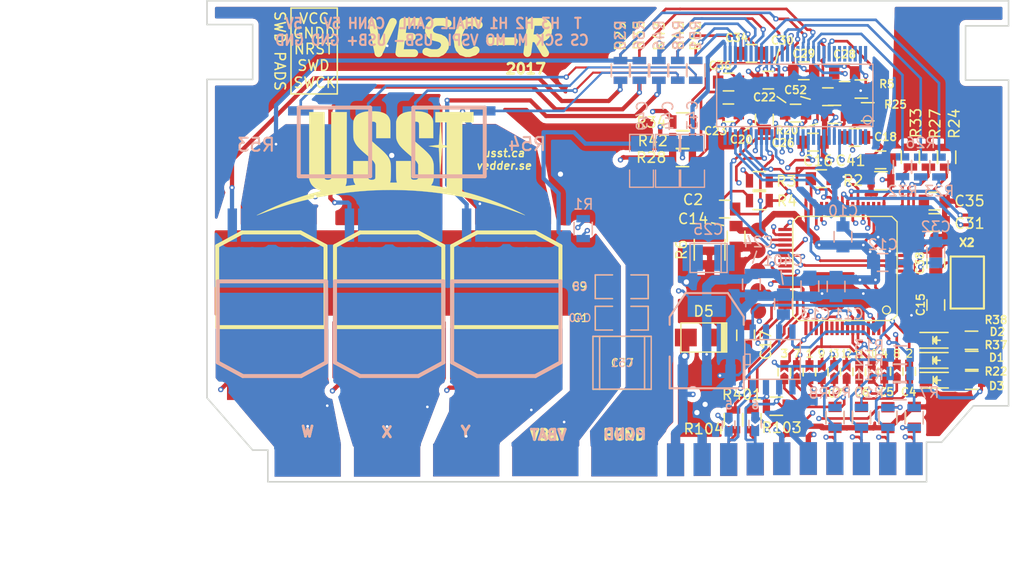
<source format=kicad_pcb>
(kicad_pcb (version 4) (host pcbnew 4.0.4-stable)
  (title_block (title "BLDC Driver 4.6") (date "30 Aug 2014") (rev A) (company "Benjamin Vedder"))
  (layers (0 F.Cu signal) (1 GND signal) (2 GND2 signal) (31 B.Cu signal) (34 B.Paste user) (35 F.Paste user) (36 B.SilkS user) (37 F.SilkS user) (38 B.Mask user) (39 F.Mask user) (44 Edge.Cuts user))
  (net 0 "")
  (net 1 +5V)
  (net 2 GND)
  (net 3 NRST)
  (net 4 "Net-(C15-Pad1)")
  (net 5 "Net-(C16-Pad1)")
  (net 6 "Net-(C17-Pad1)")
  (net 7 "Net-(C18-Pad1)")
  (net 8 "Net-(C20-Pad2)")
  (net 9 "Net-(C22-Pad1)")
  (net 10 "Net-(C22-Pad2)")
  (net 11 "Net-(C23-Pad2)")
  (net 12 "Net-(C28-Pad2)")
  (net 13 "Net-(C29-Pad2)")
  (net 14 "Net-(C30-Pad2)")
  (net 15 "Net-(C34-Pad1)")
  (net 16 "Net-(C34-Pad2)")
  (net 17 "Net-(C36-Pad1)")
  (net 18 "Net-(C36-Pad2)")
  (net 19 "Net-(C38-Pad1)")
  (net 20 "Net-(Q1-PadG)")
  (net 21 "Net-(Q2-PadG)")
  (net 22 "Net-(Q3-PadG)")
  (net 23 "Net-(Q4-PadG)")
  (net 24 "Net-(Q5-PadG)")
  (net 25 "Net-(Q6-PadG)")
  (net 26 "Net-(R20-Pad1)")
  (net 27 "Net-(R25-Pad2)")
  (net 28 SWCLK)
  (net 29 SWDIO)
  (net 30 VCC)
  (net 31 V_SUPPLY)
  (net 32 /MCU/AN_IN)
  (net 33 "/Mosfet driver/H1_LOW")
  (net 34 "/Mosfet driver/H3_LOW")
  (net 35 /MCU/SENS1)
  (net 36 /MCU/SENS2)
  (net 37 "/Mosfet driver/M_H1")
  (net 38 "/Mosfet driver/M_L1")
  (net 39 /MCU/SENS3)
  (net 40 "/Mosfet driver/M_H2")
  (net 41 "/Mosfet driver/M_L2")
  (net 42 "/Mosfet driver/M_H3")
  (net 43 "/Mosfet driver/M_L3")
  (net 44 "/Mosfet driver/SH1_A")
  (net 45 "/Mosfet driver/SH1_B")
  (net 46 "/Mosfet driver/SH2_A")
  (net 47 "/Mosfet driver/SH2_B")
  (net 48 /MCU/BR_SO2)
  (net 49 /MCU/BR_SO1)
  (net 50 /MCU/DC_CAL)
  (net 51 /MCU/L3)
  (net 52 /MCU/L2)
  (net 53 /MCU/L1)
  (net 54 /MCU/EN_GATE)
  (net 55 /MCU/FAULT)
  (net 56 /MCU/H3)
  (net 57 /MCU/H2)
  (net 58 /MCU/H1)
  (net 59 /Filters/HALL3_OUT)
  (net 60 /Filters/HALL2_OUT)
  (net 61 /Filters/HALL1_OUT)
  (net 62 /MCU/LED_GREEN)
  (net 63 /MCU/LED_RED)
  (net 64 "/CAN bus transceiver/CAN_RX")
  (net 65 "/CAN bus transceiver/CAN_TX")
  (net 66 /MCU/ADC_TEMP)
  (net 67 "Net-(D1-Pad2)")
  (net 68 "Net-(D2-Pad2)")
  (net 69 "Net-(D3-Pad2)")
  (net 70 /Temp)
  (net 71 /W)
  (net 72 /X)
  (net 73 /Y)
  (net 74 /SCK)
  (net 75 /MISO)
  (net 76 /CS)
  (net 77 /TX_SDA)
  (net 78 /CAN_H)
  (net 79 /RX_SCL_MOSI)
  (net 80 /CAN_L)
  (net 81 /MISO_2)
  (net 82 /SCK_2)
  (net 83 /H2)
  (net 84 /H3)
  (net 85 /H1)
  (net 86 "Net-(R5-Pad2)")
  (net 87 GNDD)
  (net 88 /CardEdge/CS)
  (net 89 /CardEdge/MISO)
  (net 90 /CardEdge/MOSI)
  (net 91 /USB_P)
  (net 92 /USBD_P)
  (net 93 /USB_N)
  (net 94 /USBD_N)
  (net 95 /CardEdge/SCK)
  (module Resistors_SMD:R_0805 (layer B.Cu) (at 109.4613 107.5182 90)
    (fp_text reference R48 (at 3.3782 0.0762 90) (layer B.SilkS) (effects (justify mirror)))
    (fp_text value 100R)
    (pad 1 smd rect (at -0.95 0 90) (size 0.7 1.3) (layers B.Cu B.Paste B.Mask) (net 44 "/Mosfet driver/SH1_A"))
    (pad 2 smd rect (at 0.95 0 90) (size 0.7 1.3) (layers B.Cu B.Paste B.Mask) (net 15 "Net-(C34-Pad1)"))
  )
  (module Resistors_SMD:R_0805 (layer B.Cu) (at 111.1885 107.5182 90)
    (fp_text reference R51 (at 3.3782 0 90) (layer B.SilkS) (effects (justify mirror)))
    (fp_text value 100R)
    (pad 1 smd rect (at -0.95 0 90) (size 0.7 1.3) (layers B.Cu B.Paste B.Mask) (net 47 "/Mosfet driver/SH2_B"))
    (pad 2 smd rect (at 0.95 0 90) (size 0.7 1.3) (layers B.Cu B.Paste B.Mask) (net 18 "Net-(C36-Pad2)"))
  )
  (module CRF1:TSSOP-56-PP (layer B.Cu) (at 120.8024 109.9312 180)
    (fp_text reference U3 hide)
    (fp_text value DRV8302 hide)
    (pad 38 smd rect (at 2.30378 4.0005 180) (size 0.29972 1.50114) (layers B.Cu B.Paste B.Mask) (net 14 "Net-(C30-Pad2)"))
    (pad 39 smd rect (at 1.8034 4.0005 180) (size 0.29972 1.50114) (layers B.Cu B.Paste B.Mask) (net 2 GND))
    (pad 40 smd rect (at 1.30302 4.0005 180) (size 0.29972 1.50114) (layers B.Cu B.Paste B.Mask) (net 41 "/Mosfet driver/M_L2"))
    (pad 41 smd rect (at 0.80264 4.0005 180) (size 0.29972 1.50114) (layers B.Cu B.Paste B.Mask) (net 72 /X))
    (pad 42 smd rect (at 0.30226 4.0005 180) (size 0.29972 1.50114) (layers B.Cu B.Paste B.Mask) (net 40 "/Mosfet driver/M_H2"))
    (pad 43 smd rect (at -0.19558 4.0005 180) (size 0.29972 1.50114) (layers B.Cu B.Paste B.Mask) (net 13 "Net-(C29-Pad2)"))
    (pad 44 smd rect (at -0.69596 4.0005 180) (size 0.29972 1.50114) (layers B.Cu B.Paste B.Mask) (net 33 "/Mosfet driver/H1_LOW"))
    (pad 45 smd rect (at -1.19634 4.0005 180) (size 0.29972 1.50114) (layers B.Cu B.Paste B.Mask) (net 38 "/Mosfet driver/M_L1"))
    (pad 46 smd rect (at -1.69672 4.0005 180) (size 0.29972 1.50114) (layers B.Cu B.Paste B.Mask) (net 71 /W))
    (pad 47 smd rect (at -2.1971 4.0005 180) (size 0.29972 1.50114) (layers B.Cu B.Paste B.Mask) (net 37 "/Mosfet driver/M_H1"))
    (pad 48 smd rect (at -2.69748 4.0005 180) (size 0.29972 1.50114) (layers B.Cu B.Paste B.Mask) (net 12 "Net-(C28-Pad2)"))
    (pad 29 smd rect (at 6.80212 4.0005 180) (size 0.29972 1.50114) (layers B.Cu B.Paste B.Mask) (net 31 V_SUPPLY))
    (pad 30 smd rect (at 6.30428 4.0005 180) (size 0.29972 1.50114) (layers B.Cu B.Paste B.Mask) (net 18 "Net-(C36-Pad2)"))
    (pad 31 smd rect (at 5.8039 4.0005 180) (size 0.29972 1.50114) (layers B.Cu B.Paste B.Mask) (net 17 "Net-(C36-Pad1)"))
    (pad 17 smd rect (at 1.30302 -4.0005 180) (size 0.29972 1.50114) (layers B.Cu B.Paste B.Mask) (net 58 /MCU/H1))
    (pad 33 smd rect (at 4.80314 4.0005 180) (size 0.29972 1.50114) (layers B.Cu B.Paste B.Mask) (net 15 "Net-(C34-Pad1)"))
    (pad 34 smd rect (at 4.30276 4.0005 180) (size 0.29972 1.50114) (layers B.Cu B.Paste B.Mask) (net 34 "/Mosfet driver/H3_LOW"))
    (pad 35 smd rect (at 3.80238 4.0005 180) (size 0.29972 1.50114) (layers B.Cu B.Paste B.Mask) (net 43 "/Mosfet driver/M_L3"))
    (pad 36 smd rect (at 3.30454 4.0005 180) (size 0.29972 1.50114) (layers B.Cu B.Paste B.Mask) (net 73 /Y))
    (pad 37 smd rect (at 2.80416 4.0005 180) (size 0.29972 1.50114) (layers B.Cu B.Paste B.Mask) (net 42 "/Mosfet driver/M_H3"))
    (pad 12 smd rect (at -1.19634 -4.0005 180) (size 0.29972 1.50114) (layers B.Cu B.Paste B.Mask) (net 50 /MCU/DC_CAL))
    (pad 13 smd rect (at -0.69596 -4.0005 180) (size 0.29972 1.50114) (layers B.Cu B.Paste B.Mask) (net 7 "Net-(C18-Pad1)"))
    (pad 14 smd rect (at -0.19558 -4.0005 180) (size 0.29972 1.50114) (layers B.Cu B.Paste B.Mask) (net 9 "Net-(C22-Pad1)"))
    (pad 15 smd rect (at 0.30226 -4.0005 180) (size 0.29972 1.50114) (layers B.Cu B.Paste B.Mask) (net 10 "Net-(C22-Pad2)"))
    (pad 16 smd rect (at 0.80264 -4.0005 180) (size 0.29972 1.50114) (layers B.Cu B.Paste B.Mask) (net 54 /MCU/EN_GATE))
    (pad 32 smd rect (at 5.30352 4.0005 180) (size 0.29972 1.50114) (layers B.Cu B.Paste B.Mask) (net 16 "Net-(C34-Pad2)"))
    (pad 18 smd rect (at 1.8034 -4.0005 180) (size 0.29972 1.50114) (layers B.Cu B.Paste B.Mask) (net 53 /MCU/L1))
    (pad 19 smd rect (at 2.30378 -4.0005 180) (size 0.29972 1.50114) (layers B.Cu B.Paste B.Mask) (net 57 /MCU/H2))
    (pad 20 smd rect (at 2.80416 -4.0005 180) (size 0.29972 1.50114) (layers B.Cu B.Paste B.Mask) (net 52 /MCU/L2))
    (pad 21 smd rect (at 3.30454 -4.0005 180) (size 0.29972 1.50114) (layers B.Cu B.Paste B.Mask) (net 56 /MCU/H3))
    (pad 22 smd rect (at 3.80238 -4.0005 180) (size 0.29972 1.50114) (layers B.Cu B.Paste B.Mask) (net 51 /MCU/L3))
    (pad 23 smd rect (at 4.30276 -4.0005 180) (size 0.29972 1.50114) (layers B.Cu B.Paste B.Mask) (net 8 "Net-(C20-Pad2)"))
    (pad 24 smd rect (at 4.80314 -4.0005 180) (size 0.29972 1.50114) (layers B.Cu B.Paste B.Mask) (net 30 VCC))
    (pad 1 smd rect (at -6.69544 -4.0005 180) (size 0.29972 1.50114) (layers B.Cu B.Paste B.Mask))
    (pad 2 smd rect (at -6.1976 -4.0005 180) (size 0.29972 1.50114) (layers B.Cu B.Paste B.Mask))
    (pad 3 smd rect (at -5.69722 -4.0005 180) (size 0.29972 1.50114) (layers B.Cu B.Paste B.Mask))
    (pad 4 smd rect (at -5.19684 -4.0005 180) (size 0.29972 1.50114) (layers B.Cu B.Paste B.Mask))
    (pad 5 smd rect (at -4.69646 -4.0005 180) (size 0.29972 1.50114) (layers B.Cu B.Paste B.Mask))
    (pad 6 smd rect (at -4.19608 -4.0005 180) (size 0.29972 1.50114) (layers B.Cu B.Paste B.Mask) (net 55 /MCU/FAULT))
    (pad 7 smd rect (at -3.6957 -4.0005 180) (size 0.29972 1.50114) (layers B.Cu B.Paste B.Mask) (net 26 "Net-(R20-Pad1)"))
    (pad 8 smd rect (at -3.19786 -4.0005 180) (size 0.29972 1.50114) (layers B.Cu B.Paste B.Mask) (net 87 GNDD))
    (pad 9 smd rect (at -2.69748 -4.0005 180) (size 0.29972 1.50114) (layers B.Cu B.Paste B.Mask) (net 30 VCC))
    (pad 10 smd rect (at -2.1971 -4.0005 180) (size 0.29972 1.50114) (layers B.Cu B.Paste B.Mask) (net 87 GNDD))
    (pad 11 smd rect (at -1.69672 -4.0005 180) (size 0.29972 1.50114) (layers B.Cu B.Paste B.Mask) (net 8 "Net-(C20-Pad2)"))
    (pad 25 smd rect (at 5.30352 -4.0005 180) (size 0.29972 1.50114) (layers B.Cu B.Paste B.Mask) (net 49 /MCU/BR_SO1))
    (pad 26 smd rect (at 5.8039 -4.0005 180) (size 0.29972 1.50114) (layers B.Cu B.Paste B.Mask) (net 48 /MCU/BR_SO2))
    (pad 27 smd rect (at 6.30428 -4.0005 180) (size 0.29972 1.50114) (layers B.Cu B.Paste B.Mask) (net 11 "Net-(C23-Pad2)"))
    (pad 28 smd rect (at 6.80212 -4.0005 180) (size 0.29972 1.50114) (layers B.Cu B.Paste B.Mask) (net 87 GNDD))
    (pad 49 smd rect (at -3.19786 4.0005 180) (size 0.29972 1.50114) (layers B.Cu B.Paste B.Mask) (net 27 "Net-(R25-Pad2)"))
    (pad 50 smd rect (at -3.6957 4.0005 180) (size 0.29972 1.50114) (layers B.Cu B.Paste B.Mask))
    (pad 51 smd rect (at -4.19608 4.0005 180) (size 0.29972 1.50114) (layers B.Cu B.Paste B.Mask))
    (pad 52 smd rect (at -4.69646 4.0005 180) (size 0.29972 1.50114) (layers B.Cu B.Paste B.Mask))
    (pad 53 smd rect (at -5.19684 4.0005 180) (size 0.29972 1.50114) (layers B.Cu B.Paste B.Mask))
    (pad 54 smd rect (at -5.69722 4.0005 180) (size 0.29972 1.50114) (layers B.Cu B.Paste B.Mask))
    (pad 55 smd rect (at -6.1976 4.0005 180) (size 0.29972 1.50114) (layers B.Cu B.Paste B.Mask) (net 86 "Net-(R5-Pad2)"))
    (pad 56 smd rect (at -6.69544 4.0005 180) (size 0.29972 1.50114) (layers B.Cu B.Paste B.Mask))
    (pad 57 smd rect (at 0 0 180) (size 7.00024 3.59918) (layers B.Cu B.Paste B.Mask) (net 2 GND))
  )
  (module Capacitors_SMD:C_0805 (layer F.Cu) (at 116.5352 105.8926 180)
    (fp_text reference C34 (at 1.4097 1.4986 180) (layer F.SilkS) (effects (font (size 0.75 0.75))))
    (fp_text value 2.2n)
    (pad 1 smd rect (at -1 0 180) (size 1 1.25) (layers F.Cu F.Paste F.Mask) (net 15 "Net-(C34-Pad1)"))
    (pad 2 smd rect (at 1 0 180) (size 1 1.25) (layers F.Cu F.Paste F.Mask) (net 16 "Net-(C34-Pad2)"))
  )
  (module CRF1:lqfp64_pad_mod (layer F.Cu) (at 125.51664 126.56566 90)
    (fp_text reference U1 hide)
    (fp_text value STM32F40X_LQFP64 hide)
    (pad 4 smd rect (at -2.25044 5.75056 90) (size 0.3 1.30048) (layers F.Cu F.Paste F.Mask))
    (pad 5 smd rect (at -1.75006 5.75056 90) (size 0.3 1.30048) (layers F.Cu F.Paste F.Mask) (net 4 "Net-(C15-Pad1)"))
    (pad 6 smd rect (at -1.24968 5.75056 90) (size 0.3 1.30048) (layers F.Cu F.Paste F.Mask) (net 19 "Net-(C38-Pad1)"))
    (pad 7 smd rect (at -0.7493 5.75056 90) (size 0.3 1.30048) (layers F.Cu F.Paste F.Mask) (net 3 NRST))
    (pad 8 smd rect (at -0.24892 5.75056 90) (size 0.3 1.30048) (layers F.Cu F.Paste F.Mask) (net 70 /Temp))
    (pad 1 smd rect (at -3.74904 5.75056 90) (size 0.3 1.30048) (layers F.Cu F.Paste F.Mask) (net 30 VCC))
    (pad 2 smd rect (at -3.2512 5.75056 90) (size 0.3 1.30048) (layers F.Cu F.Paste F.Mask))
    (pad 3 smd rect (at -2.75082 5.75056 90) (size 0.3 1.30048) (layers F.Cu F.Paste F.Mask))
    (pad 17 smd rect (at 5.75056 3.74904 90) (size 1.30048 0.3) (layers F.Cu F.Paste F.Mask) (net 66 /MCU/ADC_TEMP))
    (pad 18 smd rect (at 5.75056 3.2512 90) (size 1.30048 0.3) (layers F.Cu F.Paste F.Mask) (net 87 GNDD))
    (pad 19 smd rect (at 5.75056 2.75082 90) (size 1.30048 0.3) (layers F.Cu F.Paste F.Mask) (net 30 VCC))
    (pad 20 smd rect (at 5.75056 2.25044 90) (size 1.30048 0.3) (layers F.Cu F.Paste F.Mask) (net 77 /TX_SDA))
    (pad 21 smd rect (at 5.75056 1.75006 90) (size 1.30048 0.3) (layers F.Cu F.Paste F.Mask) (net 82 /SCK_2))
    (pad 22 smd rect (at 5.75056 1.24968 90) (size 1.30048 0.3) (layers F.Cu F.Paste F.Mask) (net 81 /MISO_2))
    (pad 23 smd rect (at 5.75056 0.7493 90) (size 1.30048 0.3) (layers F.Cu F.Paste F.Mask) (net 79 /RX_SCL_MOSI))
    (pad 24 smd rect (at 5.75056 0.24892 90) (size 1.30048 0.3) (layers F.Cu F.Paste F.Mask) (net 62 /MCU/LED_GREEN))
    (pad 33 smd rect (at 3.74904 -5.75056 90) (size 0.3 1.30048) (layers F.Cu F.Paste F.Mask) (net 50 /MCU/DC_CAL))
    (pad 34 smd rect (at 3.2512 -5.75056 90) (size 0.3 1.30048) (layers F.Cu F.Paste F.Mask) (net 51 /MCU/L3))
    (pad 35 smd rect (at 2.75082 -5.75056 90) (size 0.3 1.30048) (layers F.Cu F.Paste F.Mask) (net 52 /MCU/L2))
    (pad 36 smd rect (at 2.25044 -5.75056 90) (size 0.3 1.30048) (layers F.Cu F.Paste F.Mask) (net 53 /MCU/L1))
    (pad 37 smd rect (at 1.75006 -5.75056 90) (size 0.3 1.30048) (layers F.Cu F.Paste F.Mask) (net 77 /TX_SDA))
    (pad 38 smd rect (at 1.24968 -5.75056 90) (size 0.3 1.30048) (layers F.Cu F.Paste F.Mask) (net 79 /RX_SCL_MOSI))
    (pad 39 smd rect (at 0.7493 -5.75056 90) (size 0.3 1.30048) (layers F.Cu F.Paste F.Mask))
    (pad 40 smd rect (at 0.24892 -5.75056 90) (size 0.3 1.30048) (layers F.Cu F.Paste F.Mask))
    (pad 49 smd rect (at -5.75056 -3.74904 90) (size 1.30048 0.3) (layers F.Cu F.Paste F.Mask) (net 28 SWCLK))
    (pad 50 smd rect (at -5.75056 -3.2512 90) (size 1.30048 0.3) (layers F.Cu F.Paste F.Mask))
    (pad 51 smd rect (at -5.75056 -2.75082 90) (size 1.30048 0.3) (layers F.Cu F.Paste F.Mask) (net 54 /MCU/EN_GATE))
    (pad 52 smd rect (at -5.75056 -2.25044 90) (size 1.30048 0.3) (layers F.Cu F.Paste F.Mask) (net 74 /SCK))
    (pad 53 smd rect (at -5.75056 -1.75006 90) (size 1.30048 0.3) (layers F.Cu F.Paste F.Mask) (net 55 /MCU/FAULT))
    (pad 54 smd rect (at -5.75056 -1.24968 90) (size 1.30048 0.3) (layers F.Cu F.Paste F.Mask))
    (pad 55 smd rect (at -5.75056 -0.7493 90) (size 1.30048 0.3) (layers F.Cu F.Paste F.Mask))
    (pad 56 smd rect (at -5.75056 -0.24892 90) (size 1.30048 0.3) (layers F.Cu F.Paste F.Mask))
    (pad 9 smd rect (at 0.24892 5.75056 90) (size 0.3 1.30048) (layers F.Cu F.Paste F.Mask))
    (pad 10 smd rect (at 0.7493 5.75056 90) (size 0.3 1.30048) (layers F.Cu F.Paste F.Mask) (net 32 /MCU/AN_IN))
    (pad 11 smd rect (at 1.24968 5.75056 90) (size 0.3 1.30048) (layers F.Cu F.Paste F.Mask))
    (pad 25 smd rect (at 5.75056 -0.24892 90) (size 1.30048 0.3) (layers F.Cu F.Paste F.Mask) (net 63 /MCU/LED_RED))
    (pad 26 smd rect (at 5.75056 -0.7493 90) (size 1.30048 0.3) (layers F.Cu F.Paste F.Mask) (net 48 /MCU/BR_SO2))
    (pad 27 smd rect (at 5.75056 -1.24968 90) (size 1.30048 0.3) (layers F.Cu F.Paste F.Mask) (net 49 /MCU/BR_SO1))
    (pad 41 smd rect (at -0.24892 -5.75056 90) (size 0.3 1.30048) (layers F.Cu F.Paste F.Mask) (net 56 /MCU/H3))
    (pad 42 smd rect (at -0.7493 -5.75056 90) (size 0.3 1.30048) (layers F.Cu F.Paste F.Mask) (net 57 /MCU/H2))
    (pad 43 smd rect (at -1.24968 -5.75056 90) (size 0.3 1.30048) (layers F.Cu F.Paste F.Mask) (net 58 /MCU/H1))
    (pad 57 smd rect (at -5.75056 0.24892 90) (size 1.30048 0.3) (layers F.Cu F.Paste F.Mask))
    (pad 58 smd rect (at -5.75056 0.7493 90) (size 1.30048 0.3) (layers F.Cu F.Paste F.Mask) (net 76 /CS))
    (pad 59 smd rect (at -5.75056 1.24968 90) (size 1.30048 0.3) (layers F.Cu F.Paste F.Mask) (net 75 /MISO))
    (pad 12 smd rect (at 1.75006 5.75056 90) (size 0.3 1.30048) (layers F.Cu F.Paste F.Mask) (net 87 GNDD))
    (pad 13 smd rect (at 2.25044 5.75056 90) (size 0.3 1.30048) (layers F.Cu F.Paste F.Mask) (net 30 VCC))
    (pad 14 smd rect (at 2.75082 5.75056 90) (size 0.3 1.30048) (layers F.Cu F.Paste F.Mask) (net 39 /MCU/SENS3))
    (pad 15 smd rect (at 3.2512 5.75056 90) (size 0.3 1.30048) (layers F.Cu F.Paste F.Mask) (net 36 /MCU/SENS2))
    (pad 16 smd rect (at 3.74904 5.75056 90) (size 0.3 1.30048) (layers F.Cu F.Paste F.Mask) (net 35 /MCU/SENS1))
    (pad 28 smd rect (at 5.75056 -1.75006 90) (size 1.30048 0.3) (layers F.Cu F.Paste F.Mask))
    (pad 29 smd rect (at 5.75056 -2.25044 90) (size 1.30048 0.3) (layers F.Cu F.Paste F.Mask) (net 79 /RX_SCL_MOSI))
    (pad 30 smd rect (at 5.75056 -2.75082 90) (size 1.30048 0.3) (layers F.Cu F.Paste F.Mask) (net 77 /TX_SDA))
    (pad 31 smd rect (at 5.75056 -3.2512 90) (size 1.30048 0.3) (layers F.Cu F.Paste F.Mask) (net 5 "Net-(C16-Pad1)"))
    (pad 32 smd rect (at 5.75056 -3.74904 90) (size 1.30048 0.3) (layers F.Cu F.Paste F.Mask) (net 30 VCC))
    (pad 44 smd rect (at -1.75006 -5.75056 90) (size 0.3 1.30048) (layers F.Cu F.Paste F.Mask) (net 94 /USBD_N))
    (pad 45 smd rect (at -2.25044 -5.75056 90) (size 0.3 1.30048) (layers F.Cu F.Paste F.Mask) (net 92 /USBD_P))
    (pad 46 smd rect (at -2.75082 -5.75056 90) (size 0.3 1.30048) (layers F.Cu F.Paste F.Mask) (net 29 SWDIO))
    (pad 47 smd rect (at -3.2512 -5.75056 90) (size 0.3 1.30048) (layers F.Cu F.Paste F.Mask) (net 6 "Net-(C17-Pad1)"))
    (pad 48 smd rect (at -3.74904 -5.75056 90) (size 0.3 1.30048) (layers F.Cu F.Paste F.Mask) (net 30 VCC))
    (pad 60 smd rect (at -5.75056 1.75006 90) (size 1.30048 0.3) (layers F.Cu F.Paste F.Mask) (net 87 GNDD))
    (pad 61 smd rect (at -5.75056 2.25044 90) (size 1.30048 0.3) (layers F.Cu F.Paste F.Mask) (net 64 "/CAN bus transceiver/CAN_RX"))
    (pad 62 smd rect (at -5.75056 2.75082 90) (size 1.30048 0.3) (layers F.Cu F.Paste F.Mask) (net 65 "/CAN bus transceiver/CAN_TX"))
    (pad 63 smd rect (at -5.75056 3.2512 90) (size 1.30048 0.3) (layers F.Cu F.Paste F.Mask) (net 87 GNDD))
    (pad 64 smd rect (at -5.75056 3.74904 90) (size 1.30048 0.3) (layers F.Cu F.Paste F.Mask) (net 30 VCC))
  )
  (module CRF1:SMD-1206 (layer F.Cu) (at 104.0892 131.3434 180)
    (fp_text reference C1 (at 3.9497 0.0254 180) (layer F.SilkS) (effects (font (size 0.762 0.762) (thickness 0.127))))
    (fp_text value 10u,50V hide)
    (pad 1 smd rect (at -1.651 0 180) (size 1.524 2.032) (layers F.Cu F.Paste F.Mask) (net 2 GND))
    (pad 2 smd rect (at 1.651 0 180) (size 1.524 2.032) (layers F.Cu F.Paste F.Mask) (net 31 V_SUPPLY))
  )
  (module Capacitors_SMD:C_0805 (layer F.Cu) (at 113.9698 120.8532)
    (fp_text reference C2 (at -3.0353 -0.9017) (layer F.SilkS))
    (fp_text value 100n)
    (pad 1 smd rect (at -1 0) (size 1 1.25) (layers F.Cu F.Paste F.Mask) (net 2 GND))
    (pad 2 smd rect (at 1 0) (size 1 1.25) (layers F.Cu F.Paste F.Mask) (net 32 /MCU/AN_IN))
  )
  (module Capacitors_SMD:C_0805 (layer F.Cu) (at 132.1816 140.8684 270)
    (fp_text reference C4 (at -2.4384 0.5461 360) (layer F.SilkS) (effects (font (size 0.75 0.75))))
    (fp_text value 4n7)
    (pad 1 smd rect (at -1 0 270) (size 1 1.25) (layers F.Cu F.Paste F.Mask) (net 87 GNDD))
    (pad 2 smd rect (at 1 0 270) (size 1 1.25) (layers F.Cu F.Paste F.Mask) (net 70 /Temp))
  )
  (module Capacitors_SMD:C_0805 (layer F.Cu) (at 129.6416 140.8938 270)
    (fp_text reference C5 (at -2.4638 0.1651 360) (layer F.SilkS) (effects (font (size 0.75 0.75))))
    (fp_text value 4n7)
    (pad 1 smd rect (at -1 0 270) (size 1 1.25) (layers F.Cu F.Paste F.Mask) (net 59 /Filters/HALL3_OUT))
    (pad 2 smd rect (at 1 0 270) (size 1 1.25) (layers F.Cu F.Paste F.Mask) (net 87 GNDD))
  )
  (module Capacitors_SMD:C_0805 (layer F.Cu) (at 127.1016 140.8684 270)
    (fp_text reference C6 (at -2.4384 -0.0254 360) (layer F.SilkS) (effects (font (size 0.75 0.75))))
    (fp_text value 4n7)
    (pad 1 smd rect (at -1 0 270) (size 1 1.25) (layers F.Cu F.Paste F.Mask) (net 60 /Filters/HALL2_OUT))
    (pad 2 smd rect (at 1 0 270) (size 1 1.25) (layers F.Cu F.Paste F.Mask) (net 87 GNDD))
  )
  (module Capacitors_SMD:C_0805 (layer F.Cu) (at 124.5616 140.8684 270)
    (fp_text reference C7 (at -2.3114 -0.0254 360) (layer F.SilkS) (effects (font (size 0.75 0.75))))
    (fp_text value 4n7)
    (pad 1 smd rect (at -1 0 270) (size 1 1.25) (layers F.Cu F.Paste F.Mask) (net 61 /Filters/HALL1_OUT))
    (pad 2 smd rect (at 1 0 270) (size 1 1.25) (layers F.Cu F.Paste F.Mask) (net 87 GNDD))
  )
  (module CRF1:SMD-1206 (layer B.Cu) (at 104.0638 128.3208 180)
    (fp_text reference C8 (at 3.9878 -0.0127 180) (layer B.SilkS) (effects (font (size 0.762 0.762) (thickness 0.127)) (justify mirror)))
    (fp_text value 10u,50V hide)
    (pad 1 smd rect (at -1.651 0 180) (size 1.524 2.032) (layers B.Cu B.Paste B.Mask) (net 2 GND))
    (pad 2 smd rect (at 1.651 0 180) (size 1.524 2.032) (layers B.Cu B.Paste B.Mask) (net 31 V_SUPPLY))
  )
  (module CRF1:SMD-1206 (layer F.Cu) (at 104.0892 128.3208 180)
    (fp_text reference C9 (at 4.0767 0.0508 180) (layer F.SilkS) (effects (font (size 0.762 0.762) (thickness 0.127))))
    (fp_text value 10u,50V hide)
    (pad 1 smd rect (at -1.651 0 180) (size 1.524 2.032) (layers F.Cu F.Paste F.Mask) (net 2 GND))
    (pad 2 smd rect (at 1.651 0 180) (size 1.524 2.032) (layers F.Cu F.Paste F.Mask) (net 31 V_SUPPLY))
  )
  (module Capacitors_SMD:C_0805 (layer B.Cu) (at 125.3236 123.5202 270)
    (fp_text reference C10 (at -2.4892 -0.0254 360) (layer B.SilkS) (effects (justify mirror)))
    (fp_text value 2.2u)
    (pad 1 smd rect (at -1 0 270) (size 1 1.25) (layers B.Cu B.Paste B.Mask) (net 87 GNDD))
    (pad 2 smd rect (at 1 0 270) (size 1 1.25) (layers B.Cu B.Paste B.Mask) (net 30 VCC))
  )
  (module Capacitors_SMD:C_0805 (layer B.Cu) (at 124.6632 128.2954 90)
    (fp_text reference C11 (at -2.6416 1.1938 180) (layer B.SilkS) (effects (justify mirror)))
    (fp_text value 2.2u)
    (pad 1 smd rect (at -1 0 90) (size 1 1.25) (layers B.Cu B.Paste B.Mask) (net 87 GNDD))
    (pad 2 smd rect (at 1 0 90) (size 1 1.25) (layers B.Cu B.Paste B.Mask) (net 30 VCC))
  )
  (module Capacitors_SMD:C_0805 (layer B.Cu) (at 129.1336 125.984 180)
    (fp_text reference C12 (at -0.0254 1.7145 180) (layer B.SilkS) (effects (justify mirror)))
    (fp_text value 2.2u)
    (pad 1 smd rect (at -1 0 180) (size 1 1.25) (layers B.Cu B.Paste B.Mask) (net 87 GNDD))
    (pad 2 smd rect (at 1 0 180) (size 1 1.25) (layers B.Cu B.Paste B.Mask) (net 30 VCC))
  )
  (module Capacitors_SMD:C_0805 (layer B.Cu) (at 122.1486 128.27 90)
    (fp_text reference C13 (at -2.667 0.5334 180) (layer B.SilkS) (effects (justify mirror)))
    (fp_text value 2.2u)
    (pad 1 smd rect (at -1 0 90) (size 1 1.25) (layers B.Cu B.Paste B.Mask) (net 87 GNDD))
    (pad 2 smd rect (at 1 0 90) (size 1 1.25) (layers B.Cu B.Paste B.Mask) (net 30 VCC))
  )
  (module Capacitors_SMD:C_0805 (layer F.Cu) (at 115.062 123.4854 90)
    (fp_text reference C14 (at 1.6924 -4.1275 180) (layer F.SilkS))
    (fp_text value 2.2u)
    (pad 1 smd rect (at -1 0 90) (size 1 1.25) (layers F.Cu F.Paste F.Mask) (net 87 GNDD))
    (pad 2 smd rect (at 1 0 90) (size 1 1.25) (layers F.Cu F.Paste F.Mask) (net 30 VCC))
  )
  (module Capacitors_SMD:C_0805 (layer F.Cu) (at 134.239 130.0734 270)
    (fp_text reference C15 (at -0.0254 1.4605 270) (layer F.SilkS) (effects (font (size 0.75 0.75))))
    (fp_text value 15p)
    (pad 1 smd rect (at -1 0 270) (size 1 1.25) (layers F.Cu F.Paste F.Mask) (net 4 "Net-(C15-Pad1)"))
    (pad 2 smd rect (at 1 0 270) (size 1 1.25) (layers F.Cu F.Paste F.Mask) (net 87 GNDD))
  )
  (module Capacitors_SMD:C_0805 (layer F.Cu) (at 123.2408 117.9322)
    (fp_text reference C16 (at -0.3048 -1.7272) (layer F.SilkS))
    (fp_text value 2.2u)
    (pad 1 smd rect (at -1 0) (size 1 1.25) (layers F.Cu F.Paste F.Mask) (net 5 "Net-(C16-Pad1)"))
    (pad 2 smd rect (at 1 0) (size 1 1.25) (layers F.Cu F.Paste F.Mask) (net 87 GNDD))
  )
  (module Capacitors_SMD:C_0805 (layer F.Cu) (at 115.9764 132.985 90)
    (fp_text reference C17 (at -0.9365 1.9431 90) (layer F.SilkS))
    (fp_text value 2.2u)
    (pad 1 smd rect (at -1 0 90) (size 1 1.25) (layers F.Cu F.Paste F.Mask) (net 6 "Net-(C17-Pad1)"))
    (pad 2 smd rect (at 1 0 90) (size 1 1.25) (layers F.Cu F.Paste F.Mask) (net 87 GNDD))
  )
  (module Capacitors_SMD:C_0805 (layer F.Cu) (at 117.7798 112.2459 270)
    (fp_text reference C20 (at 1.9271 2.2098 360) (layer F.SilkS) (effects (font (size 0.75 0.75))))
    (fp_text value 2.2u)
    (pad 1 smd rect (at -1 0 270) (size 1 1.25) (layers F.Cu F.Paste F.Mask) (net 87 GNDD))
    (pad 2 smd rect (at 1 0 270) (size 1 1.25) (layers F.Cu F.Paste F.Mask) (net 8 "Net-(C20-Pad2)"))
  )
  (module Capacitors_SMD:C_0805 (layer F.Cu) (at 120.777 111.633 180)
    (fp_text reference C22 (at 2.9845 1.524 180) (layer F.SilkS) (effects (font (size 0.75 0.75))))
    (fp_text value 22n)
    (pad 1 smd rect (at -1 0 180) (size 1 1.25) (layers F.Cu F.Paste F.Mask) (net 9 "Net-(C22-Pad1)"))
    (pad 2 smd rect (at 1 0 180) (size 1 1.25) (layers F.Cu F.Paste F.Mask) (net 10 "Net-(C22-Pad2)"))
  )
  (module Capacitors_SMD:C_0805 (layer F.Cu) (at 114.3254 111.6076)
    (fp_text reference C23 (at -1.2319 1.7399) (layer F.SilkS) (effects (font (size 0.75 0.75))))
    (fp_text value 2.2u)
    (pad 1 smd rect (at -1 0) (size 1 1.25) (layers F.Cu F.Paste F.Mask) (net 87 GNDD))
    (pad 2 smd rect (at 1 0) (size 1 1.25) (layers F.Cu F.Paste F.Mask) (net 11 "Net-(C23-Pad2)"))
  )
  (module Capacitors_SMD:C_0805 (layer B.Cu) (at 116.5352 128.0922 270)
    (fp_text reference C24 (at -4.0767 -0.6223 360) (layer B.SilkS) (effects (justify mirror)))
    (fp_text value 2.2u)
    (pad 1 smd rect (at -1 0 270) (size 1 1.25) (layers B.Cu B.Paste B.Mask) (net 30 VCC))
    (pad 2 smd rect (at 1 0 270) (size 1 1.25) (layers B.Cu B.Paste B.Mask) (net 87 GNDD))
  )
  (module w_smd_cap:c_tant_B (layer B.Cu) (at 112.4204 125.5522)
    (fp_text reference C25 (at -0.0254 -2.7432) (layer B.SilkS) (effects (justify mirror)))
    (fp_text value 100u hide)
    (pad 1 smd rect (at 1.524 0) (size 1.95072 2.49936) (layers B.Cu B.Paste B.Mask) (net 30 VCC))
    (pad 2 smd rect (at -1.524 0) (size 1.95072 2.49936) (layers B.Cu B.Paste B.Mask) (net 87 GNDD))
  )
  (module Capacitors_SMD:C_0805 (layer F.Cu) (at 122.4534 114.427)
    (fp_text reference C26 (at -2.8829 0.0635) (layer F.SilkS) (effects (font (size 0.75 0.75))))
    (fp_text value 2.2u)
    (pad 1 smd rect (at -1 0) (size 1 1.25) (layers F.Cu F.Paste F.Mask) (net 7 "Net-(C18-Pad1)"))
    (pad 2 smd rect (at 1 0) (size 1 1.25) (layers F.Cu F.Paste F.Mask) (net 87 GNDD))
  )
  (module Capacitors_SMD:C_0805 (layer F.Cu) (at 125.4854 107.7468)
    (fp_text reference C28 (at 0 -1.7653) (layer F.SilkS) (effects (font (size 0.75 0.75))))
    (fp_text value 220n)
    (pad 1 smd rect (at -1 0) (size 1 1.25) (layers F.Cu F.Paste F.Mask) (net 71 /W))
    (pad 2 smd rect (at 1 0) (size 1 1.25) (layers F.Cu F.Paste F.Mask) (net 12 "Net-(C28-Pad2)"))
  )
  (module Capacitors_SMD:C_0805 (layer F.Cu) (at 121.5644 107.569)
    (fp_text reference C29 (at 0 -1.651) (layer F.SilkS) (effects (font (size 0.75 0.75))))
    (fp_text value 220n)
    (pad 1 smd rect (at -1 0) (size 1 1.25) (layers F.Cu F.Paste F.Mask) (net 72 /X))
    (pad 2 smd rect (at 1 0) (size 1 1.25) (layers F.Cu F.Paste F.Mask) (net 13 "Net-(C29-Pad2)"))
  )
  (module Capacitors_SMD:C_0805 (layer F.Cu) (at 118.1608 108.458)
    (fp_text reference C30 (at 1.3462 -3.81) (layer F.SilkS) (effects (font (size 0.75 0.75))))
    (fp_text value 220n)
    (pad 1 smd rect (at -1 0) (size 1 1.25) (layers F.Cu F.Paste F.Mask) (net 73 /Y))
    (pad 2 smd rect (at 1 0) (size 1 1.25) (layers F.Cu F.Paste F.Mask) (net 14 "Net-(C30-Pad2)"))
  )
  (module Capacitors_SMD:C_0805 (layer F.Cu) (at 134.0866 122.1486 180)
    (fp_text reference C31 (at -3.3909 -0.0889 180) (layer F.SilkS))
    (fp_text value 2.2u)
    (pad 1 smd rect (at -1 0 180) (size 1 1.25) (layers F.Cu F.Paste F.Mask) (net 87 GNDD))
    (pad 2 smd rect (at 1 0 180) (size 1 1.25) (layers F.Cu F.Paste F.Mask) (net 30 VCC))
  )
  (module Capacitors_SMD:C_0805 (layer B.Cu) (at 134.239 125.0188 270)
    (fp_text reference C32 (at -2.4638 0 360) (layer B.SilkS) (effects (justify mirror)))
    (fp_text value 100n)
    (pad 1 smd rect (at -1 0 270) (size 1 1.25) (layers B.Cu B.Paste B.Mask) (net 87 GNDD))
    (pad 2 smd rect (at 1 0 270) (size 1 1.25) (layers B.Cu B.Paste B.Mask) (net 3 NRST))
  )
  (module Capacitors_SMD:C_0805 (layer F.Cu) (at 134.096 120.0912 180)
    (fp_text reference C35 (at -3.3815 0.0127 180) (layer F.SilkS))
    (fp_text value 2.2u)
    (pad 1 smd rect (at -1 0 180) (size 1 1.25) (layers F.Cu F.Paste F.Mask) (net 87 GNDD))
    (pad 2 smd rect (at 1 0 180) (size 1 1.25) (layers F.Cu F.Paste F.Mask) (net 30 VCC))
  )
  (module Capacitors_SMD:C_0805 (layer F.Cu) (at 114.3381 108.6485 180)
    (fp_text reference C36 (at 0.8001 1.5875 180) (layer F.SilkS) (effects (font (size 0.75 0.75))))
    (fp_text value 2.2n)
    (pad 1 smd rect (at -1 0 180) (size 1 1.25) (layers F.Cu F.Paste F.Mask) (net 17 "Net-(C36-Pad1)"))
    (pad 2 smd rect (at 1 0 180) (size 1 1.25) (layers F.Cu F.Paste F.Mask) (net 18 "Net-(C36-Pad2)"))
  )
  (module w_smd_cap:c_2220 (layer F.Cu) (at 104.1146 135.636)
    (fp_text reference C37 (at 0.0254 0) (layer F.SilkS) (effects (font (size 0.75 0.75) (thickness 0.11938))))
    (fp_text value 15u,100V hide)
    (pad 1 smd rect (at 2.57556 0) (size 1.84912 5.4991) (layers F.Cu F.Paste F.Mask) (net 2 GND))
    (pad 2 smd rect (at -2.57556 0) (size 1.84912 5.4991) (layers F.Cu F.Paste F.Mask) (net 31 V_SUPPLY))
  )
  (module Capacitors_SMD:C_0805 (layer F.Cu) (at 134.239 126.0188 90)
    (fp_text reference C38 (at -0.0287 -1.524 90) (layer F.SilkS) (effects (font (size 0.75 0.75))))
    (fp_text value 15p)
    (pad 1 smd rect (at -1 0 90) (size 1 1.25) (layers F.Cu F.Paste F.Mask) (net 19 "Net-(C38-Pad1)"))
    (pad 2 smd rect (at 1 0 90) (size 1 1.25) (layers F.Cu F.Paste F.Mask) (net 87 GNDD))
  )
  (module CRF1:SMD-1206 (layer B.Cu) (at 104.0638 131.3434 180)
    (fp_text reference C40 (at 3.9878 0.0254 180) (layer B.SilkS) (effects (font (size 0.75 0.75) (thickness 0.125)) (justify mirror)))
    (fp_text value 10u,50V hide)
    (pad 1 smd rect (at -1.651 0 180) (size 1.524 2.032) (layers B.Cu B.Paste B.Mask) (net 2 GND))
    (pad 2 smd rect (at 1.651 0 180) (size 1.524 2.032) (layers B.Cu B.Paste B.Mask) (net 31 V_SUPPLY))
  )
  (module Capacitors_SMD:C_0805 (layer F.Cu) (at 128.9398 116.1288 180)
    (fp_text reference C41 (at 2.8923 -0.0762 180) (layer F.SilkS))
    (fp_text value 2.2u)
    (pad 1 smd rect (at -1 0 180) (size 1 1.25) (layers F.Cu F.Paste F.Mask) (net 66 /MCU/ADC_TEMP))
    (pad 2 smd rect (at 1 0 180) (size 1 1.25) (layers F.Cu F.Paste F.Mask) (net 87 GNDD))
  )
  (module CRF1:SMD-1206 (layer B.Cu) (at 110.8837 116.2177 270)
    (fp_text reference C43 (at -4.3942 0.0127 270) (layer B.SilkS) (effects (justify mirror)))
    (fp_text value 10u,50V hide)
    (pad 1 smd rect (at -1.651 0 270) (size 1.524 2.032) (layers B.Cu B.Paste B.Mask) (net 31 V_SUPPLY))
    (pad 2 smd rect (at 1.651 0 270) (size 1.524 2.032) (layers B.Cu B.Paste B.Mask) (net 2 GND))
  )
  (module CRF1:SMD-1206 (layer B.Cu) (at 108.4707 116.2177 270)
    (fp_text reference C44 (at -4.3307 -0.0508 270) (layer B.SilkS) (effects (justify mirror)))
    (fp_text value 10u,50V hide)
    (pad 1 smd rect (at -1.651 0 270) (size 1.524 2.032) (layers B.Cu B.Paste B.Mask) (net 31 V_SUPPLY))
    (pad 2 smd rect (at 1.651 0 270) (size 1.524 2.032) (layers B.Cu B.Paste B.Mask) (net 2 GND))
  )
  (module CRF1:SMD-1206 (layer B.Cu) (at 105.9815 116.2177 270)
    (fp_text reference C49 (at -4.3307 -0.0635 270) (layer B.SilkS) (effects (justify mirror)))
    (fp_text value 10u,50V hide)
    (pad 1 smd rect (at -1.651 0 270) (size 1.524 2.032) (layers B.Cu B.Paste B.Mask) (net 31 V_SUPPLY))
    (pad 2 smd rect (at 1.651 0 270) (size 1.524 2.032) (layers B.Cu B.Paste B.Mask) (net 2 GND))
  )
  (module w_smd_cap:c_2220 (layer B.Cu) (at 104.1146 135.6106)
    (fp_text reference C51 (at 0 0.0254) (layer B.SilkS) (effects (font (size 0.75 0.75) (thickness 0.11938)) (justify mirror)))
    (fp_text value "15u, 100v" hide)
    (pad 1 smd rect (at 2.57556 0) (size 1.84912 5.4991) (layers B.Cu B.Paste B.Mask) (net 2 GND))
    (pad 2 smd rect (at -2.57556 0) (size 1.84912 5.4991) (layers B.Cu B.Paste B.Mask) (net 31 V_SUPPLY))
  )
  (module Capacitors_SMD:C_0805 (layer F.Cu) (at 123.8758 110.0582 180)
    (fp_text reference C52 (at 3.0988 0.6477 180) (layer F.SilkS) (effects (font (size 0.75 0.75))))
    (fp_text value 2.2u)
    (pad 1 smd rect (at -1 0 180) (size 1 1.25) (layers F.Cu F.Paste F.Mask) (net 87 GNDD))
    (pad 2 smd rect (at 1 0 180) (size 1 1.25) (layers F.Cu F.Paste F.Mask) (net 8 "Net-(C20-Pad2)"))
  )
  (module Capacitors_SMD:C_0805 (layer B.Cu) (at 119.6086 129.9878 90)
    (fp_text reference C401 (at 4.1943 -0.0381 180) (layer B.SilkS) (effects (justify mirror)))
    (fp_text value 2.2u)
    (pad 1 smd rect (at -1 0 90) (size 1 1.25) (layers B.Cu B.Paste B.Mask) (net 1 +5V))
    (pad 2 smd rect (at 1 0 90) (size 1 1.25) (layers B.Cu B.Paste B.Mask) (net 87 GNDD))
  )
  (module LEDs:LED_0805 (layer F.Cu) (at 134.3152 135.3947)
    (fp_text reference D1 (at 5.7658 -0.2667) (layer F.SilkS) (effects (font (size 0.75 0.75))))
    (fp_text value GREEN)
    (pad 2 smd rect (at 1.04902 0 180) (size 1.19888 1.19888) (layers F.Cu F.Paste F.Mask) (net 67 "Net-(D1-Pad2)"))
    (pad 1 smd rect (at -1.04902 0 180) (size 1.19888 1.19888) (layers F.Cu F.Paste F.Mask) (net 87 GNDD))
  )
  (module LEDs:LED_0805 (layer F.Cu) (at 134.3152 133.4643)
    (fp_text reference D2 (at 5.8293 -0.8128) (layer F.SilkS) (effects (font (size 0.75 0.75))))
    (fp_text value RED)
    (pad 2 smd rect (at 1.04902 0 180) (size 1.19888 1.19888) (layers F.Cu F.Paste F.Mask) (net 68 "Net-(D2-Pad2)"))
    (pad 1 smd rect (at -1.04902 0 180) (size 1.19888 1.19888) (layers F.Cu F.Paste F.Mask) (net 87 GNDD))
  )
  (module LEDs:LED_0805 (layer F.Cu) (at 134.3406 137.2997)
    (fp_text reference D3 (at 5.7404 0.5588) (layer F.SilkS) (effects (font (size 0.75 0.75))))
    (fp_text value LED)
    (pad 2 smd rect (at 1.04902 0 180) (size 1.19888 1.19888) (layers F.Cu F.Paste F.Mask) (net 69 "Net-(D3-Pad2)"))
    (pad 1 smd rect (at -1.04902 0 180) (size 1.19888 1.19888) (layers F.Cu F.Paste F.Mask) (net 87 GNDD))
  )
  (module w_smd_diode:do214ac (layer F.Cu) (at 111.96574 133.1976)
    (fp_text reference D5 (at -0.01524 -2.5146) (layer F.SilkS))
    (fp_text value "TVS 5V" hide)
    (pad 2 smd rect (at 1.72974 0) (size 2.10058 1.69926) (layers F.Cu F.Paste F.Mask) (net 87 GNDD))
    (pad 1 smd rect (at -1.72974 0) (size 2.10058 1.69926) (layers F.Cu F.Paste F.Mask) (net 1 +5V))
  )
  (module CRF1:D2PAK-7-GDS (layer F.Cu) (at 70.44 132.90042)
    (fp_text reference Q1 hide)
    (fp_text value IRFS7530 hide)
    (pad D smd rect (at 0 -5.90042) (size 10.80008 8.15086) (layers F.Cu F.Paste F.Mask) (net 31 V_SUPPLY))
    (pad G smd rect (at -3.81 4.70154) (size 0.89916 3.2004) (layers F.Cu F.Paste F.Mask) (net 20 "Net-(Q1-PadG)"))
    (pad S smd rect (at -2.54 4.70154) (size 0.89916 3.2004) (layers F.Cu F.Paste F.Mask) (net 71 /W))
    (pad S smd rect (at -1.27 4.70154) (size 0.89916 3.2004) (layers F.Cu F.Paste F.Mask) (net 71 /W))
    (pad S smd rect (at 1.27 4.70154) (size 0.89916 3.2004) (layers F.Cu F.Paste F.Mask) (net 71 /W))
    (pad S smd rect (at 2.54 4.70154) (size 0.89916 3.2004) (layers F.Cu F.Paste F.Mask) (net 71 /W))
    (pad S smd rect (at 3.81 4.70154) (size 0.89916 3.2004) (layers F.Cu F.Paste F.Mask) (net 71 /W))
  )
  (module CRF1:D2PAK-7-GDS (layer B.Cu) (at 70.5 127.09958)
    (fp_text reference Q2 hide)
    (fp_text value IRFS7530 hide)
    (pad D smd rect (at 0 5.90042) (size 10.80008 8.15086) (layers B.Cu B.Paste B.Mask) (net 71 /W))
    (pad G smd rect (at -3.81 -4.70154) (size 0.89916 3.2004) (layers B.Cu B.Paste B.Mask) (net 21 "Net-(Q2-PadG)"))
    (pad S smd rect (at -2.54 -4.70154) (size 0.89916 3.2004) (layers B.Cu B.Paste B.Mask) (net 33 "/Mosfet driver/H1_LOW"))
    (pad S smd rect (at -1.27 -4.70154) (size 0.89916 3.2004) (layers B.Cu B.Paste B.Mask) (net 33 "/Mosfet driver/H1_LOW"))
    (pad S smd rect (at 1.27 -4.70154) (size 0.89916 3.2004) (layers B.Cu B.Paste B.Mask) (net 33 "/Mosfet driver/H1_LOW"))
    (pad S smd rect (at 2.54 -4.70154) (size 0.89916 3.2004) (layers B.Cu B.Paste B.Mask) (net 33 "/Mosfet driver/H1_LOW"))
    (pad S smd rect (at 3.81 -4.70154) (size 0.89916 3.2004) (layers B.Cu B.Paste B.Mask) (net 33 "/Mosfet driver/H1_LOW"))
  )
  (module CRF1:D2PAK-7-GDS (layer F.Cu) (at 81.75 132.90042)
    (fp_text reference Q3 hide)
    (fp_text value IRFS7530 hide)
    (pad D smd rect (at 0 -5.90042) (size 10.80008 8.15086) (layers F.Cu F.Paste F.Mask) (net 31 V_SUPPLY))
    (pad G smd rect (at -3.81 4.70154) (size 0.89916 3.2004) (layers F.Cu F.Paste F.Mask) (net 22 "Net-(Q3-PadG)"))
    (pad S smd rect (at -2.54 4.70154) (size 0.89916 3.2004) (layers F.Cu F.Paste F.Mask) (net 72 /X))
    (pad S smd rect (at -1.27 4.70154) (size 0.89916 3.2004) (layers F.Cu F.Paste F.Mask) (net 72 /X))
    (pad S smd rect (at 1.27 4.70154) (size 0.89916 3.2004) (layers F.Cu F.Paste F.Mask) (net 72 /X))
    (pad S smd rect (at 2.54 4.70154) (size 0.89916 3.2004) (layers F.Cu F.Paste F.Mask) (net 72 /X))
    (pad S smd rect (at 3.81 4.70154) (size 0.89916 3.2004) (layers F.Cu F.Paste F.Mask) (net 72 /X))
  )
  (module CRF1:D2PAK-7-GDS (layer B.Cu) (at 81.75 127.09958)
    (fp_text reference Q4 hide)
    (fp_text value IRFS7530 hide)
    (pad D smd rect (at 0 5.90042) (size 10.80008 8.15086) (layers B.Cu B.Paste B.Mask) (net 72 /X))
    (pad G smd rect (at -3.81 -4.70154) (size 0.89916 3.2004) (layers B.Cu B.Paste B.Mask) (net 23 "Net-(Q4-PadG)"))
    (pad S smd rect (at -2.54 -4.70154) (size 0.89916 3.2004) (layers B.Cu B.Paste B.Mask) (net 2 GND))
    (pad S smd rect (at -1.27 -4.70154) (size 0.89916 3.2004) (layers B.Cu B.Paste B.Mask) (net 2 GND))
    (pad S smd rect (at 1.27 -4.70154) (size 0.89916 3.2004) (layers B.Cu B.Paste B.Mask) (net 2 GND))
    (pad S smd rect (at 2.54 -4.70154) (size 0.89916 3.2004) (layers B.Cu B.Paste B.Mask) (net 2 GND))
    (pad S smd rect (at 3.81 -4.70154) (size 0.89916 3.2004) (layers B.Cu B.Paste B.Mask) (net 2 GND))
  )
  (module CRF1:D2PAK-7-GDS (layer F.Cu) (at 93 132.90042)
    (fp_text reference Q5 hide)
    (fp_text value IRFS7530 hide)
    (pad D smd rect (at 0 -5.90042) (size 10.80008 8.15086) (layers F.Cu F.Paste F.Mask) (net 31 V_SUPPLY))
    (pad G smd rect (at -3.81 4.70154) (size 0.89916 3.2004) (layers F.Cu F.Paste F.Mask) (net 24 "Net-(Q5-PadG)"))
    (pad S smd rect (at -2.54 4.70154) (size 0.89916 3.2004) (layers F.Cu F.Paste F.Mask) (net 73 /Y))
    (pad S smd rect (at -1.27 4.70154) (size 0.89916 3.2004) (layers F.Cu F.Paste F.Mask) (net 73 /Y))
    (pad S smd rect (at 1.27 4.70154) (size 0.89916 3.2004) (layers F.Cu F.Paste F.Mask) (net 73 /Y))
    (pad S smd rect (at 2.54 4.70154) (size 0.89916 3.2004) (layers F.Cu F.Paste F.Mask) (net 73 /Y))
    (pad S smd rect (at 3.81 4.70154) (size 0.89916 3.2004) (layers F.Cu F.Paste F.Mask) (net 73 /Y))
  )
  (module CRF1:D2PAK-7-GDS (layer B.Cu) (at 93 127.09958)
    (fp_text reference Q6 hide)
    (fp_text value IRFS7530 hide)
    (pad D smd rect (at 0 5.90042) (size 10.80008 8.15086) (layers B.Cu B.Paste B.Mask) (net 73 /Y))
    (pad G smd rect (at -3.81 -4.70154) (size 0.89916 3.2004) (layers B.Cu B.Paste B.Mask) (net 25 "Net-(Q6-PadG)"))
    (pad S smd rect (at -2.54 -4.70154) (size 0.89916 3.2004) (layers B.Cu B.Paste B.Mask) (net 34 "/Mosfet driver/H3_LOW"))
    (pad S smd rect (at -1.27 -4.70154) (size 0.89916 3.2004) (layers B.Cu B.Paste B.Mask) (net 34 "/Mosfet driver/H3_LOW"))
    (pad S smd rect (at 1.27 -4.70154) (size 0.89916 3.2004) (layers B.Cu B.Paste B.Mask) (net 34 "/Mosfet driver/H3_LOW"))
    (pad S smd rect (at 2.54 -4.70154) (size 0.89916 3.2004) (layers B.Cu B.Paste B.Mask) (net 34 "/Mosfet driver/H3_LOW"))
    (pad S smd rect (at 3.81 -4.70154) (size 0.89916 3.2004) (layers B.Cu B.Paste B.Mask) (net 34 "/Mosfet driver/H3_LOW"))
  )
  (module Resistors_SMD:R_0805 (layer B.Cu) (at 100.3808 122.7328 90)
    (fp_text reference R1 (at 2.3368 0.0127 180) (layer B.SilkS) (effects (justify mirror)))
    (fp_text value "NTC 10k")
    (pad 1 smd rect (at -0.95 0 90) (size 0.7 1.3) (layers B.Cu B.Paste B.Mask) (net 30 VCC))
    (pad 2 smd rect (at 0.95 0 90) (size 0.7 1.3) (layers B.Cu B.Paste B.Mask) (net 66 /MCU/ADC_TEMP))
  )
  (module Resistors_SMD:R_0805 (layer F.Cu) (at 128.971 118.1354 180)
    (fp_text reference R2 (at 2.6695 0.0254 180) (layer F.SilkS))
    (fp_text value 10k)
    (pad 1 smd rect (at -0.95 0 180) (size 0.7 1.3) (layers F.Cu F.Paste F.Mask) (net 66 /MCU/ADC_TEMP))
    (pad 2 smd rect (at 0.95 0 180) (size 0.7 1.3) (layers F.Cu F.Paste F.Mask) (net 87 GNDD))
  )
  (module Resistors_SMD:R_0805 (layer F.Cu) (at 117.2972 118.1354)
    (fp_text reference R3 (at 2.5908 0.0381) (layer F.SilkS))
    (fp_text value 39k)
    (pad 1 smd rect (at -0.95 0) (size 0.7 1.3) (layers F.Cu F.Paste F.Mask) (net 31 V_SUPPLY))
    (pad 2 smd rect (at 0.95 0) (size 0.7 1.3) (layers F.Cu F.Paste F.Mask) (net 32 /MCU/AN_IN))
  )
  (module Resistors_SMD:R_0805 (layer F.Cu) (at 117.2972 120.0404)
    (fp_text reference R4 (at 2.6543 0.0381) (layer F.SilkS))
    (fp_text value 2k2)
    (pad 1 smd rect (at -0.95 0) (size 0.7 1.3) (layers F.Cu F.Paste F.Mask) (net 2 GND))
    (pad 2 smd rect (at 0.95 0) (size 0.7 1.3) (layers F.Cu F.Paste F.Mask) (net 32 /MCU/AN_IN))
  )
  (module Resistors_SMD:R_0805 (layer B.Cu) (at 132.1562 140.8938 90)
    (fp_text reference R7 (at 2.4003 1.4478 180) (layer B.SilkS) (effects (justify mirror)))
    (fp_text value 10k)
    (pad 1 smd rect (at -0.95 0 90) (size 0.7 1.3) (layers B.Cu B.Paste B.Mask) (net 70 /Temp))
    (pad 2 smd rect (at 0.95 0 90) (size 0.7 1.3) (layers B.Cu B.Paste B.Mask) (net 30 VCC))
  )
  (module Resistors_SMD:R_0805 (layer B.Cu) (at 124.5616 140.8836 90)
    (fp_text reference R8 (at 2.3266 -1.5621 180) (layer B.SilkS) (effects (justify mirror)))
    (fp_text value 10k)
    (pad 1 smd rect (at -0.95 0 90) (size 0.7 1.3) (layers B.Cu B.Paste B.Mask) (net 85 /H1))
    (pad 2 smd rect (at 0.95 0 90) (size 0.7 1.3) (layers B.Cu B.Paste B.Mask) (net 61 /Filters/HALL1_OUT))
  )
  (module Resistors_SMD:R_0805 (layer B.Cu) (at 127.1016 140.8684 90)
    (fp_text reference R9 (at 2.3749 -1.9431 180) (layer B.SilkS) (effects (justify mirror)))
    (fp_text value 10k)
    (pad 1 smd rect (at -0.95 0 90) (size 0.7 1.3) (layers B.Cu B.Paste B.Mask) (net 83 /H2))
    (pad 2 smd rect (at 0.95 0 90) (size 0.7 1.3) (layers B.Cu B.Paste B.Mask) (net 60 /Filters/HALL2_OUT))
  )
  (module Resistors_SMD:R_0805 (layer B.Cu) (at 129.6416 140.8836 90)
    (fp_text reference R10 (at 2.3901 -1.8161 180) (layer B.SilkS) (effects (justify mirror)))
    (fp_text value 10k)
    (pad 1 smd rect (at -0.95 0 90) (size 0.7 1.3) (layers B.Cu B.Paste B.Mask) (net 84 /H3))
    (pad 2 smd rect (at 0.95 0 90) (size 0.7 1.3) (layers B.Cu B.Paste B.Mask) (net 59 /Filters/HALL3_OUT))
  )
  (module Resistors_SMD:R_0805 (layer B.Cu) (at 130.7846 138.303)
    (fp_text reference R11 (at -2.9591 -1.524) (layer B.SilkS) (effects (justify mirror)))
    (fp_text value 2k2)
    (pad 1 smd rect (at -0.95 0) (size 0.7 1.3) (layers B.Cu B.Paste B.Mask) (net 84 /H3))
    (pad 2 smd rect (at 0.95 0) (size 0.7 1.3) (layers B.Cu B.Paste B.Mask) (net 30 VCC))
  )
  (module Resistors_SMD:R_0805 (layer B.Cu) (at 130.81 136.652)
    (fp_text reference R12 (at -2.9845 -1.27) (layer B.SilkS) (effects (justify mirror)))
    (fp_text value 2k2)
    (pad 1 smd rect (at -0.95 0) (size 0.7 1.3) (layers B.Cu B.Paste B.Mask) (net 83 /H2))
    (pad 2 smd rect (at 0.95 0) (size 0.7 1.3) (layers B.Cu B.Paste B.Mask) (net 30 VCC))
  )
  (module Resistors_SMD:R_0805 (layer B.Cu) (at 130.8354 134.874)
    (fp_text reference R13 (at -3.0099 -0.889) (layer B.SilkS) (effects (justify mirror)))
    (fp_text value 2k2)
    (pad 1 smd rect (at -0.95 0) (size 0.7 1.3) (layers B.Cu B.Paste B.Mask) (net 85 /H1))
    (pad 2 smd rect (at 0.95 0) (size 0.7 1.3) (layers B.Cu B.Paste B.Mask) (net 30 VCC))
  )
  (module Resistors_SMD:R_0805 (layer F.Cu) (at 124.5108 111.76 180)
    (fp_text reference R20 (at 4.5593 -1.524 180) (layer F.SilkS) (effects (font (size 0.75 0.75))))
    (fp_text value 10k)
    (pad 1 smd rect (at -0.95 0 180) (size 0.7 1.3) (layers F.Cu F.Paste F.Mask) (net 26 "Net-(R20-Pad1)"))
    (pad 2 smd rect (at 0.95 0 180) (size 0.7 1.3) (layers F.Cu F.Paste F.Mask) (net 87 GNDD))
  )
  (module Resistors_SMD:R_0805 (layer F.Cu) (at 137.6934 137.2997)
    (fp_text reference R22 (at 2.3241 -0.8382) (layer F.SilkS) (effects (font (size 0.75 0.75))))
    (fp_text value 2k2)
    (pad 1 smd rect (at -0.95 0) (size 0.7 1.3) (layers F.Cu F.Paste F.Mask) (net 69 "Net-(D3-Pad2)"))
    (pad 2 smd rect (at 0.95 0) (size 0.7 1.3) (layers F.Cu F.Paste F.Mask) (net 30 VCC))
  )
  (module Resistors_SMD:R_0805 (layer B.Cu) (at 134.5438 116.8146 270)
    (fp_text reference R23 (at 2.3114 -0.0127 360) (layer B.SilkS) (effects (justify mirror)))
    (fp_text value 39k)
    (pad 1 smd rect (at -0.95 0 270) (size 0.7 1.3) (layers B.Cu B.Paste B.Mask) (net 73 /Y))
    (pad 2 smd rect (at 0.95 0 270) (size 0.7 1.3) (layers B.Cu B.Paste B.Mask) (net 35 /MCU/SENS1))
  )
  (module Resistors_SMD:R_0805 (layer F.Cu) (at 135.2804 115.8748 270)
    (fp_text reference R24 (at -3.2258 -0.7366 270) (layer F.SilkS))
    (fp_text value 2k2)
    (pad 1 smd rect (at -0.95 0 270) (size 0.7 1.3) (layers F.Cu F.Paste F.Mask) (net 87 GNDD))
    (pad 2 smd rect (at 0.95 0 270) (size 0.7 1.3) (layers F.Cu F.Paste F.Mask) (net 35 /MCU/SENS1))
  )
  (module Resistors_SMD:R_0805 (layer F.Cu) (at 127.6985 111.506)
    (fp_text reference R25 (at 2.667 -0.6985) (layer F.SilkS) (effects (font (size 0.75 0.75))))
    (fp_text value 1M)
    (pad 1 smd rect (at -0.95 0) (size 0.7 1.3) (layers F.Cu F.Paste F.Mask) (net 2 GND))
    (pad 2 smd rect (at 0.95 0) (size 0.7 1.3) (layers F.Cu F.Paste F.Mask) (net 27 "Net-(R25-Pad2)"))
  )
  (module Resistors_SMD:R_0805 (layer B.Cu) (at 132.7912 116.8146 270)
    (fp_text reference R26 (at -2.3241 0.0127 360) (layer B.SilkS) (effects (justify mirror)))
    (fp_text value 39k)
    (pad 1 smd rect (at -0.95 0 270) (size 0.7 1.3) (layers B.Cu B.Paste B.Mask) (net 72 /X))
    (pad 2 smd rect (at 0.95 0 270) (size 0.7 1.3) (layers B.Cu B.Paste B.Mask) (net 36 /MCU/SENS2))
  )
  (module Resistors_SMD:R_0805 (layer F.Cu) (at 109.9185 115.9002)
    (fp_text reference R28 (at -3 0) (layer F.SilkS))
    (fp_text value 4R7)
    (pad 1 smd rect (at -0.95 0) (size 0.7 1.3) (layers F.Cu F.Paste F.Mask) (net 20 "Net-(Q1-PadG)"))
    (pad 2 smd rect (at 0.95 0) (size 0.7 1.3) (layers F.Cu F.Paste F.Mask) (net 37 "/Mosfet driver/M_H1"))
  )
  (module Resistors_SMD:R_0805 (layer F.Cu) (at 103.9622 107.5309 90)
    (fp_text reference R29 (at 3.3274 -0.0127 90) (layer F.SilkS))
    (fp_text value 4R7)
    (pad 1 smd rect (at -0.95 0 90) (size 0.7 1.3) (layers F.Cu F.Paste F.Mask) (net 21 "Net-(Q2-PadG)"))
    (pad 2 smd rect (at 0.95 0 90) (size 0.7 1.3) (layers F.Cu F.Paste F.Mask) (net 38 "/Mosfet driver/M_L1"))
  )
  (module Resistors_SMD:R_0805 (layer B.Cu) (at 103.9622 107.5309 270)
    (fp_text reference R30 (at -3.3909 0 270) (layer B.SilkS) (effects (justify mirror)))
    (fp_text value 39k)
    (pad 1 smd rect (at -0.95 0 270) (size 0.7 1.3) (layers B.Cu B.Paste B.Mask) (net 33 "/Mosfet driver/H1_LOW"))
    (pad 2 smd rect (at 0.95 0 270) (size 0.7 1.3) (layers B.Cu B.Paste B.Mask) (net 21 "Net-(Q2-PadG)"))
  )
  (module Resistors_SMD:R_0805 (layer B.Cu) (at 131.0386 116.7892 270)
    (fp_text reference R32 (at 2.3368 -0.0254 360) (layer B.SilkS) (effects (justify mirror)))
    (fp_text value 39k)
    (pad 1 smd rect (at -0.95 0 270) (size 0.7 1.3) (layers B.Cu B.Paste B.Mask) (net 71 /W))
    (pad 2 smd rect (at 0.95 0 270) (size 0.7 1.3) (layers B.Cu B.Paste B.Mask) (net 39 /MCU/SENS3))
  )
  (module Resistors_SMD:R_0805 (layer F.Cu) (at 131.8006 115.8596 270)
    (fp_text reference R33 (at -3.2741 -0.5334 270) (layer F.SilkS))
    (fp_text value 2k2)
    (pad 1 smd rect (at -0.95 0 270) (size 0.7 1.3) (layers F.Cu F.Paste F.Mask) (net 87 GNDD))
    (pad 2 smd rect (at 0.95 0 270) (size 0.7 1.3) (layers F.Cu F.Paste F.Mask) (net 39 /MCU/SENS3))
  )
  (module Resistors_SMD:R_0805 (layer F.Cu) (at 109.9439 112.4839)
    (fp_text reference R34 (at -3.0099 0.0381) (layer F.SilkS))
    (fp_text value 4R7)
    (pad 1 smd rect (at -0.95 0) (size 0.7 1.3) (layers F.Cu F.Paste F.Mask) (net 22 "Net-(Q3-PadG)"))
    (pad 2 smd rect (at 0.95 0) (size 0.7 1.3) (layers F.Cu F.Paste F.Mask) (net 40 "/Mosfet driver/M_H2"))
  )
  (module Resistors_SMD:R_0805 (layer F.Cu) (at 105.7783 107.5309 90)
    (fp_text reference R35 (at 3.3909 -0.0508 90) (layer F.SilkS))
    (fp_text value 4R7)
    (pad 1 smd rect (at -0.95 0 90) (size 0.7 1.3) (layers F.Cu F.Paste F.Mask) (net 23 "Net-(Q4-PadG)"))
    (pad 2 smd rect (at 0.95 0 90) (size 0.7 1.3) (layers F.Cu F.Paste F.Mask) (net 41 "/Mosfet driver/M_L2"))
  )
  (module Resistors_SMD:R_0805 (layer B.Cu) (at 105.7783 107.5309 270)
    (fp_text reference R36 (at -3.3909 0 270) (layer B.SilkS) (effects (justify mirror)))
    (fp_text value 39k)
    (pad 1 smd rect (at -0.95 0 270) (size 0.7 1.3) (layers B.Cu B.Paste B.Mask) (net 33 "/Mosfet driver/H1_LOW"))
    (pad 2 smd rect (at 0.95 0 270) (size 0.7 1.3) (layers B.Cu B.Paste B.Mask) (net 23 "Net-(Q4-PadG)"))
  )
  (module Resistors_SMD:R_0805 (layer F.Cu) (at 137.6934 135.3947)
    (fp_text reference R37 (at 2.3241 -1.4732) (layer F.SilkS) (effects (font (size 0.75 0.75))))
    (fp_text value 100R)
    (pad 1 smd rect (at -0.95 0) (size 0.7 1.3) (layers F.Cu F.Paste F.Mask) (net 67 "Net-(D1-Pad2)"))
    (pad 2 smd rect (at 0.95 0) (size 0.7 1.3) (layers F.Cu F.Paste F.Mask) (net 62 /MCU/LED_GREEN))
  )
  (module Resistors_SMD:R_0805 (layer F.Cu) (at 137.668 133.4643)
    (fp_text reference R38 (at 2.3495 -1.9558) (layer F.SilkS) (effects (font (size 0.75 0.75))))
    (fp_text value 100R)
    (pad 1 smd rect (at -0.95 0) (size 0.7 1.3) (layers F.Cu F.Paste F.Mask) (net 68 "Net-(D2-Pad2)"))
    (pad 2 smd rect (at 0.95 0) (size 0.7 1.3) (layers F.Cu F.Paste F.Mask) (net 63 /MCU/LED_RED))
  )
  (module Resistors_SMD:R_0805 (layer F.Cu) (at 109.9312 114.1857)
    (fp_text reference R42 (at -2.8702 0.1143) (layer F.SilkS))
    (fp_text value 4R7)
    (pad 1 smd rect (at -0.95 0) (size 0.7 1.3) (layers F.Cu F.Paste F.Mask) (net 24 "Net-(Q5-PadG)"))
    (pad 2 smd rect (at 0.95 0) (size 0.7 1.3) (layers F.Cu F.Paste F.Mask) (net 42 "/Mosfet driver/M_H3"))
  )
  (module Resistors_SMD:R_0805 (layer F.Cu) (at 107.6452 107.5309 90)
    (fp_text reference R43 (at 3.3274 0.0508 90) (layer F.SilkS))
    (fp_text value 4R7)
    (pad 1 smd rect (at -0.95 0 90) (size 0.7 1.3) (layers F.Cu F.Paste F.Mask) (net 25 "Net-(Q6-PadG)"))
    (pad 2 smd rect (at 0.95 0 90) (size 0.7 1.3) (layers F.Cu F.Paste F.Mask) (net 43 "/Mosfet driver/M_L3"))
  )
  (module Resistors_SMD:R_0805 (layer B.Cu) (at 107.6452 107.5309 270)
    (fp_text reference R46 (at -3.3909 0 270) (layer B.SilkS) (effects (justify mirror)))
    (fp_text value 39k)
    (pad 1 smd rect (at -0.95 0 270) (size 0.7 1.3) (layers B.Cu B.Paste B.Mask) (net 34 "/Mosfet driver/H3_LOW"))
    (pad 2 smd rect (at 0.95 0 270) (size 0.7 1.3) (layers B.Cu B.Paste B.Mask) (net 25 "Net-(Q6-PadG)"))
  )
  (module Resistors_SMD:R_0805 (layer F.Cu) (at 109.4613 107.5182 90)
    (fp_text reference R49 (at 3.3782 0.0762 90) (layer F.SilkS))
    (fp_text value 100R)
    (pad 1 smd rect (at -0.95 0 90) (size 0.7 1.3) (layers F.Cu F.Paste F.Mask) (net 45 "/Mosfet driver/SH1_B"))
    (pad 2 smd rect (at 0.95 0 90) (size 0.7 1.3) (layers F.Cu F.Paste F.Mask) (net 16 "Net-(C34-Pad2)"))
  )
  (module Resistors_SMD:R_0805 (layer F.Cu) (at 111.1885 107.5309 90)
    (fp_text reference R50 (at 3.3274 0 90) (layer F.SilkS))
    (fp_text value 100R)
    (pad 1 smd rect (at -0.95 0 90) (size 0.7 1.3) (layers F.Cu F.Paste F.Mask) (net 46 "/Mosfet driver/SH2_A"))
    (pad 2 smd rect (at 0.95 0 90) (size 0.7 1.3) (layers F.Cu F.Paste F.Mask) (net 17 "Net-(C36-Pad1)"))
  )
  (module CRF1:WSLP2726 (layer B.Cu) (at 76.5 112.5 180)
    (fp_text reference R53 (at 7.539 -2.181 180) (layer B.SilkS) (effects (font (size 1.25 1.25) (thickness 0.2)) (justify mirror)))
    (fp_text value SHUNT hide)
    (pad 1 smd rect (at -3.2385 -3.048 180) (size 2.4384 5.588) (layers B.Cu B.Paste B.Mask) (net 2 GND))
    (pad 2 smd rect (at 3.2385 -3.048 180) (size 2.4384 5.588) (layers B.Cu B.Paste B.Mask) (net 33 "/Mosfet driver/H1_LOW"))
    (pad 3 smd rect (at -3.2385 1.0795 180) (size 2.4384 0.889) (layers B.Cu B.Paste B.Mask) (net 47 "/Mosfet driver/SH2_B"))
    (pad 4 smd rect (at 3.2385 1.0795 180) (size 2.4384 0.889) (layers B.Cu B.Paste B.Mask) (net 46 "/Mosfet driver/SH2_A"))
  )
  (module CRF1:WSLP2726 (layer B.Cu) (at 87.5 112.5 180)
    (fp_text reference R54 (at -7.496 -2.1175 180) (layer B.SilkS) (effects (font (size 1.25 1.25) (thickness 0.2)) (justify mirror)))
    (fp_text value SHUNT hide)
    (pad 1 smd rect (at -3.2385 -3.048 180) (size 2.4384 5.588) (layers B.Cu B.Paste B.Mask) (net 34 "/Mosfet driver/H3_LOW"))
    (pad 2 smd rect (at 3.2385 -3.048 180) (size 2.4384 5.588) (layers B.Cu B.Paste B.Mask) (net 2 GND))
    (pad 3 smd rect (at -3.2385 1.0795 180) (size 2.4384 0.889) (layers B.Cu B.Paste B.Mask) (net 44 "/Mosfet driver/SH1_A"))
    (pad 4 smd rect (at 3.2385 1.0795 180) (size 2.4384 0.889) (layers B.Cu B.Paste B.Mask) (net 45 "/Mosfet driver/SH1_B"))
  )
  (module Resistors_SMD:R_0805 (layer F.Cu) (at 116.586 141.1122 270)
    (fp_text reference R103 (at 0.7468 -2.8575 360) (layer F.SilkS))
    (fp_text value 22R)
    (pad 1 smd rect (at -0.95 0 270) (size 0.7 1.3) (layers F.Cu F.Paste F.Mask) (net 94 /USBD_N))
    (pad 2 smd rect (at 0.95 0 270) (size 0.7 1.3) (layers F.Cu F.Paste F.Mask) (net 93 /USB_N))
  )
  (module Resistors_SMD:R_0805 (layer F.Cu) (at 114.808 141.1122 270)
    (fp_text reference R104 (at 0.8738 2.8575 360) (layer F.SilkS))
    (fp_text value 22R)
    (pad 1 smd rect (at -0.95 0 270) (size 0.7 1.3) (layers F.Cu F.Paste F.Mask) (net 92 /USBD_P))
    (pad 2 smd rect (at 0.95 0 270) (size 0.7 1.3) (layers F.Cu F.Paste F.Mask) (net 91 /USB_P))
  )
  (module Resistors_SMD:R_0805 (layer F.Cu) (at 118.9228 139.8016)
    (fp_text reference R401 (at -3.2893 -1.1176) (layer F.SilkS))
    (fp_text value NI)
    (pad 1 smd rect (at -0.95 0) (size 0.7 1.3) (layers F.Cu F.Paste F.Mask) (net 78 /CAN_H))
    (pad 2 smd rect (at 0.95 0) (size 0.7 1.3) (layers F.Cu F.Paste F.Mask) (net 80 /CAN_L))
  )
  (module CRF1:SOT-223 (layer B.Cu) (at 112.2426 133.5024 180)
    (fp_text reference U2 hide)
    (fp_text value TC2117 hide)
    (pad 2 smd rect (at 0 3.302 180) (size 3.6576 2.032) (layers B.Cu B.Paste B.Mask) (net 30 VCC))
    (pad 2 smd rect (at 0 -3.302 180) (size 1.016 2.032) (layers B.Cu B.Paste B.Mask) (net 30 VCC))
    (pad 3 smd rect (at 2.286 -3.302 180) (size 1.016 2.032) (layers B.Cu B.Paste B.Mask) (net 1 +5V))
    (pad 1 smd rect (at -2.286 -3.302 180) (size 1.016 2.032) (layers B.Cu B.Paste B.Mask) (net 87 GNDD))
  )
  (module CRF1:SOIC-8-W (layer B.Cu) (at 118.5672 135.3058)
    (fp_text reference U401 hide)
    (fp_text value MCP2562FD hide)
    (pad 8 smd rect (at -1.905 2.667) (size 0.59944 1.39954) (layers B.Cu B.Paste B.Mask) (net 87 GNDD))
    (pad 1 smd rect (at -1.905 -2.667) (size 0.59944 1.39954) (layers B.Cu B.Paste B.Mask) (net 65 "/CAN bus transceiver/CAN_TX"))
    (pad 7 smd rect (at -0.635 2.667) (size 0.59944 1.39954) (layers B.Cu B.Paste B.Mask) (net 78 /CAN_H))
    (pad 6 smd rect (at 0.635 2.667) (size 0.59944 1.39954) (layers B.Cu B.Paste B.Mask) (net 80 /CAN_L))
    (pad 5 smd rect (at 1.905 2.667) (size 0.59944 1.39954) (layers B.Cu B.Paste B.Mask) (net 30 VCC))
    (pad 2 smd rect (at -0.635 -2.667) (size 0.59944 1.39954) (layers B.Cu B.Paste B.Mask) (net 87 GNDD))
    (pad 3 smd rect (at 0.635 -2.667) (size 0.59944 1.39954) (layers B.Cu B.Paste B.Mask) (net 1 +5V))
    (pad 4 smd rect (at 1.905 -2.667) (size 0.59944 1.39954) (layers B.Cu B.Paste B.Mask) (net 64 "/CAN bus transceiver/CAN_RX"))
  )
  (module CRF1:Crystal_5x3mm (layer F.Cu) (at 137.2616 127.9144 90)
    (fp_text reference X2 (at 3.8354 -0.0381 180) (layer F.SilkS) (effects (font (size 0.762 0.762) (thickness 0.1905))))
    (fp_text value CRYSTAL_GROUND_PIN hide)
    (pad 4 smd rect (at -1.89992 -1.24968 90) (size 1.80086 1.19888) (layers F.Cu F.Paste F.Mask))
    (pad 1 smd rect (at -1.89992 1.24968 90) (size 1.80086 1.19888) (layers F.Cu F.Paste F.Mask) (net 4 "Net-(C15-Pad1)"))
    (pad 3 smd rect (at 1.89992 1.24968 90) (size 1.80086 1.19888) (layers F.Cu F.Paste F.Mask) (net 87 GNDD))
    (pad 2 smd rect (at 1.89992 -1.24968 90) (size 1.80086 1.19888) (layers F.Cu F.Paste F.Mask) (net 19 "Net-(C38-Pad1)"))
  )
  (module USST-footprints:TE2007088-1_Edge (layer F.Cu) (at 99.385 148.475)
    (fp_text reference P10 hide)
    (fp_text value AMP17614426-2_EDGE)
    (pad 26 smd rect (at 4.9525 -3.505) (size 6.36 3.15) (layers F.Cu F.Paste F.Mask) (net 2 GND))
    (pad 27 smd rect (at -2.635 -3.525) (size 6.36 3.15) (layers F.Cu F.Paste F.Mask) (net 31 V_SUPPLY))
    (pad 28 smd rect (at -10.235 -3.5) (size 6.36 3.15) (layers F.Cu F.Paste F.Mask) (net 73 /Y))
    (pad 29 smd rect (at -17.835 -3.475) (size 6.36 3.15) (layers F.Cu F.Paste F.Mask) (net 72 /X))
    (pad 30 smd rect (at -25.46 -3.475) (size 6.36 3.15) (layers F.Cu F.Paste F.Mask) (net 71 /W))
    (pad 25 smd rect (at 9.865 -3.525) (size 1.65 3.15) (layers F.Cu F.Paste F.Mask) (net 87 GNDD))
    (pad 24 smd rect (at 12.415 -3.55) (size 1.65 3.15) (layers F.Cu F.Paste F.Mask) (net 87 GNDD))
    (pad 23 smd rect (at 14.965 -3.55) (size 1.65 3.15) (layers F.Cu F.Paste F.Mask) (net 91 /USB_P))
    (pad 22 smd rect (at 17.515 -3.6) (size 1.65 3.15) (layers F.Cu F.Paste F.Mask) (net 93 /USB_N))
    (pad 21 smd rect (at 20.065 -3.625) (size 1.65 3.15) (layers F.Cu F.Paste F.Mask) (net 87 GNDD))
    (pad 20 smd rect (at 22.615 -3.65) (size 1.65 3.15) (layers F.Cu F.Paste F.Mask) (net 30 VCC))
    (pad 19 smd rect (at 25.165 -3.65) (size 1.65 3.15) (layers F.Cu F.Paste F.Mask) (net 90 /CardEdge/MOSI))
    (pad 18 smd rect (at 27.715 -3.625) (size 1.65 3.15) (layers F.Cu F.Paste F.Mask) (net 89 /CardEdge/MISO))
    (pad 17 smd rect (at 30.24 -3.625) (size 1.65 3.15) (layers F.Cu F.Paste F.Mask) (net 95 /CardEdge/SCK))
    (pad 16 smd rect (at 32.765 -3.625) (size 1.65 3.15) (layers F.Cu F.Paste F.Mask) (net 88 /CardEdge/CS))
    (pad 7 smd rect (at 12.415 -3.55) (size 1.65 3.15) (layers B.Cu B.Paste B.Mask) (net 1 +5V))
    (pad 8 smd rect (at 14.965 -3.55) (size 1.65 3.15) (layers B.Cu B.Paste B.Mask) (net 78 /CAN_H))
    (pad 6 smd rect (at 9.865 -3.525) (size 1.65 3.15) (layers B.Cu B.Paste B.Mask) (net 1 +5V))
    (pad 9 smd rect (at 17.515 -3.6) (size 1.65 3.15) (layers B.Cu B.Paste B.Mask) (net 80 /CAN_L))
    (pad 10 smd rect (at 20.065 -3.625) (size 1.65 3.15) (layers B.Cu B.Paste B.Mask) (net 1 +5V))
    (pad 13 smd rect (at 27.715 -3.625) (size 1.65 3.15) (layers B.Cu B.Paste B.Mask) (net 83 /H2))
    (pad 14 smd rect (at 30.24 -3.625) (size 1.65 3.15) (layers B.Cu B.Paste B.Mask) (net 84 /H3))
    (pad 11 smd rect (at 22.615 -3.65) (size 1.65 3.15) (layers B.Cu B.Paste B.Mask) (net 87 GNDD))
    (pad 12 smd rect (at 25.165 -3.65) (size 1.65 3.15) (layers B.Cu B.Paste B.Mask) (net 85 /H1))
    (pad 15 smd rect (at 32.765 -3.625) (size 1.65 3.15) (layers B.Cu B.Paste B.Mask) (net 70 /Temp))
    (pad 5 smd rect (at 4.9525 -3.505) (size 6.36 3.15) (layers B.Cu B.Paste B.Mask) (net 2 GND))
    (pad 2 smd rect (at -17.835 -3.475) (size 6.36 3.15) (layers B.Cu B.Paste B.Mask) (net 72 /X))
    (pad 3 smd rect (at -10.235 -3.5) (size 6.36 3.15) (layers B.Cu B.Paste B.Mask) (net 73 /Y))
    (pad 1 smd rect (at -25.46 -3.475) (size 6.36 3.15) (layers B.Cu B.Paste B.Mask) (net 71 /W))
    (pad 4 smd rect (at -2.635 -3.525) (size 6.36 3.15) (layers B.Cu B.Paste B.Mask) (net 31 V_SUPPLY))
  )
  (module Measurement_Points:Measurement_Point_Round-SMD-Pad_Small (layer F.Cu) (at 117.1448 122.9106)
    (fp_text reference VCC (at -42.5958 -20.3581) (layer F.SilkS))
    (fp_text value SWD_VCC)
    (pad 1 smd circle (at 0 0) (size 1.5 1.5) (layers F.Cu F.Mask) (net 30 VCC))
  )
  (module Measurement_Points:Measurement_Point_Round-SMD-Pad_Small (layer F.Cu) (at 117.1956 130.6576)
    (fp_text reference SWCK (at -42.5831 -21.9456) (layer F.SilkS))
    (fp_text value SWCLK)
    (pad 1 smd circle (at 0 0) (size 1.5 1.5) (layers F.Cu F.Mask) (net 28 SWCLK))
  )
  (module Measurement_Points:Measurement_Point_Round-SMD-Pad_Small (layer F.Cu) (at 117.1702 128.7272)
    (fp_text reference SWD (at -42.6847 -21.6662) (layer F.SilkS))
    (fp_text value SWDIO)
    (pad 1 smd circle (at 0 0) (size 1.5 1.5) (layers F.Cu F.Mask) (net 29 SWDIO))
  )
  (module Measurement_Points:Measurement_Point_Round-SMD-Pad_Small (layer F.Cu) (at 117.1448 126.7968)
    (fp_text reference NRST (at -42.6593 -21.3233) (layer F.SilkS))
    (fp_text value NRST)
    (pad 1 smd circle (at 0 0) (size 1.5 1.5) (layers F.Cu F.Mask) (net 3 NRST))
  )
  (module Measurement_Points:Measurement_Point_Round-SMD-Pad_Small (layer F.Cu) (at 117.1448 124.8156)
    (fp_text reference GNDD (at -42.5958 -20.8661) (layer F.SilkS))
    (fp_text value SWD_GND)
    (pad 1 smd circle (at 0 0) (size 1.5 1.5) (layers F.Cu F.Mask) (net 87 GNDD))
  )
  (module Resistors_SMD:R_0805 (layer F.Cu) (at 127.0914 109.3216)
    (fp_text reference R5 (at 2.4486 -0.4826) (layer F.SilkS) (effects (font (size 0.75 0.75))))
    (fp_text value 1k)
    (pad 1 smd rect (at -0.95 0) (size 0.7 1.3) (layers F.Cu F.Paste F.Mask) (net 2 GND))
    (pad 2 smd rect (at 0.95 0) (size 0.7 1.3) (layers F.Cu F.Paste F.Mask) (net 86 "Net-(R5-Pad2)"))
  )
  (module Resistors_SMD:R_0805 (layer F.Cu) (at 133.5278 115.8748 270)
    (fp_text reference R27 (at -3.2258 -0.6477 270) (layer F.SilkS))
    (fp_text value 2k2)
    (pad 1 smd rect (at -0.95 0 270) (size 0.7 1.3) (layers F.Cu F.Paste F.Mask) (net 87 GNDD))
    (pad 2 smd rect (at 0.95 0 270) (size 0.7 1.3) (layers F.Cu F.Paste F.Mask) (net 36 /MCU/SENS2))
  )
  (module Resistors_SMD:R_1210 (layer F.Cu) (at 112.522 124.7648 90)
    (fp_text reference R6 (at 0 -2.7 90) (layer F.SilkS))
    (fp_text value 0)
    (pad 1 smd rect (at -1.45 0 90) (size 0.9 2.5) (layers F.Cu F.Paste F.Mask) (net 87 GNDD))
    (pad 2 smd rect (at 1.45 0 90) (size 0.9 2.5) (layers F.Cu F.Paste F.Mask) (net 2 GND))
  )
  (module USST-footprints:J_0603 (layer F.Cu) (at 122.10796 136.525 90)
    (fp_text reference 1 (at 1.778 0.00254 180) (layer F.SilkS) (effects (font (size 0.75 0.75))))
    (fp_text value Jumper_NC_Small)
    (pad 1 smd rect (at -0.75 0 90) (size 0.8 0.75) (layers F.Cu F.Paste F.Mask) (net 59 /Filters/HALL3_OUT))
    (pad 2 smd rect (at 0.75 0 90) (size 0.8 0.75) (layers F.Cu F.Paste F.Mask) (net 74 /SCK))
    (pad 2 smd trapezoid (at 0.5588 0 270) (size 0.6 0.75) (rect_delta 0 0.55) (layers F.Cu F.Paste F.Mask) (net 74 /SCK))
    (pad 2 smd trapezoid (at 0.5588 0 90) (size 0.6 0.75) (rect_delta 0 0.55) (layers F.Cu F.Paste F.Mask) (net 74 /SCK))
    (pad 1 smd trapezoid (at -0.508 0.18796 270) (size 0.7 0.376) (rect_delta 0 0.3) (layers F.Cu F.Paste F.Mask) (net 59 /Filters/HALL3_OUT))
    (pad 1 smd trapezoid (at -0.508 -0.18796 90) (size 0.7 0.376) (rect_delta 0 0.3) (layers F.Cu F.Paste F.Mask) (net 59 /Filters/HALL3_OUT))
  )
  (module USST-footprints:J_0603 (layer F.Cu) (at 131.68376 136.4742 90)
    (fp_text reference 2 (at 1.7272 0.01524 180) (layer F.SilkS) (effects (font (size 0.75 0.75) (thickness 0.125))))
    (fp_text value Jumper_NC_Small)
    (pad 1 smd rect (at -0.75 0 90) (size 0.8 0.75) (layers F.Cu F.Paste F.Mask) (net 60 /Filters/HALL2_OUT))
    (pad 2 smd rect (at 0.75 0 90) (size 0.8 0.75) (layers F.Cu F.Paste F.Mask) (net 75 /MISO))
    (pad 2 smd trapezoid (at 0.5588 0 270) (size 0.6 0.75) (rect_delta 0 0.55) (layers F.Cu F.Paste F.Mask) (net 75 /MISO))
    (pad 2 smd trapezoid (at 0.5588 0 90) (size 0.6 0.75) (rect_delta 0 0.55) (layers F.Cu F.Paste F.Mask) (net 75 /MISO))
    (pad 1 smd trapezoid (at -0.508 0.18796 270) (size 0.7 0.376) (rect_delta 0 0.3) (layers F.Cu F.Paste F.Mask) (net 60 /Filters/HALL2_OUT))
    (pad 1 smd trapezoid (at -0.508 -0.18796 90) (size 0.7 0.376) (rect_delta 0 0.3) (layers F.Cu F.Paste F.Mask) (net 60 /Filters/HALL2_OUT))
  )
  (module USST-footprints:J_0603 (layer F.Cu) (at 119.69496 136.525 90)
    (fp_text reference 3 (at 1.778 0.00254 180) (layer F.SilkS) (effects (font (size 0.75 0.75))))
    (fp_text value Jumper_NC_Small)
    (pad 1 smd rect (at -0.75 0 90) (size 0.8 0.75) (layers F.Cu F.Paste F.Mask) (net 61 /Filters/HALL1_OUT))
    (pad 2 smd rect (at 0.75 0 90) (size 0.8 0.75) (layers F.Cu F.Paste F.Mask) (net 76 /CS))
    (pad 2 smd trapezoid (at 0.5588 0 270) (size 0.6 0.75) (rect_delta 0 0.55) (layers F.Cu F.Paste F.Mask) (net 76 /CS))
    (pad 2 smd trapezoid (at 0.5588 0 90) (size 0.6 0.75) (rect_delta 0 0.55) (layers F.Cu F.Paste F.Mask) (net 76 /CS))
    (pad 1 smd trapezoid (at -0.508 0.18796 270) (size 0.7 0.376) (rect_delta 0 0.3) (layers F.Cu F.Paste F.Mask) (net 61 /Filters/HALL1_OUT))
    (pad 1 smd trapezoid (at -0.508 -0.18796 90) (size 0.7 0.376) (rect_delta 0 0.3) (layers F.Cu F.Paste F.Mask) (net 61 /Filters/HALL1_OUT))
  )
  (module USST-footprints:J_0603 (layer F.Cu) (at 129.29616 136.4742 90)
    (fp_text reference 4 (at 1.7272 -0.01016 180) (layer F.SilkS) (effects (font (size 0.75 0.75))))
    (fp_text value Jumper_NC_Small)
    (pad 1 smd rect (at -0.75 0 90) (size 0.8 0.75) (layers F.Cu F.Paste F.Mask) (net 88 /CardEdge/CS))
    (pad 2 smd rect (at 0.75 0 90) (size 0.8 0.75) (layers F.Cu F.Paste F.Mask) (net 77 /TX_SDA))
    (pad 2 smd trapezoid (at 0.5588 0 270) (size 0.6 0.75) (rect_delta 0 0.55) (layers F.Cu F.Paste F.Mask) (net 77 /TX_SDA))
    (pad 2 smd trapezoid (at 0.5588 0 90) (size 0.6 0.75) (rect_delta 0 0.55) (layers F.Cu F.Paste F.Mask) (net 77 /TX_SDA))
    (pad 1 smd trapezoid (at -0.508 0.18796 270) (size 0.7 0.376) (rect_delta 0 0.3) (layers F.Cu F.Paste F.Mask) (net 88 /CardEdge/CS))
    (pad 1 smd trapezoid (at -0.508 -0.18796 90) (size 0.7 0.376) (rect_delta 0 0.3) (layers F.Cu F.Paste F.Mask) (net 88 /CardEdge/CS))
  )
  (module USST-footprints:J_0603 (layer B.Cu) (at 114.3508 141.5694 270)
    (fp_text reference 5 (at -1.8694 -0.0127 360) (layer B.SilkS) (effects (font (size 0.75 0.75)) (justify mirror)))
    (fp_text value Jumper_NC_Small)
    (pad 1 smd rect (at -0.75 0 270) (size 0.8 0.75) (layers B.Cu B.Paste B.Mask) (net 77 /TX_SDA))
    (pad 2 smd rect (at 0.75 0 270) (size 0.8 0.75) (layers B.Cu B.Paste B.Mask) (net 78 /CAN_H))
    (pad 2 smd trapezoid (at 0.5588 0 90) (size 0.6 0.75) (rect_delta 0 -0.55) (layers B.Cu B.Paste B.Mask) (net 78 /CAN_H))
    (pad 2 smd trapezoid (at 0.5588 0 270) (size 0.6 0.75) (rect_delta 0 -0.55) (layers B.Cu B.Paste B.Mask) (net 78 /CAN_H))
    (pad 1 smd trapezoid (at -0.508 -0.18796 90) (size 0.7 0.376) (rect_delta 0 -0.3) (layers B.Cu B.Paste B.Mask) (net 77 /TX_SDA))
    (pad 1 smd trapezoid (at -0.508 0.18796 270) (size 0.7 0.376) (rect_delta 0 -0.3) (layers B.Cu B.Paste B.Mask) (net 77 /TX_SDA))
  )
  (module USST-footprints:J_0603 (layer B.Cu) (at 116.8956 141.5186 270)
    (fp_text reference 6 (at -1.8186 -0.0079 360) (layer B.SilkS) (effects (font (size 0.75 0.75)) (justify mirror)))
    (fp_text value Jumper_NC_Small)
    (pad 1 smd rect (at -0.75 0 270) (size 0.8 0.75) (layers B.Cu B.Paste B.Mask) (net 79 /RX_SCL_MOSI))
    (pad 2 smd rect (at 0.75 0 270) (size 0.8 0.75) (layers B.Cu B.Paste B.Mask) (net 80 /CAN_L))
    (pad 2 smd trapezoid (at 0.5588 0 90) (size 0.6 0.75) (rect_delta 0 -0.55) (layers B.Cu B.Paste B.Mask) (net 80 /CAN_L))
    (pad 2 smd trapezoid (at 0.5588 0 270) (size 0.6 0.75) (rect_delta 0 -0.55) (layers B.Cu B.Paste B.Mask) (net 80 /CAN_L))
    (pad 1 smd trapezoid (at -0.508 -0.18796 90) (size 0.7 0.376) (rect_delta 0 -0.3) (layers B.Cu B.Paste B.Mask) (net 79 /RX_SCL_MOSI))
    (pad 1 smd trapezoid (at -0.508 0.18796 270) (size 0.7 0.376) (rect_delta 0 -0.3) (layers B.Cu B.Paste B.Mask) (net 79 /RX_SCL_MOSI))
  )
  (module USST-footprints:J_0603 (layer F.Cu) (at 120.904 136.525 90)
    (fp_text reference 7 (at 1.778 0 180) (layer F.SilkS) (effects (font (size 0.75 0.75))))
    (fp_text value Jumper_NC_Small)
    (pad 1 smd rect (at -0.75 0 90) (size 0.8 0.75) (layers F.Cu F.Paste F.Mask) (net 89 /CardEdge/MISO))
    (pad 2 smd rect (at 0.75 0 90) (size 0.8 0.75) (layers F.Cu F.Paste F.Mask) (net 81 /MISO_2))
    (pad 2 smd trapezoid (at 0.5588 0 270) (size 0.6 0.75) (rect_delta 0 0.55) (layers F.Cu F.Paste F.Mask) (net 81 /MISO_2))
    (pad 2 smd trapezoid (at 0.5588 0 90) (size 0.6 0.75) (rect_delta 0 0.55) (layers F.Cu F.Paste F.Mask) (net 81 /MISO_2))
    (pad 1 smd trapezoid (at -0.508 0.18796 270) (size 0.7 0.376) (rect_delta 0 0.3) (layers F.Cu F.Paste F.Mask) (net 89 /CardEdge/MISO))
    (pad 1 smd trapezoid (at -0.508 -0.18796 90) (size 0.7 0.376) (rect_delta 0 0.3) (layers F.Cu F.Paste F.Mask) (net 89 /CardEdge/MISO))
  )
  (module USST-footprints:J_0603 (layer F.Cu) (at 130.48996 136.4742 90)
    (fp_text reference 8 (at 1.7272 0.00254 180) (layer F.SilkS) (effects (font (size 0.75 0.75) (thickness 0.125))))
    (fp_text value Jumper_NC_Small)
    (pad 1 smd rect (at -0.75 0 90) (size 0.8 0.75) (layers F.Cu F.Paste F.Mask) (net 95 /CardEdge/SCK))
    (pad 2 smd rect (at 0.75 0 90) (size 0.8 0.75) (layers F.Cu F.Paste F.Mask) (net 82 /SCK_2))
    (pad 2 smd trapezoid (at 0.5588 0 270) (size 0.6 0.75) (rect_delta 0 0.55) (layers F.Cu F.Paste F.Mask) (net 82 /SCK_2))
    (pad 2 smd trapezoid (at 0.5588 0 90) (size 0.6 0.75) (rect_delta 0 0.55) (layers F.Cu F.Paste F.Mask) (net 82 /SCK_2))
    (pad 1 smd trapezoid (at -0.508 0.18796 270) (size 0.7 0.376) (rect_delta 0 0.3) (layers F.Cu F.Paste F.Mask) (net 95 /CardEdge/SCK))
    (pad 1 smd trapezoid (at -0.508 -0.18796 90) (size 0.7 0.376) (rect_delta 0 0.3) (layers F.Cu F.Paste F.Mask) (net 95 /CardEdge/SCK))
  )
  (module USST-footprints:J_0603 (layer F.Cu) (at 128.0922 136.4996 90)
    (fp_text reference 10 (at 1.7526 -0.0127 180) (layer F.SilkS) (effects (font (size 0.75 0.5) (thickness 0.125))))
    (fp_text value Jumper_NC_Small)
    (pad 1 smd rect (at -0.75 0 90) (size 0.8 0.75) (layers F.Cu F.Paste F.Mask) (net 88 /CardEdge/CS))
    (pad 2 smd rect (at 0.75 0 90) (size 0.8 0.75) (layers F.Cu F.Paste F.Mask) (net 76 /CS))
    (pad 2 smd trapezoid (at 0.5588 0 270) (size 0.6 0.75) (rect_delta 0 0.55) (layers F.Cu F.Paste F.Mask) (net 76 /CS))
    (pad 2 smd trapezoid (at 0.5588 0 90) (size 0.6 0.75) (rect_delta 0 0.55) (layers F.Cu F.Paste F.Mask) (net 76 /CS))
    (pad 1 smd trapezoid (at -0.508 0.18796 270) (size 0.7 0.376) (rect_delta 0 0.3) (layers F.Cu F.Paste F.Mask) (net 88 /CardEdge/CS))
    (pad 1 smd trapezoid (at -0.508 -0.18796 90) (size 0.7 0.376) (rect_delta 0 0.3) (layers F.Cu F.Paste F.Mask) (net 88 /CardEdge/CS))
  )
  (module USST-footprints:J_0603 (layer F.Cu) (at 126.88824 136.4996 90)
    (fp_text reference 11 (at 1.7526 -0.01524 180) (layer F.SilkS) (effects (font (size 0.75 0.5) (thickness 0.125))))
    (fp_text value Jumper_NC_Small)
    (pad 1 smd rect (at -0.75 0 90) (size 0.8 0.75) (layers F.Cu F.Paste F.Mask) (net 95 /CardEdge/SCK))
    (pad 2 smd rect (at 0.75 0 90) (size 0.8 0.75) (layers F.Cu F.Paste F.Mask) (net 74 /SCK))
    (pad 2 smd trapezoid (at 0.5588 0 270) (size 0.6 0.75) (rect_delta 0 0.55) (layers F.Cu F.Paste F.Mask) (net 74 /SCK))
    (pad 2 smd trapezoid (at 0.5588 0 90) (size 0.6 0.75) (rect_delta 0 0.55) (layers F.Cu F.Paste F.Mask) (net 74 /SCK))
    (pad 1 smd trapezoid (at -0.508 0.18796 270) (size 0.7 0.376) (rect_delta 0 0.3) (layers F.Cu F.Paste F.Mask) (net 95 /CardEdge/SCK))
    (pad 1 smd trapezoid (at -0.508 -0.18796 90) (size 0.7 0.376) (rect_delta 0 0.3) (layers F.Cu F.Paste F.Mask) (net 95 /CardEdge/SCK))
  )
  (module USST-footprints:J_0603 (layer F.Cu) (at 125.6792 136.4996 90)
    (fp_text reference 12 (at 1.7526 -0.0127 180) (layer F.SilkS) (effects (font (size 0.75 0.5) (thickness 0.125))))
    (fp_text value Jumper_NC_Small)
    (pad 1 smd rect (at -0.75 0 90) (size 0.8 0.75) (layers F.Cu F.Paste F.Mask) (net 89 /CardEdge/MISO))
    (pad 2 smd rect (at 0.75 0 90) (size 0.8 0.75) (layers F.Cu F.Paste F.Mask) (net 75 /MISO))
    (pad 2 smd trapezoid (at 0.5588 0 270) (size 0.6 0.75) (rect_delta 0 0.55) (layers F.Cu F.Paste F.Mask) (net 75 /MISO))
    (pad 2 smd trapezoid (at 0.5588 0 90) (size 0.6 0.75) (rect_delta 0 0.55) (layers F.Cu F.Paste F.Mask) (net 75 /MISO))
    (pad 1 smd trapezoid (at -0.508 0.18796 270) (size 0.7 0.376) (rect_delta 0 0.3) (layers F.Cu F.Paste F.Mask) (net 89 /CardEdge/MISO))
    (pad 1 smd trapezoid (at -0.508 -0.18796 90) (size 0.7 0.376) (rect_delta 0 0.3) (layers F.Cu F.Paste F.Mask) (net 89 /CardEdge/MISO))
  )
  (module USST-footprints:J_0603 (layer F.Cu) (at 124.4854 136.5116 90)
    (fp_text reference 13 (at 1.7646 -0.0254 180) (layer F.SilkS) (effects (font (size 0.75 0.5) (thickness 0.125))))
    (fp_text value Jumper_NC_Small)
    (pad 1 smd rect (at -0.75 0 90) (size 0.8 0.75) (layers F.Cu F.Paste F.Mask) (net 90 /CardEdge/MOSI))
    (pad 2 smd rect (at 0.75 0 90) (size 0.8 0.75) (layers F.Cu F.Paste F.Mask) (net 30 VCC))
    (pad 2 smd trapezoid (at 0.5588 0 270) (size 0.6 0.75) (rect_delta 0 0.55) (layers F.Cu F.Paste F.Mask) (net 30 VCC))
    (pad 2 smd trapezoid (at 0.5588 0 90) (size 0.6 0.75) (rect_delta 0 0.55) (layers F.Cu F.Paste F.Mask) (net 30 VCC))
    (pad 1 smd trapezoid (at -0.508 0.18796 270) (size 0.7 0.376) (rect_delta 0 0.3) (layers F.Cu F.Paste F.Mask) (net 90 /CardEdge/MOSI))
    (pad 1 smd trapezoid (at -0.508 -0.18796 90) (size 0.7 0.376) (rect_delta 0 0.3) (layers F.Cu F.Paste F.Mask) (net 90 /CardEdge/MOSI))
  )
  (module USST-footprints:J_0603 (layer F.Cu) (at 123.2916 136.525 90)
    (fp_text reference 9 (at 1.778 -0.0381 180) (layer F.SilkS) (effects (font (size 0.75 0.75))))
    (fp_text value Jumper_NC_Small)
    (pad 1 smd rect (at -0.75 0 90) (size 0.8 0.75) (layers F.Cu F.Paste F.Mask) (net 90 /CardEdge/MOSI))
    (pad 2 smd rect (at 0.75 0 90) (size 0.8 0.75) (layers F.Cu F.Paste F.Mask) (net 79 /RX_SCL_MOSI))
    (pad 2 smd trapezoid (at 0.5588 0 270) (size 0.6 0.75) (rect_delta 0 0.55) (layers F.Cu F.Paste F.Mask) (net 79 /RX_SCL_MOSI))
    (pad 2 smd trapezoid (at 0.5588 0 90) (size 0.6 0.75) (rect_delta 0 0.55) (layers F.Cu F.Paste F.Mask) (net 79 /RX_SCL_MOSI))
    (pad 1 smd trapezoid (at -0.508 0.18796 270) (size 0.7 0.376) (rect_delta 0 0.3) (layers F.Cu F.Paste F.Mask) (net 90 /CardEdge/MOSI))
    (pad 1 smd trapezoid (at -0.508 -0.18796 90) (size 0.7 0.376) (rect_delta 0 0.3) (layers F.Cu F.Paste F.Mask) (net 90 /CardEdge/MOSI))
  )
  (module Capacitors_SMD:C_0805 (layer F.Cu) (at 126.4412 113.9698)
    (fp_text reference C18 (at 2.9718 -0.0508) (layer F.SilkS) (effects (font (size 0.75 0.75))))
    (fp_text value 2.2u)
    (pad 1 smd rect (at -1 0) (size 1 1.25) (layers F.Cu F.Paste F.Mask) (net 7 "Net-(C18-Pad1)"))
    (pad 2 smd rect (at 1 0) (size 1 1.25) (layers F.Cu F.Paste F.Mask) (net 87 GNDD))
  )
  (module USST-footprints:USSTLOGO (layer F.Cu) (at 81.915 116.459)
    (fp_text reference G*** hide)
    (fp_text value LOGO hide)
  )
  (gr_line (start 141.224 139.7635) (end 137.8585 139.7635) (layer Edge.Cuts) (width 0.15))
  (gr_line (start 134.8105 143.256) (end 133.35 143.256) (layer Edge.Cuts) (width 0.15))
  (gr_text "usst.ca\nvedder.se" (at 92.7735 116.078) (layer F.SilkS) (effects (font (size 0.75 0.75) (thickness 0.15) italic)))
  (gr_line (start 70.104 144.018) (end 68.6435 144.018) (layer Edge.Cuts) (width 0.15))
  (gr_line (start 137.8585 139.7635) (end 134.8105 143.256) (layer Edge.Cuts) (width 0.15))
  (gr_text " T  H3 H2 H1 VHALL CANL  CANH 5V   5V\nCS SCK MI MO VSPI  USB- USB+ GND GND" (at 101.0285 103.8225) (layer B.SilkS) (effects (font (size 1 0.9) (thickness 0.2)) (justify left mirror)))
  (gr_text PGND (at 104.394 142.494) (layer B.SilkS) (effects (font (size 1 1) (thickness 0.25)) (justify mirror)))
  (gr_text VBAT (at 97.028 142.5575) (layer B.SilkS) (effects (font (size 1 1) (thickness 0.25)) (justify mirror)))
  (gr_text Y (at 89.0905 142.24) (layer B.SilkS) (effects (font (size 1 1) (thickness 0.25)) (justify mirror)))
  (gr_text X (at 81.534 142.3035) (layer B.SilkS) (effects (font (size 1 1) (thickness 0.25)) (justify mirror)))
  (gr_text W (at 73.914 142.24) (layer B.SilkS) (effects (font (size 1 1) (thickness 0.25)) (justify mirror)))
  (gr_text PGND (at 104.3305 142.5575) (layer F.SilkS) (effects (font (size 1 1) (thickness 0.25))))
  (gr_text VBAT (at 97.028 142.5575) (layer F.SilkS) (effects (font (size 1 1) (thickness 0.25))))
  (gr_text Y (at 89.0905 142.24) (layer F.SilkS) (effects (font (size 1 1) (thickness 0.25))))
  (gr_text X (at 81.534 142.3035) (layer F.SilkS) (effects (font (size 1 1) (thickness 0.25))))
  (gr_text W (at 73.914 142.24) (layer F.SilkS) (effects (font (size 1 1) (thickness 0.25))))
  (gr_text 2017 (at 94.869 107.3785) (layer F.SilkS) (effects (font (size 1 1) (thickness 0.25))))
  (gr_text VESC-R (at 88.392 104.521) (layer F.SilkS) (effects (font (size 3 3) (thickness 0.75) italic)))
  (gr_line (start 119.38 126.8095) (end 119.5705 128.0795) (layer B.SilkS) (width 0.15))
  (gr_line (start 117.0305 124.9045) (end 116.6495 126.0475) (layer B.SilkS) (width 0.15))
  (gr_text "SWD PADS" (at 71.247 105.664 270) (layer F.SilkS) (effects (font (size 1 1))))
  (gr_line (start 72.3265 101.5365) (end 72.3265 109.7915) (layer F.SilkS) (width 0.15))
  (gr_line (start 76.7715 101.5365) (end 72.3265 101.5365) (layer F.SilkS) (width 0.15))
  (gr_line (start 76.7715 109.7915) (end 76.7715 101.5365) (layer F.SilkS) (width 0.15))
  (gr_line (start 72.3265 109.7915) (end 76.7715 109.7915) (layer F.SilkS) (width 0.15))
  (gr_line (start 112.7125 122.174) (end 113.8555 122.428) (layer F.SilkS) (width 0.15))
  (gr_line (start 115.824 113.3475) (end 116.586 112.8395) (layer F.SilkS) (width 0.15))
  (gr_line (start 121.285 110.0455) (end 122.174 110.2995) (layer F.SilkS) (width 0.15))
  (gr_line (start 118.999 110.0455) (end 119.8245 110.617) (layer F.SilkS) (width 0.15))
  (gr_line (start 121.3485 113.0935) (end 122.8725 112.649) (layer F.SilkS) (width 0.15))
  (gr_line (start 119.1895 105.4735) (end 118.8085 106.8705) (layer F.SilkS) (width 0.15))
  (gr_line (start 141.224 100.838) (end 141.224 103.251) (layer Edge.Cuts) (width 0.15))
  (gr_line (start 137.0965 108.458) (end 141.224 108.458) (layer Edge.Cuts) (width 0.15))
  (gr_line (start 137.0965 103.251) (end 137.0965 108.458) (layer Edge.Cuts) (width 0.15))
  (gr_line (start 137.0965 103.251) (end 141.224 103.251) (layer Edge.Cuts) (width 0.15))
  (gr_line (start 64.262 108.3945) (end 64.262 139.0015) (layer Edge.Cuts) (width 0.15))
  (gr_line (start 68.6435 108.3945) (end 64.262 108.3945) (layer Edge.Cuts) (width 0.15))
  (gr_line (start 68.6435 103.124) (end 68.6435 108.3945) (layer Edge.Cuts) (width 0.15))
  (gr_line (start 64.262 103.124) (end 68.6435 103.124) (layer Edge.Cuts) (width 0.15))
  (gr_line (start 68.6435 144.018) (end 64.262 139.0015) (layer Edge.Cuts) (width 0.15))
  (gr_line (start 133.35 147.066) (end 133.096 147.066) (layer Edge.Cuts) (width 0.15))
  (gr_line (start 133.35 143.256) (end 133.35 147.066) (layer Edge.Cuts) (width 0.15))
  (gr_line (start 141.224 108.458) (end 141.224 139.7635) (layer Edge.Cuts) (width 0.15))
  (gr_line (start 64.262 100.838) (end 141.224 100.838) (layer Edge.Cuts) (width 0.15))
  (gr_line (start 64.262 103.124) (end 64.262 100.838) (layer Edge.Cuts) (width 0.15))
  (gr_line (start 70.104 147.066) (end 70.104 144.018) (layer Edge.Cuts) (width 0.15))
  (gr_line (start 133.096 147.066) (end 70.104 147.066) (layer Edge.Cuts) (width 0.15))
  (via (at 74.6506 119.6594) (size 0.508) (drill 0.254) (layers F.Cu B.Cu) (net 0))
  (segment (start 119.151399 142.327393) (end 118.8974 142.073394) (width 0.508) (layer B.Cu) (net 1))
  (segment (start 119.45 144.85) (end 119.45 142.625994) (width 0.508) (layer B.Cu) (net 1))
  (via (at 118.8974 142.073394) (size 0.508) (drill 0.254) (layers F.Cu B.Cu) (net 1))
  (segment (start 119.45 142.625994) (end 119.151399 142.327393) (width 0.508) (layer B.Cu) (net 1))
  (segment (start 110.1344 134.9756) (end 110.1344 133.2992) (width 0.889) (layer F.Cu) (net 1))
  (segment (start 110.1344 133.2992) (end 110.236 133.1976) (width 0.889) (layer F.Cu) (net 1))
  (via (at 110.1344 134.9756) (size 0.8) (drill 0.5) (layers F.Cu B.Cu) (net 1))
  (segment (start 109.9566 135.1534) (end 110.1344 134.9756) (width 0.889) (layer B.Cu) (net 1))
  (segment (start 109.9566 136.8044) (end 109.9566 135.1534) (width 0.889) (layer B.Cu) (net 1))
  (segment (start 119.6086 130.9878) (end 119.6086 131.478504) (width 0.254) (layer B.Cu) (net 1))
  (segment (start 119.6086 131.478504) (end 119.2022 131.884904) (width 0.254) (layer B.Cu) (net 1))
  (segment (start 119.2022 131.884904) (end 119.2022 132.6388) (width 0.254) (layer B.Cu) (net 1))
  (segment (start 119.2022 133.859657) (end 115.478615 137.583242) (width 0.254) (layer B.Cu) (net 1))
  (segment (start 119.2022 132.6388) (end 119.2022 133.859657) (width 0.254) (layer B.Cu) (net 1))
  (segment (start 115.478615 137.583242) (end 115.478615 137.720745) (width 0.254) (layer B.Cu) (net 1))
  (segment (start 115.478615 137.720745) (end 115.478615 138.079955) (width 0.254) (layer B.Cu) (net 1))
  (segment (start 109.9566 138.6078) (end 110.0074 138.6586) (width 0.508) (layer B.Cu) (net 1))
  (segment (start 110.0074 138.6586) (end 110.9218 138.6586) (width 0.508) (layer B.Cu) (net 1))
  (via (at 115.478615 138.079955) (size 0.508) (drill 0.254) (layers F.Cu B.Cu) (net 1))
  (segment (start 109.9566 137.5156) (end 109.9566 138.6078) (width 0.889) (layer B.Cu) (net 1))
  (segment (start 109.9566 138.6078) (end 109.9566 139.4206) (width 0.889) (layer B.Cu) (net 1))
  (via (at 110.9218 138.6586) (size 0.508) (drill 0.254) (layers F.Cu B.Cu) (net 1))
  (segment (start 110.464677 141.864139) (end 110.114139 141.864139) (width 0.889) (layer B.Cu) (net 1))
  (segment (start 110.114139 141.864139) (end 109.9566 141.7066) (width 0.889) (layer B.Cu) (net 1))
  (segment (start 111.8 144.925) (end 111.8 142.461) (width 0.889) (layer B.Cu) (net 1))
  (segment (start 111.8 142.461) (end 111.203139 141.864139) (width 0.889) (layer B.Cu) (net 1))
  (segment (start 111.203139 141.864139) (end 110.464677 141.864139) (width 0.889) (layer B.Cu) (net 1))
  (segment (start 109.25 144.95) (end 109.25 142.4132) (width 0.889) (layer B.Cu) (net 1))
  (segment (start 109.25 142.4132) (end 109.9566 141.7066) (width 0.889) (layer B.Cu) (net 1))
  (segment (start 110.464677 141.864139) (end 109.91722 141.864139) (width 0.635) (layer B.Cu) (net 1))
  (segment (start 109.9566 139.4206) (end 109.9566 141.7066) (width 0.889) (layer B.Cu) (net 1))
  (via (at 81.560947 105.164798) (size 0.508) (drill 0.254) (layers F.Cu B.Cu) (net 2))
  (segment (start 106.9 124.003617) (end 100.189286 117.292903) (width 0.254) (layer F.Cu) (net 2))
  (segment (start 83.592903 117.292903) (end 82 115.7) (width 0.254) (layer F.Cu) (net 2))
  (segment (start 105.7148 131.3434) (end 105.7148 128.3208) (width 0.254) (layer B.Cu) (net 2))
  (segment (start 106.69016 135.6106) (end 106.69016 132.60705) (width 0.254) (layer B.Cu) (net 2))
  (segment (start 106.69016 132.60705) (end 105.7148 131.63169) (width 0.254) (layer B.Cu) (net 2))
  (segment (start 105.7148 131.63169) (end 105.7148 131.3434) (width 0.254) (layer B.Cu) (net 2))
  (segment (start 106.9 124.206) (end 106.9 124.003617) (width 0.254) (layer F.Cu) (net 2))
  (segment (start 106.9 140.2) (end 106.9 124.206) (width 0.254) (layer F.Cu) (net 2))
  (segment (start 106.9 124.206) (end 105.7402 125.3658) (width 0.254) (layer F.Cu) (net 2))
  (segment (start 105.7402 125.3658) (end 105.7402 128.3208) (width 0.254) (layer F.Cu) (net 2))
  (segment (start 105.7402 131.3434) (end 105.7402 130.0734) (width 0.254) (layer F.Cu) (net 2))
  (segment (start 105.7402 130.0734) (end 105.7402 128.3208) (width 0.254) (layer F.Cu) (net 2))
  (segment (start 105.7402 131.3434) (end 105.7402 134.68604) (width 0.254) (layer F.Cu) (net 2))
  (segment (start 105.7402 134.68604) (end 106.69016 135.636) (width 0.254) (layer F.Cu) (net 2))
  (segment (start 119.175796 108.304596) (end 120.8024 109.9312) (width 0.254) (layer B.Cu) (net 2))
  (segment (start 119.175796 107.159867) (end 119.175796 108.304596) (width 0.254) (layer B.Cu) (net 2))
  (segment (start 118.999 105.9307) (end 118.999 106.983071) (width 0.254) (layer B.Cu) (net 2))
  (segment (start 118.999 106.983071) (end 119.175796 107.159867) (width 0.254) (layer B.Cu) (net 2))
  (segment (start 126.7485 111.506) (end 126.7485 109.7509) (width 0.254) (layer F.Cu) (net 2))
  (segment (start 126.7485 109.7509) (end 127.0254 109.474) (width 0.254) (layer F.Cu) (net 2))
  (segment (start 112.776 111.6711) (end 112.776 111.9632) (width 0.4064) (layer B.Cu) (net 2))
  (segment (start 112.776 110.7948) (end 112.776 111.6711) (width 0.4064) (layer B.Cu) (net 2))
  (segment (start 112.776 111.6711) (end 112.776 116.2304) (width 0.4064) (layer B.Cu) (net 2))
  (segment (start 112.776 116.2304) (end 111.1377 117.8687) (width 0.4064) (layer B.Cu) (net 2))
  (segment (start 111.1377 117.8687) (end 110.8837 117.8687) (width 0.4064) (layer B.Cu) (net 2))
  (segment (start 105.889786 122.993403) (end 102.7176 119.821217) (width 0.254) (layer B.Cu) (net 2))
  (segment (start 102.7176 119.821217) (end 100.396383 117.5) (width 0.254) (layer B.Cu) (net 2))
  (segment (start 105.9815 117.8687) (end 104.5591 117.8687) (width 0.4064) (layer B.Cu) (net 2))
  (segment (start 104.5591 117.8687) (end 102.7176 119.7102) (width 0.4064) (layer B.Cu) (net 2))
  (segment (start 102.7176 119.7102) (end 102.7176 119.821217) (width 0.4064) (layer B.Cu) (net 2))
  (segment (start 105.7275 117.8687) (end 105.9815 117.8687) (width 0.4064) (layer B.Cu) (net 2))
  (segment (start 120.8024 109.9312) (end 126.5682 109.9312) (width 0.4064) (layer B.Cu) (net 2))
  (segment (start 126.5682 109.9312) (end 127.0254 109.474) (width 0.4064) (layer B.Cu) (net 2))
  (segment (start 126.1414 109.3216) (end 126.873 109.3216) (width 0.254) (layer F.Cu) (net 2))
  (segment (start 126.873 109.3216) (end 127.0254 109.474) (width 0.254) (layer F.Cu) (net 2))
  (via (at 127.0254 109.474) (size 0.508) (drill 0.254) (layers F.Cu B.Cu) (net 2))
  (segment (start 120.8024 109.9312) (end 113.6396 109.9312) (width 0.4064) (layer B.Cu) (net 2))
  (segment (start 113.6396 109.9312) (end 112.776 110.7948) (width 0.4064) (layer B.Cu) (net 2))
  (segment (start 108.4707 117.8687) (end 110.8837 117.8687) (width 0.4064) (layer B.Cu) (net 2))
  (segment (start 105.9815 117.8687) (end 108.4707 117.8687) (width 0.4064) (layer B.Cu) (net 2))
  (segment (start 112.9698 120.8532) (end 112.9698 120.7282) (width 0.254) (layer F.Cu) (net 2))
  (segment (start 112.9698 120.7282) (end 114.5616 119.1364) (width 0.254) (layer F.Cu) (net 2))
  (segment (start 114.5616 119.1364) (end 115.7432 119.1364) (width 0.254) (layer F.Cu) (net 2))
  (segment (start 115.7432 119.1364) (end 116.3472 119.7404) (width 0.254) (layer F.Cu) (net 2))
  (segment (start 116.3472 119.7404) (end 116.3472 120.0404) (width 0.254) (layer F.Cu) (net 2))
  (segment (start 112.522 122.6108) (end 112.9698 122.163) (width 0.254) (layer F.Cu) (net 2))
  (segment (start 112.9698 122.163) (end 112.9698 120.8532) (width 0.254) (layer F.Cu) (net 2))
  (segment (start 112.522 122.6108) (end 112.522 123.3148) (width 0.254) (layer F.Cu) (net 2))
  (segment (start 112.522 123.3148) (end 107.588817 123.3148) (width 0.889) (layer F.Cu) (net 2))
  (segment (start 107.588817 123.3148) (end 106.9 124.003617) (width 0.889) (layer F.Cu) (net 2))
  (via (at 98.2 117.5) (size 0.8) (drill 0.5) (layers F.Cu B.Cu) (net 2))
  (via (at 82 115.7) (size 0.8) (drill 0.5) (layers F.Cu B.Cu) (net 2))
  (segment (start 104.3375 144.97) (end 104.3375 142.7625) (width 0.254) (layer F.Cu) (net 2))
  (segment (start 104.3375 142.7625) (end 106.9 140.2) (width 0.254) (layer F.Cu) (net 2))
  (segment (start 104.3375 144.97) (end 104.3375 142.311927) (width 0.254) (layer B.Cu) (net 2))
  (segment (start 104.3375 142.311927) (end 105.889786 140.759641) (width 0.254) (layer B.Cu) (net 2))
  (segment (start 105.889786 140.759641) (end 105.889786 122.993403) (width 0.254) (layer B.Cu) (net 2))
  (segment (start 100.396383 117.5) (end 98.2 117.5) (width 0.254) (layer B.Cu) (net 2))
  (segment (start 82 115.7) (end 82 114.248594) (width 0.254) (layer B.Cu) (net 2))
  (segment (start 82 114.209081) (end 83.338919 115.548) (width 0.254) (layer B.Cu) (net 2))
  (segment (start 83.338919 115.548) (end 84.2615 115.548) (width 0.254) (layer B.Cu) (net 2))
  (segment (start 82 114.248594) (end 80.748594 115.5) (width 0.254) (layer B.Cu) (net 2))
  (segment (start 80.748594 115.5) (end 79.75 115.5) (width 0.254) (layer B.Cu) (net 2))
  (segment (start 84.2615 119.0385) (end 85.56 120.337) (width 0.254) (layer B.Cu) (net 2))
  (segment (start 85.56 120.337) (end 85.56 122.39804) (width 0.254) (layer B.Cu) (net 2))
  (segment (start 84.2615 119.0385) (end 84.29 119.067) (width 0.254) (layer B.Cu) (net 2))
  (segment (start 84.29 119.067) (end 84.29 122.39804) (width 0.254) (layer B.Cu) (net 2))
  (segment (start 84.2615 119.0385) (end 83.02 120.28) (width 0.254) (layer B.Cu) (net 2))
  (segment (start 83.02 120.28) (end 83.02 122.39804) (width 0.254) (layer B.Cu) (net 2))
  (segment (start 84.2615 115.548) (end 84.2615 119.0385) (width 0.254) (layer B.Cu) (net 2))
  (segment (start 79.75 118.85) (end 80.48 119.58) (width 0.254) (layer B.Cu) (net 2))
  (segment (start 80.48 119.58) (end 80.48 122.39804) (width 0.254) (layer B.Cu) (net 2))
  (segment (start 79.75 118.85) (end 79.21 119.39) (width 0.254) (layer B.Cu) (net 2))
  (segment (start 79.21 119.39) (end 79.21 122.39804) (width 0.254) (layer B.Cu) (net 2))
  (segment (start 79.75 115.5) (end 79.75 118.85) (width 0.254) (layer B.Cu) (net 2))
  (segment (start 118.27931 125.101524) (end 118.3245 125.056334) (width 0.254) (layer F.Cu) (net 3))
  (segment (start 117.1448 126.7968) (end 117.1448 126.362718) (width 0.254) (layer F.Cu) (net 3))
  (segment (start 118.68371 125.056334) (end 118.3245 125.056334) (width 0.254) (layer B.Cu) (net 3))
  (segment (start 118.27931 125.228208) (end 118.27931 125.101524) (width 0.254) (layer F.Cu) (net 3))
  (via (at 118.3245 125.056334) (size 0.508) (drill 0.254) (layers F.Cu B.Cu) (net 3))
  (segment (start 117.1448 126.362718) (end 118.025311 125.482207) (width 0.254) (layer F.Cu) (net 3))
  (segment (start 120.082211 125.056334) (end 118.68371 125.056334) (width 0.254) (layer B.Cu) (net 3))
  (segment (start 121.250542 126.224665) (end 120.082211 125.056334) (width 0.254) (layer B.Cu) (net 3))
  (segment (start 118.025311 125.482207) (end 118.27931 125.228208) (width 0.254) (layer F.Cu) (net 3))
  (segment (start 121.609752 126.224665) (end 121.250542 126.224665) (width 0.254) (layer F.Cu) (net 3))
  (segment (start 121.664081 126.278994) (end 121.609752 126.224665) (width 0.254) (layer F.Cu) (net 3))
  (segment (start 129.326994 126.278994) (end 121.664081 126.278994) (width 0.254) (layer F.Cu) (net 3))
  (segment (start 131.2672 127.31496) (end 130.36296 127.31496) (width 0.254) (layer F.Cu) (net 3))
  (segment (start 130.36296 127.31496) (end 129.326994 126.278994) (width 0.254) (layer F.Cu) (net 3))
  (via (at 121.250542 126.224665) (size 0.508) (drill 0.254) (layers F.Cu B.Cu) (net 3))
  (segment (start 132.241101 127.31496) (end 132.781051 126.77501) (width 0.254) (layer F.Cu) (net 3))
  (segment (start 131.2672 127.31496) (end 132.241101 127.31496) (width 0.254) (layer F.Cu) (net 3))
  (segment (start 132.781051 126.380251) (end 132.781051 126.4158) (width 0.254) (layer B.Cu) (net 3))
  (segment (start 132.7658 126.365) (end 132.781051 126.380251) (width 0.254) (layer B.Cu) (net 3))
  (segment (start 133.03505 126.161801) (end 132.781051 126.4158) (width 0.254) (layer B.Cu) (net 3))
  (segment (start 132.781051 126.77501) (end 132.781051 126.4158) (width 0.254) (layer F.Cu) (net 3))
  (segment (start 133.178051 126.0188) (end 133.03505 126.161801) (width 0.254) (layer B.Cu) (net 3))
  (via (at 132.781051 126.4158) (size 0.508) (drill 0.254) (layers F.Cu B.Cu) (net 3))
  (segment (start 134.239 126.0188) (end 133.178051 126.0188) (width 0.254) (layer B.Cu) (net 3))
  (segment (start 133.1468 129.0734) (end 134.239 129.0734) (width 0.254) (layer F.Cu) (net 4))
  (segment (start 135.396 128.0414) (end 137.03935 128.0414) (width 0.254) (layer F.Cu) (net 4))
  (segment (start 137.03935 128.0414) (end 138.51128 129.51333) (width 0.254) (layer F.Cu) (net 4))
  (segment (start 138.51128 129.51333) (end 138.51128 129.81432) (width 0.254) (layer F.Cu) (net 4))
  (segment (start 134.239 129.0734) (end 134.364 129.0734) (width 0.254) (layer F.Cu) (net 4))
  (segment (start 134.364 129.0734) (end 135.396 128.0414) (width 0.254) (layer F.Cu) (net 4))
  (segment (start 133.1468 129.0734) (end 132.38912 128.31572) (width 0.254) (layer F.Cu) (net 4))
  (segment (start 132.38912 128.31572) (end 131.2672 128.31572) (width 0.254) (layer F.Cu) (net 4))
  (segment (start 122.26544 120.8151) (end 122.26544 117.95684) (width 0.254) (layer F.Cu) (net 5))
  (segment (start 122.26544 117.95684) (end 122.2408 117.9322) (width 0.254) (layer F.Cu) (net 5))
  (segment (start 122.26544 118.23624) (end 122.2408 118.2116) (width 0.254) (layer F.Cu) (net 5))
  (segment (start 118.86184 129.81686) (end 119.76608 129.81686) (width 0.254) (layer F.Cu) (net 6))
  (segment (start 118.4656 131.372588) (end 118.4656 130.2131) (width 0.254) (layer F.Cu) (net 6))
  (segment (start 115.9764 133.985) (end 115.9764 133.861788) (width 0.254) (layer F.Cu) (net 6))
  (segment (start 115.9764 133.861788) (end 118.4656 131.372588) (width 0.254) (layer F.Cu) (net 6))
  (segment (start 118.4656 130.2131) (end 118.86184 129.81686) (width 0.254) (layer F.Cu) (net 6))
  (segment (start 121.41453 115.5446) (end 121.41453 114.46587) (width 0.254) (layer F.Cu) (net 7))
  (segment (start 121.41453 114.46587) (end 121.4534 114.427) (width 0.254) (layer F.Cu) (net 7))
  (segment (start 121.49836 113.9317) (end 121.49836 115.46077) (width 0.254) (layer B.Cu) (net 7))
  (segment (start 121.49836 115.46077) (end 121.41453 115.5446) (width 0.254) (layer B.Cu) (net 7))
  (segment (start 126.2507 115.1763) (end 126.2507 114.7793) (width 0.254) (layer F.Cu) (net 7))
  (segment (start 126.2507 114.7793) (end 125.4412 113.9698) (width 0.254) (layer F.Cu) (net 7))
  (via (at 126.2507 115.1763) (size 0.508) (drill 0.254) (layers F.Cu B.Cu) (net 7))
  (via (at 121.41453 115.5446) (size 0.508) (drill 0.254) (layers F.Cu B.Cu) (net 7))
  (segment (start 116.49964 113.9317) (end 116.49964 112.56264) (width 0.254) (layer B.Cu) (net 8))
  (segment (start 116.49964 112.56264) (end 116.3828 112.4458) (width 0.254) (layer B.Cu) (net 8))
  (segment (start 117.7798 113.2459) (end 117.6548 113.2459) (width 0.254) (layer F.Cu) (net 8))
  (segment (start 117.6548 113.2459) (end 116.8547 112.4458) (width 0.254) (layer F.Cu) (net 8))
  (segment (start 116.8547 112.4458) (end 116.74201 112.4458) (width 0.254) (layer F.Cu) (net 8))
  (segment (start 116.74201 112.4458) (end 116.3828 112.4458) (width 0.254) (layer F.Cu) (net 8))
  (via (at 116.3828 112.4458) (size 0.508) (drill 0.254) (layers F.Cu B.Cu) (net 8))
  (segment (start 122.6926 112.448552) (end 122.49912 112.642032) (width 0.254) (layer B.Cu) (net 8))
  (segment (start 122.49912 112.642032) (end 122.49912 113.9317) (width 0.254) (layer B.Cu) (net 8))
  (segment (start 122.8758 110.0582) (end 122.8758 112.265352) (width 0.254) (layer F.Cu) (net 8))
  (via (at 122.6926 112.448552) (size 0.508) (drill 0.254) (layers F.Cu B.Cu) (net 8))
  (segment (start 122.8758 112.265352) (end 122.6926 112.448552) (width 0.254) (layer F.Cu) (net 8))
  (segment (start 121.777 111.633) (end 121.777 112.450479) (width 0.254) (layer F.Cu) (net 9))
  (segment (start 121.777 112.450479) (end 121.553079 112.6744) (width 0.254) (layer F.Cu) (net 9))
  (segment (start 121.553079 112.6744) (end 121.3612 112.6744) (width 0.254) (layer F.Cu) (net 9))
  (segment (start 120.99798 113.9317) (end 120.99798 113.03762) (width 0.254) (layer B.Cu) (net 9))
  (segment (start 120.99798 113.03762) (end 121.3612 112.6744) (width 0.254) (layer B.Cu) (net 9))
  (via (at 121.3612 112.6744) (size 0.508) (drill 0.254) (layers F.Cu B.Cu) (net 9))
  (segment (start 119.9388 112.6744) (end 119.9388 111.7948) (width 0.254) (layer F.Cu) (net 10))
  (segment (start 119.9388 111.7948) (end 119.777 111.633) (width 0.254) (layer F.Cu) (net 10))
  (segment (start 120.50014 113.9317) (end 120.50014 112.92713) (width 0.254) (layer B.Cu) (net 10))
  (segment (start 120.50014 112.92713) (end 120.24741 112.6744) (width 0.254) (layer B.Cu) (net 10))
  (segment (start 120.24741 112.6744) (end 119.9388 112.6744) (width 0.254) (layer B.Cu) (net 10))
  (via (at 119.9388 112.6744) (size 0.508) (drill 0.254) (layers F.Cu B.Cu) (net 10))
  (segment (start 115.3254 111.379) (end 115.3254 112.315047) (width 0.254) (layer F.Cu) (net 11))
  (segment (start 115.3254 112.315047) (end 114.944086 112.696361) (width 0.254) (layer F.Cu) (net 11))
  (segment (start 114.944086 112.696361) (end 114.823761 112.696361) (width 0.254) (layer F.Cu) (net 11))
  (segment (start 114.823761 112.696361) (end 114.792778 112.727344) (width 0.254) (layer F.Cu) (net 11))
  (segment (start 114.697906 112.727344) (end 114.792778 112.727344) (width 0.254) (layer B.Cu) (net 11))
  (segment (start 114.49812 112.92713) (end 114.697906 112.727344) (width 0.254) (layer B.Cu) (net 11))
  (segment (start 114.49812 113.9317) (end 114.49812 112.92713) (width 0.254) (layer B.Cu) (net 11))
  (via (at 114.792778 112.727344) (size 0.508) (drill 0.254) (layers F.Cu B.Cu) (net 11))
  (segment (start 125.442796 107.138486) (end 125.877086 107.138486) (width 0.254) (layer F.Cu) (net 12))
  (segment (start 125.877086 107.138486) (end 126.4854 107.7468) (width 0.254) (layer F.Cu) (net 12))
  (segment (start 126.4854 107.7468) (end 126.4854 107.6218) (width 0.254) (layer F.Cu) (net 12))
  (segment (start 123.703096 107.138486) (end 125.083586 107.138486) (width 0.254) (layer B.Cu) (net 12))
  (segment (start 123.49988 106.93527) (end 123.703096 107.138486) (width 0.254) (layer B.Cu) (net 12))
  (segment (start 123.49988 105.9307) (end 123.49988 106.93527) (width 0.254) (layer B.Cu) (net 12))
  (segment (start 125.083586 107.138486) (end 125.442796 107.138486) (width 0.254) (layer B.Cu) (net 12))
  (via (at 125.442796 107.138486) (size 0.508) (drill 0.254) (layers F.Cu B.Cu) (net 12))
  (segment (start 121.409645 107.346935) (end 121.576202 107.346935) (width 0.254) (layer B.Cu) (net 13))
  (segment (start 120.99798 106.93527) (end 121.409645 107.346935) (width 0.254) (layer B.Cu) (net 13))
  (segment (start 120.99798 105.9307) (end 120.99798 106.93527) (width 0.254) (layer B.Cu) (net 13))
  (segment (start 121.798267 107.569) (end 121.576202 107.346935) (width 0.254) (layer F.Cu) (net 13))
  (segment (start 122.5644 107.569) (end 121.798267 107.569) (width 0.254) (layer F.Cu) (net 13))
  (via (at 121.576202 107.346935) (size 0.508) (drill 0.254) (layers F.Cu B.Cu) (net 13))
  (segment (start 119.1608 107.579) (end 119.022084 107.440284) (width 0.254) (layer F.Cu) (net 14))
  (segment (start 118.49862 107.347309) (end 118.591595 107.440284) (width 0.254) (layer B.Cu) (net 14))
  (via (at 118.591595 107.440284) (size 0.508) (drill 0.254) (layers F.Cu B.Cu) (net 14))
  (segment (start 118.49862 105.9307) (end 118.49862 107.347309) (width 0.254) (layer B.Cu) (net 14))
  (segment (start 119.022084 107.440284) (end 118.950805 107.440284) (width 0.254) (layer F.Cu) (net 14))
  (segment (start 118.950805 107.440284) (end 118.591595 107.440284) (width 0.254) (layer F.Cu) (net 14))
  (segment (start 119.1608 108.458) (end 119.1608 107.579) (width 0.254) (layer F.Cu) (net 14))
  (segment (start 116.205438 104.037264) (end 115.215974 103.0478) (width 0.254) (layer B.Cu) (net 15))
  (segment (start 115.215974 103.0478) (end 112.086293 103.0478) (width 0.254) (layer B.Cu) (net 15))
  (segment (start 112.086293 103.0478) (end 109.4613 105.672793) (width 0.254) (layer B.Cu) (net 15))
  (segment (start 109.4613 105.672793) (end 109.4613 106.221021) (width 0.254) (layer B.Cu) (net 15))
  (segment (start 109.4613 106.221021) (end 109.4613 106.5682) (width 0.254) (layer B.Cu) (net 15))
  (segment (start 115.99926 105.9307) (end 115.99926 104.638947) (width 0.254) (layer B.Cu) (net 15))
  (segment (start 116.042429 104.379878) (end 116.205438 104.216869) (width 0.254) (layer B.Cu) (net 15))
  (segment (start 116.042429 104.595778) (end 116.042429 104.379878) (width 0.254) (layer B.Cu) (net 15))
  (segment (start 117.5352 105.8926) (end 117.5352 105.7676) (width 0.254) (layer F.Cu) (net 15))
  (segment (start 117.5352 105.7676) (end 116.205438 104.437838) (width 0.254) (layer F.Cu) (net 15))
  (segment (start 115.99926 104.638947) (end 116.042429 104.595778) (width 0.254) (layer B.Cu) (net 15))
  (segment (start 116.205438 104.216869) (end 116.205438 104.037264) (width 0.254) (layer B.Cu) (net 15))
  (segment (start 116.205438 104.437838) (end 116.205438 104.037264) (width 0.254) (layer F.Cu) (net 15))
  (via (at 116.205438 104.037264) (size 0.508) (drill 0.254) (layers F.Cu B.Cu) (net 15))
  (segment (start 115.489658 104.190811) (end 110.931171 104.190811) (width 0.254) (layer F.Cu) (net 16))
  (segment (start 110.931171 104.190811) (end 109.435489 105.686493) (width 0.254) (layer F.Cu) (net 16))
  (segment (start 109.435489 105.686493) (end 109.435489 106.542389) (width 0.254) (layer F.Cu) (net 16))
  (segment (start 109.435489 106.542389) (end 109.4613 106.5682) (width 0.254) (layer F.Cu) (net 16))
  (segment (start 115.5352 104.236353) (end 115.489658 104.190811) (width 0.254) (layer F.Cu) (net 16))
  (segment (start 115.5352 105.8926) (end 115.5352 104.236353) (width 0.254) (layer F.Cu) (net 16))
  (segment (start 115.49888 104.200033) (end 115.489658 104.190811) (width 0.254) (layer B.Cu) (net 16))
  (via (at 115.489658 104.190811) (size 0.508) (drill 0.254) (layers F.Cu B.Cu) (net 16))
  (segment (start 115.49888 105.9307) (end 115.49888 104.200033) (width 0.254) (layer B.Cu) (net 16))
  (segment (start 111.925721 104.569864) (end 111.671722 104.823863) (width 0.254) (layer B.Cu) (net 17))
  (segment (start 114.217807 103.505011) (end 112.990574 103.505011) (width 0.254) (layer B.Cu) (net 17))
  (segment (start 111.1885 106.5809) (end 111.1885 105.307085) (width 0.254) (layer F.Cu) (net 17))
  (segment (start 114.9985 104.564271) (end 114.905457 104.471228) (width 0.254) (layer B.Cu) (net 17))
  (segment (start 114.905457 104.192661) (end 114.217807 103.505011) (width 0.254) (layer B.Cu) (net 17))
  (segment (start 114.905457 104.471228) (end 114.905457 104.192661) (width 0.254) (layer B.Cu) (net 17))
  (segment (start 114.9985 105.9307) (end 114.9985 104.564271) (width 0.254) (layer B.Cu) (net 17))
  (segment (start 111.417723 105.077862) (end 111.671722 104.823863) (width 0.254) (layer F.Cu) (net 17))
  (segment (start 112.990574 103.505011) (end 111.925721 104.569864) (width 0.254) (layer B.Cu) (net 17))
  (segment (start 111.1885 105.307085) (end 111.417723 105.077862) (width 0.254) (layer F.Cu) (net 17))
  (via (at 111.671722 104.823863) (size 0.508) (drill 0.254) (layers F.Cu B.Cu) (net 17))
  (segment (start 115.3381 108.6485) (end 115.3381 108.5235) (width 0.254) (layer F.Cu) (net 17))
  (segment (start 114.9985 105.9307) (end 114.9985 107.161431) (width 0.254) (layer B.Cu) (net 17))
  (segment (start 114.9985 107.161431) (end 114.56425 107.595681) (width 0.254) (layer B.Cu) (net 17))
  (via (at 114.075263 107.595681) (size 0.508) (drill 0.254) (layers F.Cu B.Cu) (net 17))
  (segment (start 114.56425 107.595681) (end 114.434473 107.595681) (width 0.254) (layer B.Cu) (net 17))
  (segment (start 114.410281 107.595681) (end 114.075263 107.595681) (width 0.254) (layer F.Cu) (net 17))
  (segment (start 115.3381 108.5235) (end 114.410281 107.595681) (width 0.254) (layer F.Cu) (net 17))
  (segment (start 114.434473 107.595681) (end 114.075263 107.595681) (width 0.254) (layer B.Cu) (net 17))
  (segment (start 114.1603 104.1019) (end 114.448246 104.389846) (width 0.254) (layer B.Cu) (net 18))
  (segment (start 111.1885 106.5682) (end 111.1885 106.133284) (width 0.254) (layer B.Cu) (net 18))
  (segment (start 111.1885 106.133284) (end 113.219884 104.1019) (width 0.254) (layer B.Cu) (net 18))
  (segment (start 113.219884 104.1019) (end 114.1603 104.1019) (width 0.254) (layer B.Cu) (net 18))
  (segment (start 114.448246 104.389846) (end 114.448246 104.66061) (width 0.254) (layer B.Cu) (net 18))
  (segment (start 114.448246 104.66061) (end 114.49812 104.710484) (width 0.254) (layer B.Cu) (net 18))
  (segment (start 114.49812 104.710484) (end 114.49812 104.92613) (width 0.254) (layer B.Cu) (net 18))
  (segment (start 114.49812 104.92613) (end 114.49812 105.9307) (width 0.254) (layer B.Cu) (net 18))
  (segment (start 114.421919 107.011471) (end 113.512556 107.011471) (width 0.254) (layer B.Cu) (net 18))
  (segment (start 114.49812 105.9307) (end 114.49812 106.93527) (width 0.254) (layer B.Cu) (net 18))
  (segment (start 113.3381 107.545137) (end 113.368335 107.514902) (width 0.254) (layer F.Cu) (net 18))
  (segment (start 114.49812 106.93527) (end 114.421919 107.011471) (width 0.254) (layer B.Cu) (net 18))
  (segment (start 113.512556 107.011471) (end 113.368335 107.155692) (width 0.254) (layer B.Cu) (net 18))
  (segment (start 113.3381 108.6485) (end 113.3381 107.545137) (width 0.254) (layer F.Cu) (net 18))
  (segment (start 113.368335 107.155692) (end 113.368335 107.514902) (width 0.254) (layer B.Cu) (net 18))
  (via (at 113.368335 107.514902) (size 0.508) (drill 0.254) (layers F.Cu B.Cu) (net 18))
  (segment (start 133.44246 127.81534) (end 134.239 127.0188) (width 0.254) (layer F.Cu) (net 19))
  (segment (start 131.2672 127.81534) (end 133.44246 127.81534) (width 0.254) (layer F.Cu) (net 19))
  (segment (start 134.114 127.0188) (end 134.239 127.0188) (width 0.254) (layer F.Cu) (net 19))
  (segment (start 136.01192 126.01448) (end 135.24332 126.01448) (width 0.254) (layer F.Cu) (net 19))
  (segment (start 135.24332 126.01448) (end 134.239 127.0188) (width 0.254) (layer F.Cu) (net 19))
  (segment (start 103.9622 116.1288) (end 104.216199 115.874801) (width 0.4064) (layer F.Cu) (net 20))
  (segment (start 104.216199 115.874801) (end 104.305101 115.874801) (width 0.4064) (layer F.Cu) (net 20))
  (segment (start 104.305101 115.874801) (end 104.3305 115.9002) (width 0.4064) (layer F.Cu) (net 20))
  (segment (start 108.9685 115.9002) (end 104.3305 115.9002) (width 0.4064) (layer F.Cu) (net 20))
  (via (at 103.9622 116.1288) (size 0.508) (drill 0.254) (layers F.Cu B.Cu) (net 20))
  (segment (start 66.63 137.60196) (end 66.18224 137.60196) (width 0.4064) (layer F.Cu) (net 20))
  (segment (start 66.18224 137.60196) (end 65.5828 138.2014) (width 0.4064) (layer F.Cu) (net 20))
  (via (at 65.5828 138.2014) (size 0.508) (drill 0.254) (layers F.Cu B.Cu) (net 20))
  (segment (start 66.6623 118.7958) (end 66.6623 116.15393) (width 0.4064) (layer F.Cu) (net 21))
  (segment (start 66.6623 116.15393) (end 74.52333 108.2929) (width 0.4064) (layer F.Cu) (net 21))
  (segment (start 74.52333 108.2929) (end 96.1517 108.2929) (width 0.4064) (layer F.Cu) (net 21))
  (segment (start 96.1517 108.2929) (end 98.3234 110.4646) (width 0.4064) (layer F.Cu) (net 21))
  (segment (start 98.3234 110.4646) (end 102.827538 110.4646) (width 0.4064) (layer F.Cu) (net 21))
  (segment (start 102.827538 110.4646) (end 103.671698 109.62044) (width 0.4064) (layer F.Cu) (net 21))
  (segment (start 103.671698 109.62044) (end 103.925697 109.366441) (width 0.4064) (layer F.Cu) (net 21))
  (segment (start 103.925697 109.366441) (end 103.925697 108.517403) (width 0.4064) (layer F.Cu) (net 21))
  (segment (start 103.925697 108.517403) (end 103.9622 108.4809) (width 0.4064) (layer F.Cu) (net 21))
  (segment (start 103.925697 109.366441) (end 103.925697 108.517403) (width 0.4064) (layer B.Cu) (net 21))
  (segment (start 103.925697 108.517403) (end 103.9622 108.4809) (width 0.4064) (layer B.Cu) (net 21))
  (via (at 103.925697 109.366441) (size 0.508) (drill 0.254) (layers F.Cu B.Cu) (net 21))
  (segment (start 66.6623 118.7958) (end 66.6623 122.37034) (width 0.4064) (layer B.Cu) (net 21))
  (segment (start 66.6623 122.37034) (end 66.69 122.39804) (width 0.4064) (layer B.Cu) (net 21))
  (via (at 66.6623 118.7958) (size 0.508) (drill 0.254) (layers F.Cu B.Cu) (net 21))
  (segment (start 107.11265 111.4275) (end 107.050264 111.489886) (width 0.4064) (layer F.Cu) (net 22))
  (segment (start 108.2375 111.4275) (end 107.11265 111.4275) (width 0.4064) (layer F.Cu) (net 22))
  (segment (start 108.9939 112.1839) (end 108.2375 111.4275) (width 0.4064) (layer F.Cu) (net 22))
  (segment (start 108.9939 112.4839) (end 108.9939 112.1839) (width 0.4064) (layer F.Cu) (net 22))
  (via (at 107.050264 111.489886) (size 0.508) (drill 0.254) (layers F.Cu B.Cu) (net 22))
  (segment (start 76.561599 138.070823) (end 76.3076 138.324822) (width 0.4064) (layer F.Cu) (net 22))
  (segment (start 77.030462 137.60196) (end 76.561599 138.070823) (width 0.4064) (layer F.Cu) (net 22))
  (segment (start 77.94 137.60196) (end 77.030462 137.60196) (width 0.4064) (layer F.Cu) (net 22))
  (via (at 76.3076 138.324822) (size 0.508) (drill 0.254) (layers F.Cu B.Cu) (net 22))
  (segment (start 76.5302 120.2309) (end 76.108837 119.809537) (width 0.4064) (layer F.Cu) (net 23))
  (segment (start 76.108837 119.809537) (end 76.108837 111.292363) (width 0.4064) (layer F.Cu) (net 23))
  (segment (start 76.108837 111.292363) (end 78.3209 109.0803) (width 0.4064) (layer F.Cu) (net 23))
  (segment (start 104.1654 111.2647) (end 105.7783 109.6518) (width 0.4064) (layer F.Cu) (net 23))
  (segment (start 78.3209 109.0803) (end 95.5421 109.0803) (width 0.4064) (layer F.Cu) (net 23))
  (segment (start 95.5421 109.0803) (end 97.7265 111.2647) (width 0.4064) (layer F.Cu) (net 23))
  (segment (start 97.7265 111.2647) (end 104.1654 111.2647) (width 0.4064) (layer F.Cu) (net 23))
  (segment (start 105.7783 108.4809) (end 105.7783 109.6518) (width 0.254) (layer B.Cu) (net 23))
  (via (at 105.7783 109.6518) (size 0.508) (drill 0.254) (layers F.Cu B.Cu) (net 23))
  (segment (start 105.7783 108.4809) (end 105.7783 109.6518) (width 0.4064) (layer F.Cu) (net 23))
  (via (at 76.5302 120.2309) (size 0.508) (drill 0.254) (layers F.Cu B.Cu) (net 23))
  (segment (start 77.77946 120.2309) (end 76.5302 120.2309) (width 0.4064) (layer B.Cu) (net 23))
  (segment (start 77.94 122.39804) (end 77.94 120.39144) (width 0.4064) (layer B.Cu) (net 23))
  (segment (start 77.94 120.39144) (end 77.77946 120.2309) (width 0.4064) (layer B.Cu) (net 23))
  (segment (start 108.2248 114.1857) (end 107.780073 113.740973) (width 0.4064) (layer F.Cu) (net 24))
  (segment (start 107.780073 113.740973) (end 107.780073 113.314473) (width 0.4064) (layer F.Cu) (net 24))
  (segment (start 108.9812 114.1857) (end 108.2248 114.1857) (width 0.4064) (layer F.Cu) (net 24))
  (via (at 107.780073 112.955263) (size 0.508) (drill 0.254) (layers F.Cu B.Cu) (net 24))
  (segment (start 107.780073 113.314473) (end 107.780073 112.955263) (width 0.4064) (layer F.Cu) (net 24))
  (segment (start 89.19 137.60196) (end 89.19 138.015807) (width 0.4064) (layer F.Cu) (net 24))
  (segment (start 89.19 138.015807) (end 87.540061 138.015807) (width 0.4064) (layer F.Cu) (net 24))
  (segment (start 87.540061 138.015807) (end 87.286062 138.269806) (width 0.4064) (layer F.Cu) (net 24))
  (via (at 87.286062 138.269806) (size 0.508) (drill 0.254) (layers F.Cu B.Cu) (net 24))
  (segment (start 107.459056 109.849905) (end 107.646284 109.662677) (width 0.4064) (layer F.Cu) (net 25))
  (segment (start 107.646284 109.662677) (end 107.646284 108.481984) (width 0.4064) (layer F.Cu) (net 25))
  (segment (start 107.646284 108.481984) (end 107.6452 108.4809) (width 0.4064) (layer F.Cu) (net 25))
  (segment (start 107.459056 109.849905) (end 107.646284 109.662677) (width 0.4064) (layer B.Cu) (net 25))
  (segment (start 107.646284 108.481984) (end 107.6452 108.4809) (width 0.4064) (layer B.Cu) (net 25))
  (segment (start 107.646284 109.662677) (end 107.646284 108.481984) (width 0.4064) (layer B.Cu) (net 25))
  (segment (start 105.396561 111.9124) (end 107.205057 110.103904) (width 0.4064) (layer F.Cu) (net 25))
  (segment (start 96.8121 111.9124) (end 105.396561 111.9124) (width 0.4064) (layer F.Cu) (net 25))
  (segment (start 107.205057 110.103904) (end 107.459056 109.849905) (width 0.4064) (layer F.Cu) (net 25))
  (segment (start 87.321234 110.413533) (end 95.313233 110.413533) (width 0.4064) (layer F.Cu) (net 25))
  (segment (start 95.313233 110.413533) (end 96.8121 111.9124) (width 0.4064) (layer F.Cu) (net 25))
  (via (at 107.459056 109.849905) (size 0.508) (drill 0.254) (layers F.Cu B.Cu) (net 25))
  (segment (start 87.321234 118.522674) (end 87.321234 110.772743) (width 0.4064) (layer B.Cu) (net 25))
  (segment (start 89.19 120.39144) (end 87.321234 118.522674) (width 0.4064) (layer B.Cu) (net 25))
  (segment (start 89.19 122.39804) (end 89.19 120.39144) (width 0.4064) (layer B.Cu) (net 25))
  (segment (start 87.321234 110.772743) (end 87.321234 110.413533) (width 0.4064) (layer B.Cu) (net 25))
  (via (at 87.321234 110.413533) (size 0.508) (drill 0.254) (layers F.Cu B.Cu) (net 25))
  (segment (start 124.701472 112.723758) (end 124.988881 112.723758) (width 0.254) (layer B.Cu) (net 26))
  (segment (start 125.4608 111.76) (end 125.4608 112.664) (width 0.254) (layer F.Cu) (net 26))
  (segment (start 125.401042 112.723758) (end 125.348091 112.723758) (width 0.254) (layer F.Cu) (net 26))
  (segment (start 125.348091 112.723758) (end 124.988881 112.723758) (width 0.254) (layer F.Cu) (net 26))
  (segment (start 124.4981 113.9317) (end 124.4981 112.92713) (width 0.254) (layer B.Cu) (net 26))
  (segment (start 125.4608 112.664) (end 125.401042 112.723758) (width 0.254) (layer F.Cu) (net 26))
  (segment (start 124.4981 112.92713) (end 124.701472 112.723758) (width 0.254) (layer B.Cu) (net 26))
  (via (at 124.988881 112.723758) (size 0.508) (drill 0.254) (layers F.Cu B.Cu) (net 26))
  (segment (start 124.5108 113.9444) (end 124.4981 113.9317) (width 0.254) (layer B.Cu) (net 26))
  (segment (start 128.6485 110.602) (end 128.7272 110.5233) (width 0.254) (layer F.Cu) (net 27))
  (segment (start 124.00026 105.9307) (end 124.00026 104.994234) (width 0.254) (layer B.Cu) (net 27))
  (segment (start 128.6485 111.506) (end 128.6485 110.602) (width 0.254) (layer F.Cu) (net 27))
  (segment (start 124.633067 104.720637) (end 124.273857 104.720637) (width 0.254) (layer F.Cu) (net 27))
  (segment (start 124.019858 104.974636) (end 124.273857 104.720637) (width 0.254) (layer B.Cu) (net 27))
  (segment (start 128.7272 107.7214) (end 125.726437 104.720637) (width 0.254) (layer F.Cu) (net 27))
  (segment (start 128.7272 110.5233) (end 128.7272 107.7214) (width 0.254) (layer F.Cu) (net 27))
  (segment (start 124.00026 104.994234) (end 124.019858 104.974636) (width 0.254) (layer B.Cu) (net 27))
  (via (at 124.273857 104.720637) (size 0.508) (drill 0.254) (layers F.Cu B.Cu) (net 27))
  (segment (start 125.726437 104.720637) (end 124.633067 104.720637) (width 0.254) (layer F.Cu) (net 27))
  (segment (start 117.297188 130.759188) (end 117.297188 131.268956) (width 0.254) (layer F.Cu) (net 28))
  (segment (start 117.1956 130.6576) (end 117.297188 130.759188) (width 0.254) (layer F.Cu) (net 28))
  (via (at 117.297188 131.628166) (size 0.508) (drill 0.254) (layers F.Cu B.Cu) (net 28))
  (segment (start 117.297188 131.268956) (end 117.297188 131.628166) (width 0.254) (layer F.Cu) (net 28))
  (segment (start 121.985398 130.93841) (end 122.239397 130.684411) (width 0.254) (layer F.Cu) (net 28))
  (segment (start 121.985398 131.189804) (end 121.985398 130.93841) (width 0.254) (layer F.Cu) (net 28))
  (segment (start 121.7676 132.31622) (end 121.7676 131.407602) (width 0.254) (layer F.Cu) (net 28))
  (segment (start 121.7676 131.407602) (end 121.985398 131.189804) (width 0.254) (layer F.Cu) (net 28))
  (via (at 122.239397 130.684411) (size 0.508) (drill 0.254) (layers F.Cu B.Cu) (net 28))
  (segment (start 117.1702 128.7272) (end 118.23086 128.7272) (width 0.254) (layer F.Cu) (net 29))
  (segment (start 118.23086 128.7272) (end 118.82014 129.31648) (width 0.254) (layer F.Cu) (net 29))
  (segment (start 118.82014 129.31648) (end 118.86184 129.31648) (width 0.254) (layer F.Cu) (net 29))
  (segment (start 118.86184 129.31648) (end 119.76608 129.31648) (width 0.254) (layer F.Cu) (net 29))
  (segment (start 121.39081 127.78068) (end 119.571535 127.78068) (width 0.889) (layer B.Cu) (net 30))
  (segment (start 116.575586 127.051814) (end 116.5352 127.0922) (width 0.889) (layer B.Cu) (net 30))
  (segment (start 119.571535 127.78068) (end 118.842669 127.051814) (width 0.889) (layer B.Cu) (net 30))
  (segment (start 118.842669 127.051814) (end 116.575586 127.051814) (width 0.889) (layer B.Cu) (net 30))
  (segment (start 119.127905 135.9662) (end 118.994554 135.832849) (width 0.254) (layer B.Cu) (net 30))
  (segment (start 120.4468 135.9662) (end 119.127905 135.9662) (width 0.254) (layer B.Cu) (net 30))
  (segment (start 118.994554 135.832849) (end 118.740555 135.57885) (width 0.254) (layer B.Cu) (net 30))
  (via (at 118.740555 135.57885) (size 0.508) (drill 0.254) (layers F.Cu B.Cu) (net 30))
  (segment (start 128.580539 124.31522) (end 128.188891 124.706868) (width 0.254) (layer F.Cu) (net 30))
  (segment (start 131.2672 124.31522) (end 128.580539 124.31522) (width 0.254) (layer F.Cu) (net 30))
  (segment (start 127.932667 124.960867) (end 127.934892 124.960867) (width 0.254) (layer B.Cu) (net 30))
  (segment (start 127.2794 124.3076) (end 127.932667 124.960867) (width 0.254) (layer B.Cu) (net 30))
  (segment (start 127.989467 124.960867) (end 127.934892 124.960867) (width 0.254) (layer B.Cu) (net 30))
  (segment (start 128.188891 124.706868) (end 127.934892 124.960867) (width 0.254) (layer F.Cu) (net 30))
  (segment (start 128.1336 125.105) (end 127.989467 124.960867) (width 0.254) (layer B.Cu) (net 30))
  (segment (start 128.1336 125.984) (end 128.1336 125.105) (width 0.254) (layer B.Cu) (net 30))
  (via (at 127.934892 124.960867) (size 0.508) (drill 0.254) (layers F.Cu B.Cu) (net 30))
  (segment (start 125.3236 124.5202) (end 127.0668 124.5202) (width 0.254) (layer B.Cu) (net 30))
  (segment (start 127.0668 124.5202) (end 127.2794 124.3076) (width 0.254) (layer B.Cu) (net 30))
  (segment (start 112.2426 130.2004) (end 112.2426 134.801602) (width 0.889) (layer B.Cu) (net 30))
  (segment (start 112.2426 134.81837) (end 112.234216 134.809986) (width 0.889) (layer B.Cu) (net 30))
  (segment (start 112.2426 136.8044) (end 112.2426 134.81837) (width 0.889) (layer B.Cu) (net 30))
  (segment (start 112.2426 134.801602) (end 112.234216 134.809986) (width 0.889) (layer B.Cu) (net 30))
  (via (at 112.234216 134.809986) (size 0.508) (drill 0.254) (layers F.Cu B.Cu) (net 30))
  (segment (start 123.49988 115.37189) (end 124.002801 115.874811) (width 0.254) (layer B.Cu) (net 30))
  (segment (start 124.002801 115.874811) (end 124.2568 116.12881) (width 0.254) (layer B.Cu) (net 30))
  (segment (start 123.46941 116.9162) (end 124.002801 116.382809) (width 0.254) (layer F.Cu) (net 30))
  (segment (start 121.537438 116.9162) (end 123.46941 116.9162) (width 0.254) (layer F.Cu) (net 30))
  (segment (start 123.49988 113.9317) (end 123.49988 115.37189) (width 0.254) (layer B.Cu) (net 30))
  (via (at 124.2568 116.12881) (size 0.508) (drill 0.254) (layers F.Cu B.Cu) (net 30))
  (segment (start 124.002801 116.382809) (end 124.2568 116.12881) (width 0.254) (layer F.Cu) (net 30))
  (segment (start 117.17096 133.31382) (end 117.172076 133.744609) (width 0.254) (layer F.Cu) (net 30))
  (segment (start 117.17096 133.742451) (end 117.17096 133.743493) (width 0.254) (layer F.Cu) (net 30))
  (segment (start 117.17096 133.743493) (end 117.172076 133.744609) (width 0.254) (layer F.Cu) (net 30))
  (via (at 117.172076 133.744609) (size 0.508) (drill 0.254) (layers F.Cu B.Cu) (net 30))
  (segment (start 119.76608 130.3147) (end 119.76608 130.7187) (width 0.254) (layer F.Cu) (net 30))
  (segment (start 119.76608 130.7187) (end 117.17096 133.31382) (width 0.254) (layer F.Cu) (net 30))
  (segment (start 138.4681 138.3919) (end 138.623014 138.236986) (width 0.3048) (layer F.Cu) (net 30))
  (segment (start 138.623014 138.236986) (end 138.623014 137.320086) (width 0.3048) (layer F.Cu) (net 30))
  (segment (start 138.623014 137.320086) (end 138.6434 137.2997) (width 0.3048) (layer F.Cu) (net 30))
  (segment (start 134.62 138.9888) (end 137.8712 138.9888) (width 0.3048) (layer B.Cu) (net 30))
  (segment (start 137.8712 138.9888) (end 138.4681 138.3919) (width 0.3048) (layer B.Cu) (net 30))
  (via (at 138.4681 138.3919) (size 0.508) (drill 0.254) (layers F.Cu B.Cu) (net 30))
  (segment (start 121.39081 127.78068) (end 122.41872 127.78068) (width 0.889) (layer B.Cu) (net 30))
  (segment (start 122.41872 127.78068) (end 122.539 127.6604) (width 0.889) (layer B.Cu) (net 30))
  (segment (start 116.5352 127.0922) (end 116.0432 127.5842) (width 0.889) (layer B.Cu) (net 30))
  (segment (start 116.0432 127.5842) (end 114.5292 127.5842) (width 0.889) (layer B.Cu) (net 30))
  (segment (start 114.5292 127.5842) (end 113.9444 127.5842) (width 0.889) (layer B.Cu) (net 30))
  (segment (start 121.859694 127.27) (end 121.859694 127.311796) (width 0.889) (layer B.Cu) (net 30))
  (segment (start 121.859694 127.311796) (end 121.39081 127.78068) (width 0.889) (layer B.Cu) (net 30))
  (segment (start 122.1486 127.27) (end 121.859694 127.27) (width 0.889) (layer B.Cu) (net 30))
  (segment (start 126.9492 127.6604) (end 122.539 127.6604) (width 0.889) (layer B.Cu) (net 30))
  (segment (start 122.539 127.6604) (end 122.1486 127.27) (width 0.889) (layer B.Cu) (net 30))
  (segment (start 121.043702 121.751342) (end 120.640858 121.348498) (width 0.635) (layer F.Cu) (net 30))
  (segment (start 122.783601 123.999209) (end 122.783601 123.731844) (width 0.635) (layer F.Cu) (net 30))
  (segment (start 121.043702 121.991945) (end 121.043702 121.751342) (width 0.635) (layer F.Cu) (net 30))
  (segment (start 120.640858 121.348498) (end 118.706902 121.348498) (width 0.635) (layer F.Cu) (net 30))
  (segment (start 122.783601 123.731844) (end 121.043702 121.991945) (width 0.635) (layer F.Cu) (net 30))
  (segment (start 117.894799 122.160601) (end 117.1448 122.9106) (width 0.635) (layer F.Cu) (net 30))
  (segment (start 118.706902 121.348498) (end 117.894799 122.160601) (width 0.635) (layer F.Cu) (net 30))
  (segment (start 118.756061 117.023261) (end 118.396851 117.023261) (width 0.254) (layer F.Cu) (net 30))
  (segment (start 115.99926 113.9317) (end 115.99926 115.19003) (width 0.254) (layer B.Cu) (net 30))
  (segment (start 120.983173 117.470465) (end 119.742049 117.470465) (width 0.254) (layer F.Cu) (net 30))
  (segment (start 119.742049 117.470465) (end 119.294845 117.023261) (width 0.254) (layer F.Cu) (net 30))
  (segment (start 118.037641 117.023261) (end 118.396851 117.023261) (width 0.254) (layer B.Cu) (net 30))
  (segment (start 119.294845 117.023261) (end 118.756061 117.023261) (width 0.254) (layer F.Cu) (net 30))
  (segment (start 121.537438 116.9162) (end 120.983173 117.470465) (width 0.254) (layer F.Cu) (net 30))
  (via (at 118.396851 117.023261) (size 0.508) (drill 0.254) (layers F.Cu B.Cu) (net 30))
  (segment (start 115.99926 115.19003) (end 117.832491 117.023261) (width 0.254) (layer B.Cu) (net 30))
  (segment (start 117.832491 117.023261) (end 118.037641 117.023261) (width 0.254) (layer B.Cu) (net 30))
  (segment (start 121.537438 116.9162) (end 120.904 116.9162) (width 0.254) (layer F.Cu) (net 30))
  (segment (start 120.904 116.9162) (end 120.904 118.7196) (width 0.254) (layer F.Cu) (net 30))
  (segment (start 120.904 118.7196) (end 121.7676 119.5832) (width 0.254) (layer F.Cu) (net 30))
  (segment (start 121.7676 119.5832) (end 121.7676 120.8151) (width 0.254) (layer F.Cu) (net 30))
  (segment (start 128.4478 127.6604) (end 128.4478 125.476) (width 0.889) (layer B.Cu) (net 30))
  (segment (start 128.4478 125.476) (end 127.533399 124.561599) (width 0.889) (layer B.Cu) (net 30))
  (segment (start 127.533399 124.561599) (end 127.2794 124.3076) (width 0.889) (layer B.Cu) (net 30))
  (segment (start 109.945404 128.716004) (end 109.902992 128.716004) (width 0.254) (layer B.Cu) (net 30))
  (segment (start 111.4298 130.2004) (end 109.945404 128.716004) (width 0.254) (layer B.Cu) (net 30))
  (segment (start 109.902992 128.716004) (end 109.543782 128.716004) (width 0.254) (layer B.Cu) (net 30))
  (segment (start 112.2426 130.2004) (end 111.4298 130.2004) (width 0.254) (layer B.Cu) (net 30))
  (via (at 109.543782 128.716004) (size 0.508) (drill 0.254) (layers F.Cu B.Cu) (net 30))
  (segment (start 100.3808 123.6828) (end 100.3808 123.323141) (width 0.254) (layer B.Cu) (net 30))
  (segment (start 100.3808 123.323141) (end 100.777259 122.926682) (width 0.254) (layer B.Cu) (net 30))
  (via (at 100.777259 122.926682) (size 0.508) (drill 0.254) (layers F.Cu B.Cu) (net 30))
  (segment (start 133.9342 138.303) (end 134.62 138.9888) (width 0.3048) (layer B.Cu) (net 30))
  (segment (start 131.7346 138.303) (end 133.9342 138.303) (width 0.3048) (layer B.Cu) (net 30))
  (segment (start 112.8776 127.6604) (end 114.0206 127.6604) (width 0.889) (layer B.Cu) (net 30))
  (segment (start 113.9444 125.5522) (end 113.9444 127.5842) (width 0.889) (layer B.Cu) (net 30))
  (segment (start 113.9444 127.5842) (end 114.0206 127.6604) (width 0.889) (layer B.Cu) (net 30))
  (segment (start 133.096 120.0912) (end 133.096 122.1392) (width 0.254) (layer F.Cu) (net 30))
  (segment (start 133.096 122.1392) (end 133.0866 122.1486) (width 0.254) (layer F.Cu) (net 30))
  (segment (start 131.2672 124.31522) (end 132.17144 124.31522) (width 0.254) (layer F.Cu) (net 30))
  (segment (start 132.17144 124.31522) (end 133.0866 123.40006) (width 0.254) (layer F.Cu) (net 30))
  (segment (start 133.0866 123.40006) (end 133.0866 123.0276) (width 0.254) (layer F.Cu) (net 30))
  (segment (start 133.0866 123.0276) (end 133.0866 122.1486) (width 0.254) (layer F.Cu) (net 30))
  (segment (start 122.1486 127.27) (end 122.4694 127.27) (width 0.254) (layer B.Cu) (net 30))
  (segment (start 122.4694 127.27) (end 122.8598 127.6604) (width 0.254) (layer B.Cu) (net 30))
  (segment (start 124.6632 127.2954) (end 126.5842 127.2954) (width 0.254) (layer B.Cu) (net 30))
  (segment (start 126.5842 127.2954) (end 126.9492 127.6604) (width 0.254) (layer B.Cu) (net 30))
  (segment (start 127.533399 124.053601) (end 127.2794 124.3076) (width 0.254) (layer F.Cu) (net 30))
  (segment (start 127.533399 123.849381) (end 127.533399 124.053601) (width 0.254) (layer F.Cu) (net 30))
  (segment (start 128.295413 123.087367) (end 127.533399 123.849381) (width 0.254) (layer F.Cu) (net 30))
  (segment (start 128.26746 120.8151) (end 128.26746 121.625447) (width 0.254) (layer F.Cu) (net 30))
  (segment (start 128.26746 121.625447) (end 128.295413 121.6534) (width 0.254) (layer F.Cu) (net 30))
  (segment (start 128.295413 121.6534) (end 128.295413 123.087367) (width 0.254) (layer F.Cu) (net 30))
  (via (at 122.527647 142.518553) (size 0.508) (drill 0.254) (layers F.Cu B.Cu) (net 30))
  (segment (start 122.223447 142.518553) (end 122.527647 142.518553) (width 0.508) (layer F.Cu) (net 30))
  (segment (start 122 142.742) (end 122.223447 142.518553) (width 0.508) (layer F.Cu) (net 30))
  (segment (start 122 144.825) (end 122 142.742) (width 0.508) (layer F.Cu) (net 30))
  (segment (start 117.1448 122.9106) (end 115.4872 122.9106) (width 0.635) (layer F.Cu) (net 30))
  (segment (start 115.4872 122.9106) (end 115.062 122.4854) (width 0.635) (layer F.Cu) (net 30))
  (segment (start 121.7676 120.8151) (end 121.7676 121.71934) (width 0.254) (layer F.Cu) (net 30))
  (segment (start 121.7676 121.71934) (end 121.793 121.74474) (width 0.254) (layer F.Cu) (net 30))
  (segment (start 121.793 121.74474) (end 121.793 123.008608) (width 0.254) (layer F.Cu) (net 30))
  (segment (start 121.793 123.008608) (end 122.783601 123.999209) (width 0.254) (layer F.Cu) (net 30))
  (segment (start 122.783601 124.053601) (end 122.783601 123.999209) (width 0.635) (layer F.Cu) (net 30))
  (segment (start 123.0376 124.3076) (end 122.783601 124.053601) (width 0.635) (layer F.Cu) (net 30))
  (segment (start 129.26568 131.41198) (end 129.26568 132.31622) (width 0.254) (layer F.Cu) (net 30))
  (segment (start 129.26568 129.97688) (end 129.26568 131.41198) (width 0.254) (layer F.Cu) (net 30))
  (segment (start 126.9492 127.6604) (end 129.26568 129.97688) (width 0.254) (layer F.Cu) (net 30))
  (segment (start 112.2426 128.2954) (end 112.8776 127.6604) (width 0.889) (layer B.Cu) (net 30))
  (segment (start 112.2426 130.2004) (end 112.2426 128.2954) (width 0.889) (layer B.Cu) (net 30))
  (segment (start 124.4854 134.985036) (end 124.304193 134.803829) (width 0.254) (layer F.Cu) (net 30))
  (segment (start 124.4854 135.9528) (end 124.4854 134.985036) (width 0.254) (layer F.Cu) (net 30))
  (segment (start 123.141822 135.9662) (end 124.050194 135.057828) (width 0.254) (layer B.Cu) (net 30))
  (segment (start 120.4468 135.9662) (end 123.141822 135.9662) (width 0.254) (layer B.Cu) (net 30))
  (segment (start 124.050194 135.057828) (end 124.304193 134.803829) (width 0.254) (layer B.Cu) (net 30))
  (via (at 124.304193 134.803829) (size 0.508) (drill 0.254) (layers F.Cu B.Cu) (net 30))
  (segment (start 120.4722 137.9728) (end 120.4722 135.9916) (width 0.254) (layer B.Cu) (net 30))
  (segment (start 120.4722 135.9916) (end 120.4468 135.9662) (width 0.254) (layer B.Cu) (net 30))
  (segment (start 120.4722 137.9728) (end 120.4722 137.57275) (width 0.254) (layer B.Cu) (net 30))
  (segment (start 126.9492 127.6604) (end 128.4478 127.6604) (width 0.889) (layer B.Cu) (net 30))
  (via (at 126.9492 127.6604) (size 0.508) (drill 0.254) (layers F.Cu B.Cu) (net 30))
  (segment (start 128.4478 128.39954) (end 128.4478 127.6604) (width 0.254) (layer F.Cu) (net 30))
  (segment (start 131.2672 130.3147) (end 130.36296 130.3147) (width 0.254) (layer F.Cu) (net 30))
  (segment (start 130.36296 130.3147) (end 128.4478 128.39954) (width 0.254) (layer F.Cu) (net 30))
  (via (at 128.4478 127.6604) (size 0.508) (drill 0.254) (layers F.Cu B.Cu) (net 30))
  (via (at 127.2794 124.3076) (size 0.508) (drill 0.254) (layers F.Cu B.Cu) (net 30))
  (via (at 123.0376 124.3076) (size 0.508) (drill 0.254) (layers F.Cu B.Cu) (net 30))
  (segment (start 127.2794 124.3076) (end 123.0376 124.3076) (width 0.889) (layer B.Cu) (net 30))
  (segment (start 129.26568 132.31622) (end 129.26568 132.81646) (width 0.254) (layer F.Cu) (net 30))
  (segment (start 130.4344 133.6802) (end 129.743209 133.6802) (width 0.254) (layer B.Cu) (net 30))
  (segment (start 129.26568 132.81646) (end 129.743209 133.293989) (width 0.254) (layer F.Cu) (net 30))
  (segment (start 131.7854 135.0312) (end 130.4344 133.6802) (width 0.254) (layer B.Cu) (net 30))
  (via (at 129.743209 133.6802) (size 0.508) (drill 0.254) (layers F.Cu B.Cu) (net 30))
  (segment (start 129.743209 133.293989) (end 129.743209 133.32099) (width 0.254) (layer F.Cu) (net 30))
  (segment (start 129.743209 133.32099) (end 129.743209 133.6802) (width 0.254) (layer F.Cu) (net 30))
  (segment (start 131.7854 135.3312) (end 131.7854 135.0312) (width 0.254) (layer B.Cu) (net 30))
  (segment (start 131.76 136.8298) (end 131.76 135.3566) (width 0.254) (layer B.Cu) (net 30))
  (segment (start 131.76 135.3566) (end 131.7854 135.3312) (width 0.254) (layer B.Cu) (net 30))
  (segment (start 131.76 136.8298) (end 131.76 138.2776) (width 0.254) (layer B.Cu) (net 30))
  (segment (start 131.76 138.2776) (end 131.7346 138.303) (width 0.254) (layer B.Cu) (net 30))
  (segment (start 132.1562 139.9438) (end 132.1562 138.7246) (width 0.254) (layer B.Cu) (net 30))
  (segment (start 132.1562 138.7246) (end 131.7346 138.303) (width 0.254) (layer B.Cu) (net 30))
  (segment (start 131.694 138.2624) (end 131.7346 138.303) (width 0.2032) (layer B.Cu) (net 30))
  (segment (start 102.4128 131.3434) (end 102.4128 128.3208) (width 0.254) (layer B.Cu) (net 31))
  (segment (start 101.53904 135.6106) (end 101.53904 137.43559) (width 0.254) (layer B.Cu) (net 31))
  (segment (start 101.53904 137.43559) (end 98.552 140.42263) (width 0.254) (layer B.Cu) (net 31))
  (segment (start 98.552 140.42263) (end 98.552 140.95979) (width 0.254) (layer B.Cu) (net 31))
  (segment (start 98.552 140.95979) (end 98.552 141.319) (width 0.254) (layer B.Cu) (net 31))
  (segment (start 102.4128 131.3434) (end 102.4128 132.6134) (width 0.254) (layer B.Cu) (net 31))
  (segment (start 102.4128 132.6134) (end 101.53904 133.48716) (width 0.254) (layer B.Cu) (net 31))
  (segment (start 101.53904 133.48716) (end 101.53904 135.6106) (width 0.254) (layer B.Cu) (net 31))
  (segment (start 98.552 141.319) (end 98.548364 141.319) (width 0.254) (layer B.Cu) (net 31))
  (segment (start 98.548364 141.319) (end 96.75 143.117364) (width 0.254) (layer B.Cu) (net 31))
  (segment (start 96.75 143.117364) (end 96.75 144.95) (width 0.254) (layer B.Cu) (net 31))
  (segment (start 98.552 141.319) (end 99.663 140.208) (width 0.254) (layer B.Cu) (net 31))
  (via (at 98.552 141.319) (size 0.508) (drill 0.254) (layers F.Cu B.Cu) (net 31))
  (segment (start 99.663 140.208) (end 101.8 138.071) (width 0.254) (layer B.Cu) (net 31))
  (segment (start 96.75 143.121) (end 96.75 144.95) (width 0.254) (layer F.Cu) (net 31))
  (segment (start 102.4128 128.3208) (end 102.4128 126.8984) (width 0.4064) (layer B.Cu) (net 31))
  (segment (start 102.4128 126.8984) (end 101.092 125.5776) (width 0.4064) (layer B.Cu) (net 31))
  (segment (start 98.0186 123.052122) (end 98.0186 119.3546) (width 0.4064) (layer B.Cu) (net 31))
  (segment (start 100.5967 114.5667) (end 105.9815 114.5667) (width 0.4064) (layer B.Cu) (net 31))
  (segment (start 101.092 125.5776) (end 100.544078 125.5776) (width 0.4064) (layer B.Cu) (net 31))
  (segment (start 100.544078 125.5776) (end 98.0186 123.052122) (width 0.4064) (layer B.Cu) (net 31))
  (segment (start 98.0186 119.3546) (end 96.576319 117.912319) (width 0.4064) (layer B.Cu) (net 31))
  (segment (start 96.576319 117.912319) (end 96.576319 113.4745) (width 0.4064) (layer B.Cu) (net 31))
  (segment (start 96.576319 113.4745) (end 99.5045 113.4745) (width 0.4064) (layer B.Cu) (net 31))
  (segment (start 99.5045 113.4745) (end 100.5967 114.5667) (width 0.4064) (layer B.Cu) (net 31))
  (segment (start 110.8837 114.5667) (end 109.906921 114.5667) (width 0.4064) (layer B.Cu) (net 31))
  (segment (start 109.9185 114.578279) (end 109.9185 115.9129) (width 0.4064) (layer B.Cu) (net 31))
  (segment (start 109.906921 114.5667) (end 109.9185 114.578279) (width 0.4064) (layer B.Cu) (net 31))
  (via (at 109.9185 115.9129) (size 0.508) (drill 0.254) (layers F.Cu B.Cu) (net 31))
  (segment (start 116.3472 118.1354) (end 116.3472 117.7061) (width 0.254) (layer F.Cu) (net 31))
  (via (at 115.7351 117.094) (size 0.508) (drill 0.254) (layers F.Cu B.Cu) (net 31))
  (segment (start 116.3472 117.7061) (end 115.7351 117.094) (width 0.254) (layer F.Cu) (net 31))
  (segment (start 112.343461 109.538239) (end 110.8837 110.998) (width 0.4064) (layer B.Cu) (net 31))
  (segment (start 110.8837 110.998) (end 110.8837 113.3983) (width 0.4064) (layer B.Cu) (net 31))
  (segment (start 110.8837 113.3983) (end 110.8837 114.5667) (width 0.4064) (layer B.Cu) (net 31))
  (segment (start 112.343461 106.280689) (end 112.343461 109.538239) (width 0.4064) (layer B.Cu) (net 31))
  (segment (start 113.84915 104.775) (end 112.343461 106.280689) (width 0.4064) (layer B.Cu) (net 31))
  (segment (start 114.00028 104.92613) (end 113.84915 104.775) (width 0.254) (layer B.Cu) (net 31))
  (segment (start 114.00028 105.9307) (end 114.00028 104.92613) (width 0.254) (layer B.Cu) (net 31))
  (segment (start 108.4707 114.5667) (end 110.8837 114.5667) (width 0.889) (layer B.Cu) (net 31))
  (segment (start 105.9815 114.5667) (end 108.4707 114.5667) (width 0.889) (layer B.Cu) (net 31))
  (segment (start 96.75 143.121) (end 100.5012 139.3698) (width 0.254) (layer F.Cu) (net 31))
  (segment (start 100.5012 139.3698) (end 101.1 138.771) (width 0.254) (layer F.Cu) (net 31))
  (segment (start 101.53904 135.636) (end 101.53904 137.46099) (width 0.254) (layer F.Cu) (net 31))
  (segment (start 101.53904 137.46099) (end 100.5012 138.49883) (width 0.254) (layer F.Cu) (net 31))
  (segment (start 100.5012 138.49883) (end 100.5012 139.3698) (width 0.254) (layer F.Cu) (net 31))
  (segment (start 102.4382 128.27) (end 102.4382 128.016) (width 0.254) (layer F.Cu) (net 31))
  (segment (start 102.4382 128.016) (end 101.4222 127) (width 0.254) (layer F.Cu) (net 31))
  (segment (start 101.4222 127) (end 98.65404 127) (width 0.254) (layer F.Cu) (net 31))
  (segment (start 98.65404 127) (end 93 127) (width 0.254) (layer F.Cu) (net 31))
  (segment (start 102.4382 131.3434) (end 102.4382 128.27) (width 0.254) (layer F.Cu) (net 31))
  (segment (start 101.53904 135.636) (end 101.53904 132.24256) (width 0.254) (layer F.Cu) (net 31))
  (segment (start 101.53904 132.24256) (end 102.4382 131.3434) (width 0.254) (layer F.Cu) (net 31))
  (segment (start 101.1 128.7) (end 99.4 127) (width 0.254) (layer F.Cu) (net 31))
  (segment (start 81.75 127) (end 76.09596 127) (width 0.254) (layer F.Cu) (net 31))
  (segment (start 76.09596 127) (end 70.44 127) (width 0.254) (layer F.Cu) (net 31))
  (segment (start 93 127) (end 81.75 127) (width 0.254) (layer F.Cu) (net 31))
  (segment (start 101.1 138.771) (end 101.1 128.7) (width 0.254) (layer F.Cu) (net 31))
  (segment (start 99.4 127) (end 93 127) (width 0.254) (layer F.Cu) (net 31))
  (segment (start 122.243443 124.900259) (end 122.647299 125.304115) (width 0.254) (layer B.Cu) (net 32))
  (segment (start 122.300685 124.054572) (end 122.243443 124.111814) (width 0.254) (layer B.Cu) (net 32))
  (segment (start 121.996901 121.019341) (end 121.996901 123.189954) (width 0.254) (layer B.Cu) (net 32))
  (segment (start 122.243443 124.111814) (end 122.243443 124.900259) (width 0.254) (layer B.Cu) (net 32))
  (segment (start 122.300685 123.493738) (end 122.300685 124.054572) (width 0.254) (layer B.Cu) (net 32))
  (segment (start 122.647299 125.304115) (end 122.901298 125.558114) (width 0.254) (layer B.Cu) (net 32))
  (segment (start 120.14201 119.16445) (end 121.996901 121.019341) (width 0.254) (layer B.Cu) (net 32))
  (segment (start 121.996901 123.189954) (end 122.300685 123.493738) (width 0.254) (layer B.Cu) (net 32))
  (segment (start 123.159544 125.81636) (end 123.155297 125.812113) (width 0.254) (layer F.Cu) (net 32))
  (segment (start 131.2672 125.81636) (end 123.159544 125.81636) (width 0.254) (layer F.Cu) (net 32))
  (via (at 122.901298 125.558114) (size 0.508) (drill 0.254) (layers F.Cu B.Cu) (net 32))
  (segment (start 123.155297 125.812113) (end 122.901298 125.558114) (width 0.254) (layer F.Cu) (net 32))
  (segment (start 119.888011 119.418449) (end 120.14201 119.16445) (width 0.254) (layer F.Cu) (net 32))
  (segment (start 118.2472 120.0404) (end 119.26606 120.0404) (width 0.254) (layer F.Cu) (net 32))
  (segment (start 119.888011 118.910451) (end 120.14201 119.16445) (width 0.254) (layer F.Cu) (net 32))
  (segment (start 119.26606 120.0404) (end 119.888011 119.418449) (width 0.254) (layer F.Cu) (net 32))
  (via (at 120.14201 119.16445) (size 0.508) (drill 0.254) (layers F.Cu B.Cu) (net 32))
  (segment (start 119.11296 118.1354) (end 119.888011 118.910451) (width 0.254) (layer F.Cu) (net 32))
  (segment (start 118.2472 118.1354) (end 119.11296 118.1354) (width 0.254) (layer F.Cu) (net 32))
  (segment (start 115.4524 121.3358) (end 117.2518 121.3358) (width 0.254) (layer F.Cu) (net 32))
  (segment (start 117.2518 121.3358) (end 118.2472 120.3404) (width 0.254) (layer F.Cu) (net 32))
  (segment (start 118.2472 120.3404) (end 118.2472 120.0404) (width 0.254) (layer F.Cu) (net 32))
  (segment (start 114.9698 120.8532) (end 115.4524 121.3358) (width 0.254) (layer F.Cu) (net 32))
  (segment (start 70.885942 111.608558) (end 70.885942 114.3635) (width 0.4064) (layer B.Cu) (net 33))
  (segment (start 70.885942 114.6175) (end 70.885942 115.141944) (width 0.4064) (layer B.Cu) (net 33))
  (segment (start 70.885942 114.3635) (end 70.885942 114.6175) (width 0.2032) (layer B.Cu) (net 33))
  (via (at 70.885942 114.6175) (size 0.508) (drill 0.254) (layers F.Cu B.Cu) (net 33))
  (segment (start 103.9622 106.5809) (end 75.1942 106.5809) (width 0.4064) (layer B.Cu) (net 33))
  (segment (start 70.8914 110.8837) (end 70.8914 111.6031) (width 0.4064) (layer B.Cu) (net 33))
  (segment (start 75.1942 106.5809) (end 70.8914 110.8837) (width 0.4064) (layer B.Cu) (net 33))
  (segment (start 70.8914 111.6031) (end 70.885942 111.608558) (width 0.4064) (layer B.Cu) (net 33))
  (segment (start 70.885942 115.141944) (end 71.291998 115.548) (width 0.4064) (layer B.Cu) (net 33))
  (segment (start 71.291998 115.548) (end 73.2615 115.548) (width 0.4064) (layer B.Cu) (net 33))
  (segment (start 105.7783 106.5809) (end 103.9622 106.5809) (width 0.254) (layer B.Cu) (net 33))
  (segment (start 103.9622 106.5809) (end 103.9622 105.9769) (width 0.254) (layer B.Cu) (net 33))
  (segment (start 103.9622 105.9769) (end 107.942205 101.996895) (width 0.254) (layer B.Cu) (net 33))
  (segment (start 107.942205 101.996895) (end 110.460385 101.996895) (width 0.254) (layer B.Cu) (net 33))
  (segment (start 118.630701 102.323901) (end 118.8847 102.5779) (width 0.254) (layer B.Cu) (net 33))
  (segment (start 118.303695 101.996895) (end 118.630701 102.323901) (width 0.254) (layer B.Cu) (net 33))
  (segment (start 110.460385 101.996895) (end 118.303695 101.996895) (width 0.254) (layer B.Cu) (net 33))
  (segment (start 120.078644 102.5779) (end 121.397083 103.896339) (width 0.254) (layer F.Cu) (net 33))
  (segment (start 118.8847 102.5779) (end 120.078644 102.5779) (width 0.254) (layer F.Cu) (net 33))
  (segment (start 121.561814 104.239606) (end 121.651082 104.150338) (width 0.254) (layer B.Cu) (net 33))
  (segment (start 121.561814 104.807866) (end 121.561814 104.239606) (width 0.254) (layer B.Cu) (net 33))
  (segment (start 121.49836 104.87132) (end 121.561814 104.807866) (width 0.254) (layer B.Cu) (net 33))
  (segment (start 121.49836 105.9307) (end 121.49836 104.87132) (width 0.254) (layer B.Cu) (net 33))
  (via (at 121.651082 104.150338) (size 0.508) (drill 0.254) (layers F.Cu B.Cu) (net 33))
  (segment (start 121.397083 103.896339) (end 121.651082 104.150338) (width 0.254) (layer F.Cu) (net 33))
  (via (at 118.8847 102.5779) (size 0.508) (drill 0.254) (layers F.Cu B.Cu) (net 33))
  (segment (start 69.23 122.39804) (end 69.23 120.509118) (width 0.254) (layer B.Cu) (net 33))
  (segment (start 69.23 120.509118) (end 70.312118 119.427) (width 0.254) (layer B.Cu) (net 33))
  (segment (start 70.312118 119.427) (end 71.05042 119.427) (width 0.254) (layer B.Cu) (net 33))
  (segment (start 67.96 122.39804) (end 67.96 120.54384) (width 0.254) (layer B.Cu) (net 33))
  (segment (start 69.07684 119.427) (end 71.05042 119.427) (width 0.254) (layer B.Cu) (net 33))
  (segment (start 67.96 120.54384) (end 69.07684 119.427) (width 0.254) (layer B.Cu) (net 33))
  (segment (start 71.05042 119.427) (end 72.936741 119.427) (width 0.254) (layer B.Cu) (net 33))
  (segment (start 73.273 119.427) (end 72.936741 119.427) (width 0.254) (layer B.Cu) (net 33))
  (segment (start 72.936741 119.427) (end 71.77 120.593741) (width 0.254) (layer B.Cu) (net 33))
  (segment (start 71.77 120.593741) (end 71.77 122.39804) (width 0.254) (layer B.Cu) (net 33))
  (segment (start 73.273 119.427) (end 74.31 120.464) (width 0.254) (layer B.Cu) (net 33))
  (segment (start 74.31 120.464) (end 74.31 122.39804) (width 0.254) (layer B.Cu) (net 33))
  (segment (start 73.273 119.427) (end 73.04 119.66) (width 0.254) (layer B.Cu) (net 33))
  (segment (start 73.04 119.66) (end 73.04 122.39804) (width 0.254) (layer B.Cu) (net 33))
  (segment (start 73.273 115.5) (end 73.273 119.427) (width 0.254) (layer B.Cu) (net 33))
  (segment (start 107.696 104.9147) (end 107.696 106.5301) (width 0.4064) (layer B.Cu) (net 34))
  (segment (start 107.696 106.5301) (end 107.6452 106.5809) (width 0.4064) (layer B.Cu) (net 34))
  (via (at 107.696 104.9147) (size 0.508) (drill 0.254) (layers F.Cu B.Cu) (net 34))
  (segment (start 111.7173 102.5525) (end 111.8616 102.5525) (width 0.254) (layer B.Cu) (net 34))
  (segment (start 107.6452 105.9769) (end 111.0696 102.5525) (width 0.254) (layer B.Cu) (net 34))
  (segment (start 111.8616 102.5525) (end 115.9256 102.5525) (width 0.254) (layer B.Cu) (net 34))
  (segment (start 107.6452 106.5809) (end 107.6452 105.9769) (width 0.254) (layer B.Cu) (net 34))
  (segment (start 111.0696 102.5525) (end 111.8616 102.5525) (width 0.254) (layer B.Cu) (net 34))
  (segment (start 90.7385 115.548) (end 90.7385 113.9732) (width 0.4064) (layer B.Cu) (net 34))
  (segment (start 90.7385 113.9732) (end 88.7984 112.0331) (width 0.4064) (layer B.Cu) (net 34))
  (segment (start 88.7984 112.0331) (end 88.7984 111.4806) (width 0.4064) (layer B.Cu) (net 34))
  (via (at 88.7984 111.4806) (size 0.508) (drill 0.254) (layers F.Cu B.Cu) (net 34))
  (segment (start 115.9256 102.5525) (end 116.9035 103.5304) (width 0.254) (layer B.Cu) (net 34))
  (segment (start 116.9035 103.5304) (end 116.9035 104.1654) (width 0.254) (layer B.Cu) (net 34))
  (segment (start 116.9035 104.1654) (end 116.49964 104.56926) (width 0.254) (layer B.Cu) (net 34))
  (segment (start 116.49964 104.56926) (end 116.49964 105.9307) (width 0.254) (layer B.Cu) (net 34))
  (segment (start 90.7385 115.548) (end 90.7385 119.7615) (width 0.254) (layer B.Cu) (net 34))
  (segment (start 90.46 120.04) (end 90.46 120.3452) (width 0.254) (layer B.Cu) (net 34))
  (segment (start 90.46 120.3452) (end 90.46 122.39804) (width 0.254) (layer B.Cu) (net 34))
  (via (at 90.46 120.3452) (size 0.508) (drill 0.254) (layers F.Cu B.Cu) (net 34))
  (segment (start 96.4615 119.7615) (end 96.81 120.11) (width 0.254) (layer B.Cu) (net 34))
  (segment (start 96.81 120.11) (end 96.81 122.39804) (width 0.254) (layer B.Cu) (net 34))
  (segment (start 95.4615 119.7615) (end 96.4615 119.7615) (width 0.254) (layer B.Cu) (net 34))
  (segment (start 95.4615 119.7615) (end 95.54 119.84) (width 0.254) (layer B.Cu) (net 34))
  (segment (start 95.54 119.84) (end 95.54 122.39804) (width 0.254) (layer B.Cu) (net 34))
  (segment (start 93.8615 119.7615) (end 95.4615 119.7615) (width 0.254) (layer B.Cu) (net 34))
  (segment (start 93.8615 119.7615) (end 94.27 120.17) (width 0.254) (layer B.Cu) (net 34))
  (segment (start 94.27 120.17) (end 94.27 122.39804) (width 0.254) (layer B.Cu) (net 34))
  (segment (start 91.3615 119.7615) (end 93.8615 119.7615) (width 0.254) (layer B.Cu) (net 34))
  (segment (start 91.3615 119.7615) (end 91.73 120.13) (width 0.254) (layer B.Cu) (net 34))
  (segment (start 91.73 120.13) (end 91.73 122.39804) (width 0.254) (layer B.Cu) (net 34))
  (segment (start 90.7385 119.7615) (end 91.3615 119.7615) (width 0.254) (layer B.Cu) (net 34))
  (segment (start 90.7385 119.7615) (end 90.46 120.04) (width 0.254) (layer B.Cu) (net 34))
  (segment (start 134.5184 118.5418) (end 135.2804 117.7798) (width 0.254) (layer F.Cu) (net 35))
  (segment (start 135.2804 117.7798) (end 135.2804 116.8248) (width 0.254) (layer F.Cu) (net 35))
  (segment (start 134.5184 118.5418) (end 134.5184 117.79) (width 0.254) (layer B.Cu) (net 35))
  (segment (start 134.5184 117.79) (end 134.5438 117.7646) (width 0.254) (layer B.Cu) (net 35))
  (segment (start 132.1054 119.126) (end 133.9342 119.126) (width 0.254) (layer F.Cu) (net 35))
  (segment (start 133.9342 119.126) (end 134.5184 118.5418) (width 0.254) (layer F.Cu) (net 35))
  (via (at 134.5184 118.5418) (size 0.508) (drill 0.254) (layers F.Cu B.Cu) (net 35))
  (segment (start 131.2672 122.81662) (end 131.199039 122.748459) (width 0.254) (layer F.Cu) (net 35))
  (segment (start 131.199039 122.748459) (end 131.199039 121.639799) (width 0.254) (layer F.Cu) (net 35))
  (segment (start 131.199039 121.639799) (end 132.1054 120.733438) (width 0.254) (layer F.Cu) (net 35))
  (segment (start 132.1054 120.733438) (end 132.1054 119.126) (width 0.254) (layer F.Cu) (net 35))
  (segment (start 132.7658 118.491) (end 133.5278 117.729) (width 0.254) (layer F.Cu) (net 36))
  (segment (start 133.5278 117.729) (end 133.5278 116.8248) (width 0.254) (layer F.Cu) (net 36))
  (segment (start 131.953 118.491) (end 132.7658 118.491) (width 0.254) (layer F.Cu) (net 36))
  (segment (start 131.953 118.491) (end 132.6688 118.491) (width 0.254) (layer B.Cu) (net 36))
  (segment (start 132.6688 118.491) (end 132.7912 118.3686) (width 0.254) (layer B.Cu) (net 36))
  (segment (start 132.7912 118.3686) (end 132.7912 117.7646) (width 0.254) (layer B.Cu) (net 36))
  (segment (start 131.6228 119.1768) (end 131.6228 118.8212) (width 0.254) (layer F.Cu) (net 36))
  (segment (start 131.6228 118.8212) (end 131.953 118.491) (width 0.254) (layer F.Cu) (net 36))
  (via (at 131.953 118.491) (size 0.508) (drill 0.254) (layers F.Cu B.Cu) (net 36))
  (segment (start 131.2672 123.31446) (end 129.966356 123.31446) (width 0.254) (layer F.Cu) (net 36))
  (segment (start 129.966356 123.31446) (end 129.717811 123.065915) (width 0.254) (layer F.Cu) (net 36))
  (segment (start 131.6228 120.499174) (end 131.6228 119.1768) (width 0.254) (layer F.Cu) (net 36))
  (segment (start 129.717811 123.065915) (end 129.717811 122.404163) (width 0.254) (layer F.Cu) (net 36))
  (segment (start 129.717811 122.404163) (end 131.6228 120.499174) (width 0.254) (layer F.Cu) (net 36))
  (segment (start 123.494117 104.657498) (end 123.240118 104.911497) (width 0.254) (layer F.Cu) (net 37))
  (segment (start 119.973753 109.879009) (end 116.485791 109.879009) (width 0.254) (layer F.Cu) (net 37))
  (segment (start 123.240118 104.911497) (end 123.536699 105.208078) (width 0.254) (layer F.Cu) (net 37))
  (segment (start 116.485791 109.879009) (end 116.303888 110.060912) (width 0.254) (layer F.Cu) (net 37))
  (segment (start 123.536699 105.208078) (end 123.536699 106.316063) (width 0.254) (layer F.Cu) (net 37))
  (segment (start 123.536699 106.316063) (end 123.238963 106.613799) (width 0.254) (layer F.Cu) (net 37))
  (segment (start 123.238963 106.613799) (end 123.328561 106.613799) (width 0.254) (layer F.Cu) (net 37))
  (segment (start 111.4725 115.9002) (end 110.8685 115.9002) (width 0.254) (layer F.Cu) (net 37))
  (segment (start 112.3061 115.0666) (end 111.4725 115.9002) (width 0.254) (layer F.Cu) (net 37))
  (segment (start 123.328561 106.613799) (end 123.394601 106.679839) (width 0.254) (layer F.Cu) (net 37))
  (segment (start 123.394601 106.679839) (end 123.394601 108.458161) (width 0.254) (layer F.Cu) (net 37))
  (segment (start 112.3061 110.7186) (end 112.3061 115.0666) (width 0.254) (layer F.Cu) (net 37))
  (segment (start 123.394601 108.458161) (end 123.328561 108.524201) (width 0.254) (layer F.Cu) (net 37))
  (segment (start 121.328561 108.524201) (end 119.973753 109.879009) (width 0.254) (layer F.Cu) (net 37))
  (segment (start 123.328561 108.524201) (end 121.328561 108.524201) (width 0.254) (layer F.Cu) (net 37))
  (segment (start 112.963788 110.060912) (end 112.3061 110.7186) (width 0.254) (layer F.Cu) (net 37))
  (segment (start 116.303888 110.060912) (end 112.963788 110.060912) (width 0.254) (layer F.Cu) (net 37))
  (segment (start 122.9995 104.92613) (end 123.268132 104.657498) (width 0.254) (layer B.Cu) (net 37))
  (segment (start 122.9995 105.9307) (end 122.9995 104.92613) (width 0.254) (layer B.Cu) (net 37))
  (via (at 123.494117 104.657498) (size 0.508) (drill 0.254) (layers F.Cu B.Cu) (net 37))
  (segment (start 123.268132 104.657498) (end 123.494117 104.657498) (width 0.254) (layer B.Cu) (net 37))
  (segment (start 103.9622 106.5809) (end 103.9622 105.9769) (width 0.254) (layer F.Cu) (net 38))
  (segment (start 119.899614 101.624314) (end 121.894601 103.619301) (width 0.254) (layer F.Cu) (net 38))
  (segment (start 103.9622 105.9769) (end 108.3137 101.6254) (width 0.254) (layer F.Cu) (net 38))
  (segment (start 109.6853 101.6254) (end 109.686386 101.624314) (width 0.254) (layer F.Cu) (net 38))
  (segment (start 108.3137 101.6254) (end 109.6853 101.6254) (width 0.254) (layer F.Cu) (net 38))
  (segment (start 109.686386 101.624314) (end 119.899614 101.624314) (width 0.254) (layer F.Cu) (net 38))
  (segment (start 122.186701 103.619301) (end 122.4407 103.8733) (width 0.254) (layer F.Cu) (net 38))
  (segment (start 121.894601 103.619301) (end 122.186701 103.619301) (width 0.254) (layer F.Cu) (net 38))
  (segment (start 122.019025 104.612475) (end 122.4407 104.1908) (width 0.254) (layer B.Cu) (net 38))
  (segment (start 122.4407 104.1908) (end 122.4407 103.8733) (width 0.254) (layer B.Cu) (net 38))
  (via (at 122.4407 103.8733) (size 0.508) (drill 0.254) (layers F.Cu B.Cu) (net 38))
  (segment (start 121.99874 105.017533) (end 122.019025 104.997248) (width 0.254) (layer B.Cu) (net 38))
  (segment (start 121.99874 105.9307) (end 121.99874 105.017533) (width 0.254) (layer B.Cu) (net 38))
  (segment (start 122.019025 104.997248) (end 122.019025 104.612475) (width 0.254) (layer B.Cu) (net 38))
  (segment (start 131.064 118.4656) (end 131.064 117.5462) (width 0.254) (layer F.Cu) (net 39))
  (segment (start 131.064 117.5462) (end 131.8006 116.8096) (width 0.254) (layer F.Cu) (net 39))
  (segment (start 131.064 118.4656) (end 131.064 117.7646) (width 0.254) (layer B.Cu) (net 39))
  (segment (start 131.064 117.7646) (end 131.0386 117.7392) (width 0.254) (layer B.Cu) (net 39))
  (segment (start 131.0386 119.1006) (end 131.0386 118.491) (width 0.254) (layer F.Cu) (net 39))
  (segment (start 131.0386 118.491) (end 131.064 118.4656) (width 0.254) (layer F.Cu) (net 39))
  (via (at 131.064 118.4656) (size 0.508) (drill 0.254) (layers F.Cu B.Cu) (net 39))
  (segment (start 131.0386 120.436782) (end 131.0386 119.1006) (width 0.254) (layer F.Cu) (net 39))
  (segment (start 129.2606 123.3678) (end 129.2606 122.214782) (width 0.254) (layer F.Cu) (net 39))
  (segment (start 129.2606 122.214782) (end 131.0386 120.436782) (width 0.254) (layer F.Cu) (net 39))
  (segment (start 129.70764 123.81484) (end 129.2606 123.3678) (width 0.254) (layer F.Cu) (net 39))
  (segment (start 130.305648 123.81484) (end 129.70764 123.81484) (width 0.254) (layer F.Cu) (net 39))
  (segment (start 131.2672 123.81484) (end 130.305648 123.81484) (width 0.254) (layer F.Cu) (net 39))
  (segment (start 112.168701 107.874637) (end 112.168701 109.095061) (width 0.254) (layer F.Cu) (net 40))
  (segment (start 113.195537 106.847801) (end 112.168701 107.874637) (width 0.254) (layer F.Cu) (net 40))
  (segment (start 112.168701 109.095061) (end 110.8939 110.369862) (width 0.254) (layer F.Cu) (net 40))
  (segment (start 118.299361 106.847801) (end 113.195537 106.847801) (width 0.254) (layer F.Cu) (net 40))
  (segment (start 120.352008 104.185258) (end 120.352008 104.795154) (width 0.254) (layer F.Cu) (net 40))
  (segment (start 120.352008 104.795154) (end 118.299361 106.847801) (width 0.254) (layer F.Cu) (net 40))
  (segment (start 110.8939 110.369862) (end 110.8939 111.5799) (width 0.254) (layer F.Cu) (net 40))
  (segment (start 110.8939 111.5799) (end 110.8939 112.4839) (width 0.254) (layer F.Cu) (net 40))
  (segment (start 120.393483 104.810116) (end 120.393483 104.537205) (width 0.254) (layer B.Cu) (net 40))
  (segment (start 120.392087 104.225337) (end 120.352008 104.185258) (width 0.254) (layer B.Cu) (net 40))
  (segment (start 120.392087 104.535809) (end 120.392087 104.225337) (width 0.254) (layer B.Cu) (net 40))
  (segment (start 120.393483 104.537205) (end 120.392087 104.535809) (width 0.254) (layer B.Cu) (net 40))
  (segment (start 120.50014 105.9307) (end 120.50014 104.916773) (width 0.254) (layer B.Cu) (net 40))
  (segment (start 120.50014 104.916773) (end 120.393483 104.810116) (width 0.254) (layer B.Cu) (net 40))
  (via (at 120.352008 104.185258) (size 0.508) (drill 0.254) (layers F.Cu B.Cu) (net 40))
  (segment (start 105.7783 106.5809) (end 105.7783 105.594983) (width 0.254) (layer F.Cu) (net 41))
  (segment (start 105.7783 105.594983) (end 109.290672 102.082611) (width 0.254) (layer F.Cu) (net 41))
  (segment (start 109.290672 102.082611) (end 117.318675 102.082611) (width 0.254) (layer F.Cu) (net 41))
  (segment (start 117.318675 102.082611) (end 119.183596 103.947532) (width 0.254) (layer F.Cu) (net 41))
  (segment (start 119.183596 103.947532) (end 119.183596 104.306742) (width 0.254) (layer F.Cu) (net 41))
  (via (at 119.183596 104.306742) (size 0.508) (drill 0.254) (layers F.Cu B.Cu) (net 41))
  (segment (start 119.479061 104.961417) (end 119.183596 104.665952) (width 0.254) (layer B.Cu) (net 41))
  (segment (start 119.183596 104.665952) (end 119.183596 104.306742) (width 0.254) (layer B.Cu) (net 41))
  (segment (start 119.479061 105.910381) (end 119.479061 104.961417) (width 0.254) (layer B.Cu) (net 41))
  (segment (start 119.49938 105.9307) (end 119.479061 105.910381) (width 0.254) (layer B.Cu) (net 41))
  (segment (start 117.99824 107.314209) (end 117.880438 107.432011) (width 0.254) (layer B.Cu) (net 42))
  (segment (start 118.11 109.228162) (end 118.11 107.855219) (width 0.254) (layer F.Cu) (net 42))
  (via (at 117.880438 107.432011) (size 0.508) (drill 0.254) (layers F.Cu B.Cu) (net 42))
  (segment (start 111.4852 114.1857) (end 111.6965 113.9744) (width 0.254) (layer F.Cu) (net 42))
  (segment (start 110.8812 114.1857) (end 111.4852 114.1857) (width 0.254) (layer F.Cu) (net 42))
  (segment (start 111.6965 113.9744) (end 111.6965 110.213855) (width 0.254) (layer F.Cu) (net 42))
  (segment (start 117.99824 105.9307) (end 117.99824 107.314209) (width 0.254) (layer B.Cu) (net 42))
  (segment (start 112.306654 109.603701) (end 116.102261 109.603701) (width 0.254) (layer F.Cu) (net 42))
  (segment (start 117.974785 107.526358) (end 117.880438 107.432011) (width 0.254) (layer F.Cu) (net 42))
  (segment (start 117.974785 107.720004) (end 117.974785 107.526358) (width 0.254) (layer F.Cu) (net 42))
  (segment (start 117.916363 109.421799) (end 118.11 109.228162) (width 0.254) (layer F.Cu) (net 42))
  (segment (start 116.284163 109.421799) (end 117.916363 109.421799) (width 0.254) (layer F.Cu) (net 42))
  (segment (start 111.6965 110.213855) (end 112.306654 109.603701) (width 0.254) (layer F.Cu) (net 42))
  (segment (start 118.11 107.855219) (end 117.974785 107.720004) (width 0.254) (layer F.Cu) (net 42))
  (segment (start 116.102261 109.603701) (end 116.284163 109.421799) (width 0.254) (layer F.Cu) (net 42))
  (segment (start 107.6452 106.5809) (end 107.6452 105.9769) (width 0.254) (layer F.Cu) (net 43))
  (segment (start 107.6452 105.9769) (end 111.0696 102.5525) (width 0.254) (layer F.Cu) (net 43))
  (segment (start 111.0696 102.5525) (end 111.7173 102.5525) (width 0.254) (layer F.Cu) (net 43))
  (segment (start 111.7173 102.5525) (end 116.62049 102.5525) (width 0.254) (layer F.Cu) (net 43))
  (segment (start 116.62049 102.5525) (end 117.6655 103.59751) (width 0.254) (layer F.Cu) (net 43))
  (via (at 117.6655 103.59751) (size 0.508) (drill 0.254) (layers F.Cu B.Cu) (net 43))
  (segment (start 117.00002 104.867872) (end 117.00002 104.92613) (width 0.254) (layer B.Cu) (net 43))
  (segment (start 117.6655 104.202392) (end 117.00002 104.867872) (width 0.254) (layer B.Cu) (net 43))
  (segment (start 117.6655 103.59751) (end 117.6655 104.202392) (width 0.254) (layer B.Cu) (net 43))
  (segment (start 117.00002 104.92613) (end 117.00002 105.9307) (width 0.254) (layer B.Cu) (net 43))
  (segment (start 98.5266 111.4205) (end 102.1876 107.7595) (width 0.2032) (layer B.Cu) (net 44))
  (segment (start 102.1876 107.7595) (end 109.3058 107.7595) (width 0.2032) (layer B.Cu) (net 44))
  (segment (start 109.3058 107.7595) (end 109.4613 107.915) (width 0.2032) (layer B.Cu) (net 44))
  (segment (start 109.4613 107.915) (end 109.4613 108.4682) (width 0.2032) (layer B.Cu) (net 44))
  (segment (start 90.7385 111.4205) (end 98.5266 111.4205) (width 0.254) (layer B.Cu) (net 44))
  (segment (start 84.2615 111.4205) (end 84.2615 110.639737) (width 0.254) (layer B.Cu) (net 45))
  (segment (start 84.2615 110.639737) (end 85.431529 109.469708) (width 0.254) (layer B.Cu) (net 45))
  (segment (start 85.431529 109.469708) (end 99.245647 109.469708) (width 0.254) (layer B.Cu) (net 45))
  (segment (start 99.245647 109.469708) (end 99.604857 109.469708) (width 0.254) (layer B.Cu) (net 45))
  (segment (start 99.604857 109.469708) (end 101.327765 107.7468) (width 0.2032) (layer F.Cu) (net 45))
  (segment (start 101.327765 107.7468) (end 109.2931 107.7468) (width 0.2032) (layer F.Cu) (net 45))
  (segment (start 109.2931 107.7468) (end 109.4613 107.915) (width 0.2032) (layer F.Cu) (net 45))
  (segment (start 109.4613 107.915) (end 109.4613 108.4682) (width 0.2032) (layer F.Cu) (net 45))
  (via (at 99.604857 109.469708) (size 0.508) (drill 0.254) (layers F.Cu B.Cu) (net 45))
  (segment (start 73.2615 111.4205) (end 73.2615 110.431356) (width 0.254) (layer B.Cu) (net 46))
  (segment (start 73.2615 110.431356) (end 75.516314 108.176542) (width 0.254) (layer B.Cu) (net 46))
  (segment (start 75.516314 108.176542) (end 98.396597 108.176542) (width 0.254) (layer B.Cu) (net 46))
  (segment (start 98.396597 108.176542) (end 98.755807 108.176542) (width 0.254) (layer B.Cu) (net 46))
  (segment (start 98.755807 108.176542) (end 99.683948 107.248401) (width 0.2032) (layer F.Cu) (net 46))
  (segment (start 99.683948 107.248401) (end 110.509201 107.248401) (width 0.2032) (layer F.Cu) (net 46))
  (segment (start 111.1885 107.9277) (end 111.1885 108.4809) (width 0.2032) (layer F.Cu) (net 46))
  (segment (start 110.509201 107.248401) (end 111.1885 107.9277) (width 0.2032) (layer F.Cu) (net 46))
  (via (at 98.755807 108.176542) (size 0.508) (drill 0.254) (layers F.Cu B.Cu) (net 46))
  (segment (start 111.1885 107.915) (end 111.1885 108.4682) (width 0.2032) (layer B.Cu) (net 47))
  (segment (start 81.4605 109) (end 99.0981 109) (width 0.254) (layer B.Cu) (net 47))
  (segment (start 111.1885 107.915) (end 110.509201 107.235701) (width 0.2032) (layer B.Cu) (net 47))
  (segment (start 110.509201 107.235701) (end 100.862399 107.235701) (width 0.2032) (layer B.Cu) (net 47))
  (segment (start 100.862399 107.235701) (end 99.0981 109) (width 0.2032) (layer B.Cu) (net 47))
  (segment (start 79.7385 110.722) (end 81.4605 109) (width 0.254) (layer B.Cu) (net 47))
  (segment (start 79.7385 111.4205) (end 79.7385 110.722) (width 0.254) (layer B.Cu) (net 47))
  (segment (start 117.580717 118.064673) (end 121.764302 118.064673) (width 0.254) (layer B.Cu) (net 48))
  (segment (start 114.9985 113.9317) (end 114.9985 115.482456) (width 0.254) (layer B.Cu) (net 48))
  (segment (start 114.9985 115.482456) (end 117.580717 118.064673) (width 0.254) (layer B.Cu) (net 48))
  (segment (start 121.764302 118.064673) (end 122.65131 118.951681) (width 0.254) (layer B.Cu) (net 48))
  (segment (start 122.65131 118.951681) (end 122.905309 119.20568) (width 0.254) (layer B.Cu) (net 48))
  (segment (start 123.159308 118.951681) (end 122.905309 119.20568) (width 0.254) (layer F.Cu) (net 48))
  (segment (start 123.954373 118.951681) (end 123.159308 118.951681) (width 0.254) (layer F.Cu) (net 48))
  (segment (start 124.76734 120.8151) (end 124.76734 119.764648) (width 0.254) (layer F.Cu) (net 48))
  (segment (start 124.76734 119.764648) (end 123.954373 118.951681) (width 0.254) (layer F.Cu) (net 48))
  (via (at 122.905309 119.20568) (size 0.508) (drill 0.254) (layers F.Cu B.Cu) (net 48))
  (segment (start 123.723582 119.456776) (end 123.469583 119.710775) (width 0.254) (layer B.Cu) (net 49))
  (segment (start 123.723582 118.973782) (end 123.723582 119.456776) (width 0.254) (layer B.Cu) (net 49))
  (segment (start 122.357262 117.607462) (end 123.723582 118.973782) (width 0.254) (layer B.Cu) (net 49))
  (segment (start 115.49888 115.336243) (end 117.770099 117.607462) (width 0.254) (layer B.Cu) (net 49))
  (segment (start 117.770099 117.607462) (end 122.357262 117.607462) (width 0.254) (layer B.Cu) (net 49))
  (segment (start 115.49888 113.9317) (end 115.49888 115.336243) (width 0.254) (layer B.Cu) (net 49))
  (segment (start 124.26696 120.8151) (end 124.26696 119.91086) (width 0.254) (layer F.Cu) (net 49))
  (segment (start 123.828793 119.710775) (end 123.469583 119.710775) (width 0.254) (layer F.Cu) (net 49))
  (via (at 123.469583 119.710775) (size 0.508) (drill 0.254) (layers F.Cu B.Cu) (net 49))
  (segment (start 124.26696 119.91086) (end 124.066875 119.710775) (width 0.254) (layer F.Cu) (net 49))
  (segment (start 124.066875 119.710775) (end 123.828793 119.710775) (width 0.254) (layer F.Cu) (net 49))
  (segment (start 124.26696 120.8151) (end 124.246781 120.794921) (width 0.254) (layer F.Cu) (net 49))
  (segment (start 122.4026 116.1542) (end 120.75453 116.1542) (width 0.254) (layer F.Cu) (net 50))
  (via (at 120.022466 116.886264) (size 0.508) (drill 0.254) (layers F.Cu B.Cu) (net 50))
  (segment (start 120.75453 116.1542) (end 120.276465 116.632265) (width 0.254) (layer F.Cu) (net 50))
  (segment (start 120.276465 116.632265) (end 120.022466 116.886264) (width 0.254) (layer F.Cu) (net 50))
  (segment (start 119.76608 122.81662) (end 119.76608 122.60072) (width 0.254) (layer F.Cu) (net 50))
  (segment (start 119.76608 122.60072) (end 120.2436 122.1232) (width 0.254) (layer F.Cu) (net 50))
  (via (at 120.2436 122.1232) (size 0.508) (drill 0.254) (layers F.Cu B.Cu) (net 50))
  (segment (start 121.99874 113.9317) (end 121.99874 115.75034) (width 0.254) (layer B.Cu) (net 50))
  (segment (start 121.99874 115.75034) (end 122.4026 116.1542) (width 0.254) (layer B.Cu) (net 50))
  (via (at 122.4026 116.1542) (size 0.508) (drill 0.254) (layers F.Cu B.Cu) (net 50))
  (segment (start 117.00002 115.15343) (end 116.91365 115.2398) (width 0.254) (layer B.Cu) (net 51))
  (segment (start 117.00002 113.9317) (end 117.00002 115.15343) (width 0.254) (layer B.Cu) (net 51))
  (via (at 116.91365 115.2398) (size 0.508) (drill 0.254) (layers F.Cu B.Cu) (net 51))
  (segment (start 119.76608 123.31446) (end 118.86184 123.31446) (width 0.254) (layer F.Cu) (net 51))
  (segment (start 118.86184 123.31446) (end 118.6688 123.12142) (width 0.254) (layer F.Cu) (net 51))
  (segment (start 118.6688 123.12142) (end 118.6688 122.555) (width 0.254) (layer F.Cu) (net 51))
  (via (at 118.6688 122.555) (size 0.508) (drill 0.254) (layers F.Cu B.Cu) (net 51))
  (segment (start 117.3988 120.0658) (end 117.3988 117.179434) (width 0.254) (layer F.Cu) (net 52))
  (segment (start 118.575021 115.743587) (end 118.321022 115.489588) (width 0.254) (layer F.Cu) (net 52))
  (segment (start 118.197109 116.423709) (end 118.575021 116.045797) (width 0.254) (layer F.Cu) (net 52))
  (segment (start 118.575021 116.045797) (end 118.575021 115.743587) (width 0.254) (layer F.Cu) (net 52))
  (segment (start 118.154525 116.423709) (end 118.197109 116.423709) (width 0.254) (layer F.Cu) (net 52))
  (segment (start 117.3988 117.179434) (end 118.154525 116.423709) (width 0.254) (layer F.Cu) (net 52))
  (segment (start 117.99824 113.9317) (end 117.99824 115.166806) (width 0.254) (layer B.Cu) (net 52))
  (via (at 118.321022 115.489588) (size 0.508) (drill 0.254) (layers F.Cu B.Cu) (net 52))
  (segment (start 117.99824 115.166806) (end 118.067023 115.235589) (width 0.254) (layer B.Cu) (net 52))
  (segment (start 118.067023 115.235589) (end 118.321022 115.489588) (width 0.254) (layer B.Cu) (net 52))
  (segment (start 117.3988 120.0658) (end 117.3988 122.7582) (width 0.254) (layer B.Cu) (net 52))
  (segment (start 117.3988 122.7582) (end 118.2624 123.6218) (width 0.254) (layer B.Cu) (net 52))
  (via (at 117.3988 120.0658) (size 0.508) (drill 0.254) (layers F.Cu B.Cu) (net 52))
  (segment (start 119.76608 123.81484) (end 118.45544 123.81484) (width 0.254) (layer F.Cu) (net 52))
  (segment (start 118.45544 123.81484) (end 118.2624 123.6218) (width 0.254) (layer F.Cu) (net 52))
  (via (at 118.2624 123.6218) (size 0.508) (drill 0.254) (layers F.Cu B.Cu) (net 52))
  (segment (start 118.261757 124.413381) (end 118.620967 124.413381) (width 0.254) (layer B.Cu) (net 53))
  (segment (start 114.583762 120.789025) (end 118.208118 124.413381) (width 0.254) (layer B.Cu) (net 53))
  (segment (start 114.837761 116.211621) (end 114.583762 116.46562) (width 0.254) (layer B.Cu) (net 53))
  (segment (start 119.76608 124.31522) (end 118.719128 124.31522) (width 0.254) (layer F.Cu) (net 53))
  (segment (start 114.583762 116.46562) (end 114.583762 120.789025) (width 0.254) (layer B.Cu) (net 53))
  (segment (start 118.719128 124.31522) (end 118.620967 124.413381) (width 0.254) (layer F.Cu) (net 53))
  (segment (start 118.208118 124.413381) (end 118.261757 124.413381) (width 0.254) (layer B.Cu) (net 53))
  (via (at 118.620967 124.413381) (size 0.508) (drill 0.254) (layers F.Cu B.Cu) (net 53))
  (segment (start 118.844945 113.900117) (end 118.844945 112.981357) (width 0.254) (layer F.Cu) (net 53))
  (segment (start 118.668961 114.076101) (end 118.844945 113.900117) (width 0.254) (layer F.Cu) (net 53))
  (segment (start 116.973281 114.076101) (end 118.668961 114.076101) (width 0.254) (layer F.Cu) (net 53))
  (segment (start 118.999 112.776202) (end 118.844945 112.622147) (width 0.254) (layer B.Cu) (net 53))
  (segment (start 118.844945 112.981357) (end 118.844945 112.622147) (width 0.254) (layer F.Cu) (net 53))
  (segment (start 118.999 113.9317) (end 118.999 112.776202) (width 0.254) (layer B.Cu) (net 53))
  (via (at 118.844945 112.622147) (size 0.508) (drill 0.254) (layers F.Cu B.Cu) (net 53))
  (segment (start 114.837761 116.211621) (end 116.973281 114.076101) (width 0.254) (layer F.Cu) (net 53))
  (via (at 114.837761 116.211621) (size 0.508) (drill 0.254) (layers F.Cu B.Cu) (net 53))
  (via (at 120.289706 115.221708) (size 0.508) (drill 0.254) (layers F.Cu B.Cu) (net 54))
  (segment (start 119.99976 114.93627) (end 120.285198 115.221708) (width 0.254) (layer B.Cu) (net 54))
  (segment (start 120.285198 115.221708) (end 120.289706 115.221708) (width 0.254) (layer B.Cu) (net 54))
  (segment (start 119.99976 113.9317) (end 119.99976 114.93627) (width 0.254) (layer B.Cu) (net 54))
  (via (at 123.0122 131.1402) (size 0.508) (drill 0.254) (layers F.Cu B.Cu) (net 54))
  (segment (start 122.76582 132.31622) (end 122.76582 131.38658) (width 0.254) (layer F.Cu) (net 54))
  (segment (start 122.76582 131.38658) (end 123.0122 131.1402) (width 0.254) (layer F.Cu) (net 54))
  (segment (start 124.99848 113.9317) (end 124.99848 115.87989) (width 0.254) (layer B.Cu) (net 55))
  (via (at 125.2474 116.12881) (size 0.508) (drill 0.254) (layers F.Cu B.Cu) (net 55))
  (segment (start 124.99848 115.87989) (end 125.2474 116.12881) (width 0.254) (layer B.Cu) (net 55))
  (segment (start 123.76658 132.31622) (end 123.76658 131.41198) (width 0.254) (layer F.Cu) (net 55))
  (segment (start 123.76658 131.41198) (end 123.969781 131.208779) (width 0.254) (layer F.Cu) (net 55))
  (segment (start 123.969781 131.208779) (end 124.91719 131.208779) (width 0.254) (layer F.Cu) (net 55))
  (via (at 124.91719 131.208779) (size 0.508) (drill 0.254) (layers F.Cu B.Cu) (net 55))
  (segment (start 118.86184 126.81458) (end 118.516609 126.469349) (width 0.254) (layer F.Cu) (net 56))
  (segment (start 119.76608 126.81458) (end 118.86184 126.81458) (width 0.254) (layer F.Cu) (net 56))
  (segment (start 118.516609 126.469349) (end 118.516609 126.125834) (width 0.254) (layer F.Cu) (net 56))
  (via (at 118.516609 126.125834) (size 0.508) (drill 0.254) (layers F.Cu B.Cu) (net 56))
  (segment (start 115.087401 116.788179) (end 115.899704 115.975876) (width 0.254) (layer F.Cu) (net 56))
  (segment (start 115.087401 118.084601) (end 115.087401 116.788179) (width 0.254) (layer F.Cu) (net 56))
  (segment (start 115.899704 115.975876) (end 117.420151 115.975876) (width 0.254) (layer F.Cu) (net 56))
  (segment (start 117.420151 115.975876) (end 117.779361 115.975876) (width 0.254) (layer F.Cu) (net 56))
  (segment (start 115.3414 118.3386) (end 115.087401 118.084601) (width 0.254) (layer F.Cu) (net 56))
  (segment (start 117.49786 115.694375) (end 117.525362 115.721877) (width 0.254) (layer B.Cu) (net 56))
  (segment (start 117.49786 113.9317) (end 117.49786 115.694375) (width 0.254) (layer B.Cu) (net 56))
  (via (at 117.779361 115.975876) (size 0.508) (drill 0.254) (layers F.Cu B.Cu) (net 56))
  (segment (start 117.525362 115.721877) (end 117.779361 115.975876) (width 0.254) (layer B.Cu) (net 56))
  (via (at 115.3414 118.3386) (size 0.508) (drill 0.254) (layers F.Cu B.Cu) (net 56))
  (segment (start 120.67032 127.31496) (end 120.957993 127.027287) (width 0.254) (layer F.Cu) (net 57))
  (segment (start 119.76608 127.31496) (end 120.67032 127.31496) (width 0.254) (layer F.Cu) (net 57))
  (via (at 120.957993 126.878979) (size 0.508) (drill 0.254) (layers F.Cu B.Cu) (net 57))
  (segment (start 120.957993 127.027287) (end 120.957993 126.878979) (width 0.254) (layer F.Cu) (net 57))
  (segment (start 118.49862 114.802568) (end 118.905223 115.209171) (width 0.254) (layer B.Cu) (net 57))
  (segment (start 119.183582 116.07278) (end 119.437581 116.326779) (width 0.254) (layer B.Cu) (net 57))
  (segment (start 118.905223 115.794421) (end 119.183582 116.07278) (width 0.254) (layer B.Cu) (net 57))
  (via (at 119.437581 116.326779) (size 0.508) (drill 0.254) (layers F.Cu B.Cu) (net 57))
  (segment (start 118.49862 113.9317) (end 118.49862 114.802568) (width 0.254) (layer B.Cu) (net 57))
  (segment (start 118.905223 115.209171) (end 118.905223 115.794421) (width 0.254) (layer B.Cu) (net 57))
  (segment (start 118.635751 127.81534) (end 118.383887 128.067204) (width 0.254) (layer F.Cu) (net 58))
  (segment (start 119.76608 127.81534) (end 118.635751 127.81534) (width 0.254) (layer F.Cu) (net 58))
  (via (at 118.383887 128.067204) (size 0.508) (drill 0.254) (layers F.Cu B.Cu) (net 58))
  (via (at 119.489433 115.358496) (size 0.508) (drill 0.254) (layers F.Cu B.Cu) (net 58))
  (segment (start 119.49938 113.9317) (end 119.49938 115.348549) (width 0.254) (layer B.Cu) (net 58))
  (segment (start 119.49938 115.348549) (end 119.489433 115.358496) (width 0.254) (layer B.Cu) (net 58))
  (segment (start 128.1938 140.495562) (end 127.707439 140.981923) (width 0.254) (layer F.Cu) (net 59))
  (segment (start 129.6416 139.8938) (end 128.7626 139.8938) (width 0.254) (layer F.Cu) (net 59))
  (segment (start 127.707439 140.981923) (end 123.374318 140.981923) (width 0.254) (layer F.Cu) (net 59))
  (via (at 123.015108 140.981923) (size 0.508) (drill 0.254) (layers F.Cu B.Cu) (net 59))
  (segment (start 128.1938 140.4626) (end 128.1938 140.495562) (width 0.254) (layer F.Cu) (net 59))
  (segment (start 123.374318 140.981923) (end 123.015108 140.981923) (width 0.254) (layer F.Cu) (net 59))
  (segment (start 128.7626 139.8938) (end 128.1938 140.4626) (width 0.254) (layer F.Cu) (net 59))
  (segment (start 121.92 137.033) (end 121.92 137.5156) (width 0.254) (layer F.Cu) (net 59))
  (segment (start 121.92 137.5156) (end 122.555 138.1506) (width 0.254) (layer F.Cu) (net 59))
  (via (at 122.555 138.1506) (size 0.508) (drill 0.254) (layers F.Cu B.Cu) (net 59))
  (segment (start 130.803174 139.909047) (end 129.656847 139.909047) (width 0.254) (layer F.Cu) (net 59))
  (segment (start 129.656847 139.909047) (end 129.6416 139.8938) (width 0.254) (layer F.Cu) (net 59))
  (segment (start 130.778621 139.9336) (end 130.803174 139.909047) (width 0.2032) (layer B.Cu) (net 59))
  (segment (start 129.6416 139.9336) (end 130.778621 139.9336) (width 0.2032) (layer B.Cu) (net 59))
  (via (at 130.803174 139.909047) (size 0.508) (drill 0.254) (layers F.Cu B.Cu) (net 59))
  (segment (start 130.970061 139.057339) (end 131.68376 138.34364) (width 0.254) (layer F.Cu) (net 60))
  (segment (start 131.68376 138.34364) (end 131.68376 137.2242) (width 0.254) (layer F.Cu) (net 60))
  (segment (start 127.07825 138.80334) (end 127.332249 139.057339) (width 0.254) (layer F.Cu) (net 60))
  (segment (start 127.332249 139.057339) (end 130.970061 139.057339) (width 0.254) (layer F.Cu) (net 60))
  (segment (start 127.1016 138.82669) (end 127.07825 138.80334) (width 0.2032) (layer B.Cu) (net 60))
  (segment (start 127.1016 139.9184) (end 127.1016 138.82669) (width 0.2032) (layer B.Cu) (net 60))
  (segment (start 127.1016 138.82669) (end 127.07825 138.80334) (width 0.254) (layer F.Cu) (net 60))
  (segment (start 127.1016 139.8684) (end 127.1016 138.82669) (width 0.254) (layer F.Cu) (net 60))
  (via (at 127.07825 138.80334) (size 0.508) (drill 0.254) (layers F.Cu B.Cu) (net 60))
  (segment (start 124.5616 139.8684) (end 121.481093 139.8684) (width 0.254) (layer F.Cu) (net 61))
  (segment (start 121.481093 139.8684) (end 119.69496 138.082267) (width 0.254) (layer F.Cu) (net 61))
  (segment (start 119.69496 138.082267) (end 119.69496 137.275) (width 0.254) (layer F.Cu) (net 61))
  (segment (start 124.5616 139.8684) (end 125.186385 139.8684) (width 0.254) (layer F.Cu) (net 61))
  (segment (start 125.186385 139.8684) (end 125.4406 139.614185) (width 0.254) (layer F.Cu) (net 61))
  (segment (start 125.4406 139.614185) (end 125.4406 139.041192) (width 0.254) (layer F.Cu) (net 61))
  (segment (start 125.4406 139.041192) (end 125.346634 138.947226) (width 0.254) (layer F.Cu) (net 61))
  (segment (start 124.994774 138.947226) (end 125.346634 138.947226) (width 0.2032) (layer B.Cu) (net 61))
  (segment (start 124.5616 139.3804) (end 124.994774 138.947226) (width 0.2032) (layer B.Cu) (net 61))
  (segment (start 124.5616 139.9336) (end 124.5616 139.3804) (width 0.2032) (layer B.Cu) (net 61))
  (via (at 125.346634 138.947226) (size 0.508) (drill 0.254) (layers F.Cu B.Cu) (net 61))
  (segment (start 136.5758 121.4374) (end 137.9474 121.4374) (width 0.3048) (layer F.Cu) (net 62))
  (segment (start 137.9474 121.4374) (end 140.21819 123.70819) (width 0.3048) (layer F.Cu) (net 62))
  (segment (start 140.21819 123.70819) (end 140.21819 134.47471) (width 0.3048) (layer F.Cu) (net 62))
  (segment (start 140.21819 134.47471) (end 139.2982 135.3947) (width 0.3048) (layer F.Cu) (net 62))
  (segment (start 139.2982 135.3947) (end 138.6434 135.3947) (width 0.3048) (layer F.Cu) (net 62))
  (segment (start 126.491724 119.155007) (end 126.132514 119.155007) (width 0.3048) (layer B.Cu) (net 62))
  (segment (start 134.293407 119.155007) (end 126.491724 119.155007) (width 0.3048) (layer B.Cu) (net 62))
  (segment (start 136.5758 121.4374) (end 134.293407 119.155007) (width 0.3048) (layer B.Cu) (net 62))
  (segment (start 126.132514 119.670677) (end 126.132514 119.514217) (width 0.254) (layer F.Cu) (net 62))
  (segment (start 125.76556 120.037631) (end 126.132514 119.670677) (width 0.254) (layer F.Cu) (net 62))
  (segment (start 125.76556 120.8151) (end 125.76556 120.037631) (width 0.254) (layer F.Cu) (net 62))
  (segment (start 126.132514 119.514217) (end 126.132514 119.155007) (width 0.254) (layer F.Cu) (net 62))
  (via (at 126.132514 119.155007) (size 0.508) (drill 0.254) (layers F.Cu B.Cu) (net 62))
  (via (at 136.5758 121.4374) (size 0.508) (drill 0.254) (layers F.Cu B.Cu) (net 62))
  (segment (start 138.618 133.4643) (end 139.362247 133.4643) (width 0.3048) (layer F.Cu) (net 63))
  (segment (start 139.362247 133.4643) (end 139.610546 133.216001) (width 0.3048) (layer F.Cu) (net 63))
  (segment (start 139.610546 133.216001) (end 139.610546 124.294346) (width 0.3048) (layer F.Cu) (net 63))
  (segment (start 139.610546 124.294346) (end 137.6934 122.3772) (width 0.3048) (layer F.Cu) (net 63))
  (segment (start 137.6934 122.3772) (end 136.6266 122.3772) (width 0.3048) (layer F.Cu) (net 63))
  (segment (start 125.802647 119.829473) (end 125.653809 119.680635) (width 0.3048) (layer B.Cu) (net 63))
  (via (at 125.39981 119.426636) (size 0.508) (drill 0.254) (layers F.Cu B.Cu) (net 63))
  (segment (start 125.26772 120.8151) (end 125.26772 119.558726) (width 0.254) (layer F.Cu) (net 63))
  (segment (start 125.26772 119.558726) (end 125.39981 119.426636) (width 0.254) (layer F.Cu) (net 63))
  (segment (start 125.653809 119.680635) (end 125.39981 119.426636) (width 0.3048) (layer B.Cu) (net 63))
  (segment (start 134.078873 119.829473) (end 125.802647 119.829473) (width 0.3048) (layer B.Cu) (net 63))
  (segment (start 136.6266 122.3772) (end 134.078873 119.829473) (width 0.3048) (layer B.Cu) (net 63))
  (via (at 136.6266 122.3772) (size 0.508) (drill 0.254) (layers F.Cu B.Cu) (net 63))
  (segment (start 120.7008 134.1374) (end 120.4722 133.9088) (width 0.254) (layer B.Cu) (net 64))
  (segment (start 120.4722 133.9088) (end 120.4722 132.6388) (width 0.254) (layer B.Cu) (net 64))
  (segment (start 122.174 134.1374) (end 120.7008 134.1374) (width 0.254) (layer B.Cu) (net 64))
  (segment (start 123.6726 132.6388) (end 122.174 134.1374) (width 0.254) (layer B.Cu) (net 64))
  (segment (start 128.2446 133.5532) (end 127.3302 132.6388) (width 0.254) (layer B.Cu) (net 64))
  (segment (start 127.3302 132.6388) (end 123.6726 132.6388) (width 0.254) (layer B.Cu) (net 64))
  (segment (start 127.76708 132.31622) (end 127.76708 133.22046) (width 0.254) (layer F.Cu) (net 64))
  (segment (start 127.76708 133.22046) (end 128.09982 133.5532) (width 0.254) (layer F.Cu) (net 64))
  (segment (start 128.09982 133.5532) (end 128.2446 133.5532) (width 0.254) (layer F.Cu) (net 64))
  (via (at 128.2446 133.5532) (size 0.508) (drill 0.254) (layers F.Cu B.Cu) (net 64))
  (segment (start 122.712145 130.100201) (end 122.769543 130.157599) (width 0.254) (layer B.Cu) (net 65))
  (segment (start 127.685801 130.835401) (end 127.9398 131.0894) (width 0.254) (layer B.Cu) (net 65))
  (segment (start 127.007999 130.157599) (end 127.685801 130.835401) (width 0.254) (layer B.Cu) (net 65))
  (segment (start 122.769543 130.157599) (end 127.007999 130.157599) (width 0.254) (layer B.Cu) (net 65))
  (segment (start 117.229648 130.100201) (end 122.712145 130.100201) (width 0.254) (layer B.Cu) (net 65))
  (segment (start 116.6622 132.6388) (end 116.6622 130.667649) (width 0.254) (layer B.Cu) (net 65))
  (segment (start 116.6622 130.667649) (end 117.229648 130.100201) (width 0.254) (layer B.Cu) (net 65))
  (segment (start 128.26746 132.31622) (end 128.26746 131.41706) (width 0.254) (layer F.Cu) (net 65))
  (segment (start 128.26746 131.41706) (end 127.9398 131.0894) (width 0.254) (layer F.Cu) (net 65))
  (via (at 127.9398 131.0894) (size 0.508) (drill 0.254) (layers F.Cu B.Cu) (net 65))
  (segment (start 100.3808 121.7828) (end 100.3808 122.1232) (width 0.254) (layer B.Cu) (net 66))
  (segment (start 100.3808 122.1232) (end 99.8728 122.6312) (width 0.254) (layer B.Cu) (net 66))
  (segment (start 129.1082 118.0338) (end 129.8194 118.0338) (width 0.254) (layer F.Cu) (net 66))
  (segment (start 129.8194 118.0338) (end 129.921 118.1354) (width 0.254) (layer F.Cu) (net 66))
  (via (at 129.1082 118.0338) (size 0.508) (drill 0.254) (layers F.Cu B.Cu) (net 66))
  (segment (start 129.916 119.0548) (end 129.916 118.4656) (width 0.254) (layer F.Cu) (net 66))
  (segment (start 129.916 118.4656) (end 129.916 118.0338) (width 0.254) (layer F.Cu) (net 66))
  (via (at 99.8728 122.6312) (size 0.508) (drill 0.254) (layers F.Cu B.Cu) (net 66))
  (segment (start 129.916 118.0338) (end 129.916 116.1526) (width 0.254) (layer F.Cu) (net 66))
  (segment (start 129.916 116.1526) (end 129.9398 116.1288) (width 0.254) (layer F.Cu) (net 66))
  (segment (start 129.26568 119.70512) (end 129.916 119.0548) (width 0.254) (layer F.Cu) (net 66))
  (segment (start 129.26568 120.8151) (end 129.26568 119.70512) (width 0.254) (layer F.Cu) (net 66))
  (segment (start 136.7434 135.3947) (end 135.36422 135.3947) (width 0.3048) (layer F.Cu) (net 67))
  (segment (start 136.718 133.4643) (end 135.36422 133.4643) (width 0.3048) (layer F.Cu) (net 68))
  (segment (start 136.7434 137.2997) (end 135.38962 137.2997) (width 0.3048) (layer F.Cu) (net 69))
  (segment (start 132.6896 125.5014) (end 132.6896 125.696079) (width 0.2032) (layer F.Cu) (net 70))
  (segment (start 132.222241 126.163438) (end 132.222241 126.712979) (width 0.2032) (layer F.Cu) (net 70))
  (segment (start 132.6896 125.696079) (end 132.222241 126.163438) (width 0.2032) (layer F.Cu) (net 70))
  (segment (start 132.222241 126.712979) (end 132.12064 126.81458) (width 0.2032) (layer F.Cu) (net 70))
  (segment (start 132.12064 126.81458) (end 131.2672 126.81458) (width 0.2032) (layer F.Cu) (net 70))
  (via (at 132.6896 125.5014) (size 0.508) (drill 0.254) (layers F.Cu B.Cu) (net 70))
  (segment (start 132.1816 141.8684) (end 131.065902 141.8684) (width 0.254) (layer F.Cu) (net 70))
  (segment (start 131.065902 141.8684) (end 131.05752 141.860018) (width 0.254) (layer F.Cu) (net 70))
  (segment (start 132.1562 141.8438) (end 132.1562 144.8438) (width 0.254) (layer B.Cu) (net 70))
  (segment (start 132.1562 144.8438) (end 132.15 144.85) (width 0.254) (layer B.Cu) (net 70))
  (segment (start 131.073738 141.8438) (end 131.05752 141.860018) (width 0.2032) (layer B.Cu) (net 70))
  (segment (start 132.1562 141.8438) (end 131.073738 141.8438) (width 0.2032) (layer B.Cu) (net 70))
  (via (at 131.05752 141.860018) (size 0.508) (drill 0.254) (layers F.Cu B.Cu) (net 70))
  (segment (start 67.9 137.60196) (end 67.9 140.130922) (width 0.254) (layer F.Cu) (net 71))
  (segment (start 67.9 140.130922) (end 68.2414 140.472322) (width 0.254) (layer F.Cu) (net 71))
  (segment (start 68.2414 140.472322) (end 68.2414 140.524408) (width 0.254) (layer F.Cu) (net 71))
  (segment (start 68.2414 140.524408) (end 68.991992 141.275) (width 0.254) (layer F.Cu) (net 71))
  (segment (start 68.991992 141.275) (end 70.98884 141.275) (width 0.254) (layer F.Cu) (net 71))
  (segment (start 73.925 145) (end 73.925 141.725) (width 0.254) (layer B.Cu) (net 71))
  (via (at 73.925 141.725) (size 0.508) (drill 0.254) (layers F.Cu B.Cu) (net 71))
  (segment (start 122.49912 105.9307) (end 122.49912 106.839384) (width 0.254) (layer B.Cu) (net 71))
  (segment (start 122.49912 106.839384) (end 123.419408 107.759672) (width 0.254) (layer B.Cu) (net 71))
  (segment (start 125.084108 107.759672) (end 125.168988 107.844552) (width 0.254) (layer B.Cu) (net 71))
  (segment (start 123.419408 107.759672) (end 125.084108 107.759672) (width 0.254) (layer B.Cu) (net 71))
  (segment (start 125.168988 107.844552) (end 125.528198 107.844552) (width 0.254) (layer B.Cu) (net 71))
  (segment (start 125.430446 107.7468) (end 125.528198 107.844552) (width 0.254) (layer F.Cu) (net 71))
  (segment (start 124.4854 107.7468) (end 125.430446 107.7468) (width 0.254) (layer F.Cu) (net 71))
  (via (at 125.528198 107.844552) (size 0.508) (drill 0.254) (layers F.Cu B.Cu) (net 71))
  (segment (start 74.25 140.95) (end 74.6071 140.95) (width 0.4064) (layer F.Cu) (net 71))
  (segment (start 74.6071 140.95) (end 75.8063 139.7508) (width 0.4064) (layer F.Cu) (net 71))
  (via (at 75.8063 139.7508) (size 0.508) (drill 0.254) (layers F.Cu B.Cu) (net 71))
  (segment (start 131.0386 107.976668) (end 131.0386 115.2352) (width 0.254) (layer B.Cu) (net 71))
  (segment (start 131.0386 115.2352) (end 131.0386 115.8392) (width 0.254) (layer B.Cu) (net 71))
  (segment (start 122.49912 104.778972) (end 123.251159 104.026933) (width 0.254) (layer B.Cu) (net 71))
  (segment (start 123.251159 104.026933) (end 127.088865 104.026933) (width 0.254) (layer B.Cu) (net 71))
  (segment (start 122.49912 105.9307) (end 122.49912 104.778972) (width 0.254) (layer B.Cu) (net 71))
  (segment (start 127.088865 104.026933) (end 131.0386 107.976668) (width 0.254) (layer B.Cu) (net 71))
  (segment (start 70.5 138.3) (end 73.925 141.725) (width 0.254) (layer B.Cu) (net 71))
  (segment (start 70.5 133) (end 70.5 138.3) (width 0.254) (layer B.Cu) (net 71))
  (segment (start 71.71 137.60196) (end 71.71 140.433833) (width 0.254) (layer F.Cu) (net 71))
  (segment (start 71.71 140.433833) (end 72.551167 141.275) (width 0.254) (layer F.Cu) (net 71))
  (segment (start 72.551167 141.275) (end 73.925 141.275) (width 0.254) (layer F.Cu) (net 71))
  (segment (start 69.17 137.60196) (end 69.17 139.45616) (width 0.254) (layer F.Cu) (net 71))
  (segment (start 69.17 139.45616) (end 70.98884 141.275) (width 0.254) (layer F.Cu) (net 71))
  (segment (start 70.98884 141.275) (end 73.925 141.275) (width 0.254) (layer F.Cu) (net 71))
  (segment (start 72.98 137.60196) (end 72.98 140.33) (width 0.254) (layer F.Cu) (net 71))
  (segment (start 72.98 140.33) (end 73.925 141.275) (width 0.254) (layer F.Cu) (net 71))
  (segment (start 73.925 141.275) (end 74.25 140.95) (width 0.254) (layer F.Cu) (net 71))
  (segment (start 74.25 140.95) (end 74.25 137.60196) (width 0.254) (layer F.Cu) (net 71))
  (segment (start 73.925 145) (end 73.925 141.275) (width 0.254) (layer F.Cu) (net 71))
  (segment (start 81.55 145) (end 81.55 141.75) (width 0.254) (layer B.Cu) (net 72))
  (via (at 81.55 141.75) (size 0.508) (drill 0.254) (layers F.Cu B.Cu) (net 72))
  (segment (start 121.2215 103.671876) (end 121.694842 103.198534) (width 0.254) (layer B.Cu) (net 72))
  (segment (start 132.7912 108.284809) (end 132.7912 110.6424) (width 0.254) (layer B.Cu) (net 72))
  (segment (start 121.694842 103.198534) (end 127.704925 103.198534) (width 0.254) (layer B.Cu) (net 72))
  (segment (start 127.704925 103.198534) (end 132.7912 108.284809) (width 0.254) (layer B.Cu) (net 72))
  (via (at 119.760006 107.385017) (size 0.508) (drill 0.254) (layers F.Cu B.Cu) (net 72))
  (segment (start 120.5644 107.569) (end 120.380417 107.385017) (width 0.4064) (layer F.Cu) (net 72))
  (segment (start 120.119216 107.385017) (end 119.760006 107.385017) (width 0.4064) (layer F.Cu) (net 72))
  (segment (start 120.380417 107.385017) (end 120.119216 107.385017) (width 0.4064) (layer F.Cu) (net 72))
  (segment (start 120.07159 103.601056) (end 121.15068 103.601056) (width 0.254) (layer B.Cu) (net 72))
  (via (at 120.977612 104.527448) (size 0.508) (drill 0.254) (layers F.Cu B.Cu) (net 72))
  (segment (start 121.2215 103.671876) (end 120.977612 103.915764) (width 0.254) (layer B.Cu) (net 72))
  (segment (start 119.936272 104.999498) (end 119.936272 104.634142) (width 0.254) (layer B.Cu) (net 72))
  (segment (start 120.5644 107.569) (end 120.5644 105.29987) (width 0.254) (layer F.Cu) (net 72))
  (segment (start 119.936272 104.634142) (end 119.767806 104.465676) (width 0.254) (layer B.Cu) (net 72))
  (segment (start 120.977612 104.168238) (end 120.977612 104.527448) (width 0.254) (layer B.Cu) (net 72))
  (segment (start 120.5644 105.29987) (end 120.977612 104.886658) (width 0.254) (layer F.Cu) (net 72))
  (segment (start 119.99976 105.062986) (end 119.936272 104.999498) (width 0.254) (layer B.Cu) (net 72))
  (segment (start 120.977612 103.915764) (end 120.977612 104.168238) (width 0.254) (layer B.Cu) (net 72))
  (segment (start 121.15068 103.601056) (end 121.2215 103.671876) (width 0.254) (layer B.Cu) (net 72))
  (segment (start 120.977612 104.886658) (end 120.977612 104.527448) (width 0.254) (layer F.Cu) (net 72))
  (segment (start 119.99976 105.9307) (end 119.99976 105.062986) (width 0.254) (layer B.Cu) (net 72))
  (segment (start 119.767806 103.90484) (end 120.07159 103.601056) (width 0.254) (layer B.Cu) (net 72))
  (segment (start 119.767806 104.465676) (end 119.767806 103.90484) (width 0.254) (layer B.Cu) (net 72))
  (segment (start 132.7912 115.8646) (end 132.7912 110.6424) (width 0.254) (layer B.Cu) (net 72))
  (segment (start 132.7912 110.6424) (end 132.7912 110.3884) (width 0.254) (layer B.Cu) (net 72))
  (segment (start 85.56 139.72491) (end 85.4202 139.86471) (width 0.254) (layer F.Cu) (net 72))
  (segment (start 85.4202 139.86471) (end 82.11391 143.171) (width 0.254) (layer F.Cu) (net 72))
  (via (at 85.4202 139.86471) (size 0.508) (drill 0.254) (layers F.Cu B.Cu) (net 72))
  (segment (start 81.75 141.55) (end 81.55 141.75) (width 0.254) (layer B.Cu) (net 72))
  (segment (start 81.75 133) (end 81.75 141.55) (width 0.254) (layer B.Cu) (net 72))
  (segment (start 85.56 137.60196) (end 85.56 139.72491) (width 0.254) (layer F.Cu) (net 72))
  (segment (start 82.11391 143.171) (end 81.55 143.171) (width 0.254) (layer F.Cu) (net 72))
  (segment (start 84.29 137.60196) (end 84.29 140.006709) (width 0.254) (layer F.Cu) (net 72))
  (segment (start 84.29 140.006709) (end 81.55 142.746709) (width 0.254) (layer F.Cu) (net 72))
  (segment (start 81.55 142.746709) (end 81.55 143.171) (width 0.254) (layer F.Cu) (net 72))
  (segment (start 83.02 137.60196) (end 83.02 140.359) (width 0.254) (layer F.Cu) (net 72))
  (segment (start 83.02 140.359) (end 80.879 142.5) (width 0.254) (layer F.Cu) (net 72))
  (segment (start 80 142.5) (end 80.5 142.5) (width 0.254) (layer F.Cu) (net 72))
  (segment (start 80.5 142.5) (end 80.879 142.5) (width 0.254) (layer F.Cu) (net 72))
  (segment (start 80.48 137.60196) (end 80.48 142.48) (width 0.254) (layer F.Cu) (net 72))
  (segment (start 80.48 142.48) (end 80.5 142.5) (width 0.254) (layer F.Cu) (net 72))
  (segment (start 80.879 142.5) (end 81.55 143.171) (width 0.254) (layer F.Cu) (net 72))
  (segment (start 81.55 143.171) (end 81.55 145) (width 0.254) (layer F.Cu) (net 72))
  (segment (start 79.21 141.71) (end 80 142.5) (width 0.254) (layer F.Cu) (net 72))
  (segment (start 79.21 137.60196) (end 79.21 141.71) (width 0.254) (layer F.Cu) (net 72))
  (segment (start 89.15 144.975) (end 89.15 142.693279) (width 0.254) (layer B.Cu) (net 73))
  (via (at 89.15 142.693279) (size 0.508) (drill 0.254) (layers F.Cu B.Cu) (net 73))
  (segment (start 134.5438 115.8646) (end 134.5438 108.743517) (width 0.254) (layer B.Cu) (net 73))
  (segment (start 134.5438 108.743517) (end 128.471328 102.671045) (width 0.254) (layer B.Cu) (net 73))
  (segment (start 128.471328 102.671045) (end 119.843439 102.671045) (width 0.254) (layer B.Cu) (net 73))
  (segment (start 119.843439 102.671045) (end 117.49786 105.016624) (width 0.254) (layer B.Cu) (net 73))
  (segment (start 117.49786 105.016624) (end 117.49786 105.9307) (width 0.254) (layer B.Cu) (net 73))
  (segment (start 117.49786 106.93527) (end 117.143036 107.290094) (width 0.254) (layer B.Cu) (net 73))
  (segment (start 117.1608 108.458) (end 117.1608 107.452421) (width 0.254) (layer F.Cu) (net 73))
  (via (at 117.143036 107.434657) (size 0.508) (drill 0.254) (layers F.Cu B.Cu) (net 73))
  (segment (start 117.1608 107.452421) (end 117.143036 107.434657) (width 0.254) (layer F.Cu) (net 73))
  (segment (start 117.49786 105.9307) (end 117.49786 106.93527) (width 0.254) (layer B.Cu) (net 73))
  (segment (start 117.143036 107.290094) (end 117.143036 107.434657) (width 0.254) (layer B.Cu) (net 73))
  (segment (start 116.2558 107.6198) (end 116.3226 107.6198) (width 0.4064) (layer F.Cu) (net 73))
  (segment (start 116.3226 107.6198) (end 117.1608 108.458) (width 0.4064) (layer F.Cu) (net 73))
  (via (at 116.2558 107.6198) (size 0.508) (drill 0.254) (layers F.Cu B.Cu) (net 73))
  (segment (start 96.81 138.75258) (end 95.4024 140.16018) (width 0.254) (layer F.Cu) (net 73))
  (segment (start 95.4024 140.16018) (end 93.99258 141.57) (width 0.254) (layer F.Cu) (net 73))
  (via (at 95.4024 140.16018) (size 0.508) (drill 0.254) (layers F.Cu B.Cu) (net 73))
  (segment (start 93 133) (end 93 138.843279) (width 0.254) (layer B.Cu) (net 73))
  (segment (start 93 138.843279) (end 89.15 142.693279) (width 0.254) (layer B.Cu) (net 73))
  (segment (start 96.81 137.60196) (end 96.81 138.75258) (width 0.254) (layer F.Cu) (net 73))
  (segment (start 93.99258 141.57) (end 93.42616 141.57) (width 0.254) (layer F.Cu) (net 73))
  (segment (start 95.54 137.60196) (end 95.54 139.45616) (width 0.254) (layer F.Cu) (net 73))
  (segment (start 95.54 139.45616) (end 93.42616 141.57) (width 0.254) (layer F.Cu) (net 73))
  (segment (start 93.42616 141.57) (end 92.15616 141.57) (width 0.254) (layer F.Cu) (net 73))
  (segment (start 94.27 137.60196) (end 94.27 139.45616) (width 0.254) (layer F.Cu) (net 73))
  (segment (start 94.27 139.45616) (end 92.15616 141.57) (width 0.254) (layer F.Cu) (net 73))
  (segment (start 92.15616 141.57) (end 91.73 141.57) (width 0.254) (layer F.Cu) (net 73))
  (segment (start 91.73 141.57) (end 90.63 142.67) (width 0.254) (layer F.Cu) (net 73))
  (segment (start 90.63 142.67) (end 89.15 142.67) (width 0.254) (layer F.Cu) (net 73))
  (segment (start 91.73 137.60196) (end 91.73 141.57) (width 0.254) (layer F.Cu) (net 73))
  (segment (start 90.46 141.36) (end 89.15 142.67) (width 0.254) (layer F.Cu) (net 73))
  (segment (start 89.15 142.67) (end 89.15 144.975) (width 0.254) (layer F.Cu) (net 73))
  (segment (start 90.46 137.60196) (end 90.46 141.36) (width 0.254) (layer F.Cu) (net 73))
  (segment (start 124.128863 134.083123) (end 123.2916 134.083123) (width 0.254) (layer F.Cu) (net 74))
  (segment (start 123.2916 134.083123) (end 122.863277 134.083123) (width 0.254) (layer F.Cu) (net 74))
  (segment (start 123.2662 132.31622) (end 123.2662 134.057723) (width 0.254) (layer F.Cu) (net 74))
  (segment (start 123.2662 134.057723) (end 123.2916 134.083123) (width 0.254) (layer F.Cu) (net 74))
  (segment (start 122.863277 134.083123) (end 122.10796 134.83844) (width 0.254) (layer F.Cu) (net 74))
  (segment (start 122.10796 134.83844) (end 122.10796 135.775) (width 0.254) (layer F.Cu) (net 74))
  (segment (start 126.88824 135.5408) (end 126.88824 135.9408) (width 0.254) (layer F.Cu) (net 74))
  (segment (start 124.128863 134.083123) (end 125.981543 134.083123) (width 0.254) (layer F.Cu) (net 74))
  (segment (start 125.981543 134.083123) (end 126.88824 134.98982) (width 0.254) (layer F.Cu) (net 74))
  (segment (start 126.88824 134.98982) (end 126.88824 135.5408) (width 0.254) (layer F.Cu) (net 74))
  (segment (start 128.4224 134.366) (end 127.889 134.366) (width 0.254) (layer B.Cu) (net 75))
  (segment (start 127.889 134.366) (end 127.381 133.858) (width 0.254) (layer B.Cu) (net 75))
  (segment (start 128.9558 133.8326) (end 128.4224 134.366) (width 0.254) (layer B.Cu) (net 75))
  (segment (start 128.9558 133.12501) (end 128.9558 133.8326) (width 0.254) (layer B.Cu) (net 75))
  (segment (start 130.0734 131.6482) (end 130.0734 132.00741) (width 0.254) (layer B.Cu) (net 75))
  (segment (start 130.0734 132.00741) (end 128.9558 133.12501) (width 0.254) (layer B.Cu) (net 75))
  (via (at 130.0734 131.6482) (size 0.508) (drill 0.254) (layers F.Cu B.Cu) (net 75))
  (segment (start 131.68376 135.9154) (end 131.68376 133.25856) (width 0.254) (layer F.Cu) (net 75))
  (segment (start 131.68376 133.25856) (end 130.0734 131.6482) (width 0.254) (layer F.Cu) (net 75))
  (segment (start 127.381 133.858) (end 127.127001 133.604001) (width 0.254) (layer F.Cu) (net 75))
  (segment (start 126.818628 133.604001) (end 126.76632 133.551693) (width 0.254) (layer F.Cu) (net 75))
  (segment (start 127.127001 133.604001) (end 126.818628 133.604001) (width 0.254) (layer F.Cu) (net 75))
  (segment (start 125.8062 134.7724) (end 126.4666 134.7724) (width 0.254) (layer B.Cu) (net 75))
  (segment (start 126.4666 134.7724) (end 127.381 133.858) (width 0.254) (layer B.Cu) (net 75))
  (via (at 127.381 133.858) (size 0.508) (drill 0.254) (layers F.Cu B.Cu) (net 75))
  (segment (start 125.6792 135.9408) (end 125.6792 134.8994) (width 0.254) (layer F.Cu) (net 75))
  (segment (start 125.6792 134.8994) (end 125.8062 134.7724) (width 0.254) (layer F.Cu) (net 75))
  (via (at 125.8062 134.7724) (size 0.508) (drill 0.254) (layers F.Cu B.Cu) (net 75))
  (segment (start 126.76632 132.31622) (end 126.76632 133.551693) (width 0.254) (layer F.Cu) (net 75))
  (segment (start 120.200607 135.460553) (end 120.200607 134.78168) (width 0.254) (layer F.Cu) (net 76))
  (segment (start 121.308017 133.67427) (end 121.562016 133.420271) (width 0.254) (layer F.Cu) (net 76))
  (segment (start 120.200607 134.78168) (end 121.308017 133.67427) (width 0.254) (layer F.Cu) (net 76))
  (segment (start 119.69496 135.9662) (end 120.200607 135.460553) (width 0.254) (layer F.Cu) (net 76))
  (segment (start 125.653801 130.657601) (end 125.9078 130.9116) (width 0.254) (layer B.Cu) (net 76))
  (segment (start 125.620778 130.624578) (end 125.653801 130.657601) (width 0.254) (layer B.Cu) (net 76))
  (segment (start 121.562016 133.420271) (end 124.357709 130.624578) (width 0.254) (layer B.Cu) (net 76))
  (segment (start 124.357709 130.624578) (end 125.620778 130.624578) (width 0.254) (layer B.Cu) (net 76))
  (segment (start 125.9078 130.9116) (end 126.26594 131.26974) (width 0.254) (layer F.Cu) (net 76))
  (segment (start 126.26594 131.26974) (end 126.26594 132.31622) (width 0.254) (layer F.Cu) (net 76))
  (via (at 125.9078 130.9116) (size 0.508) (drill 0.254) (layers F.Cu B.Cu) (net 76))
  (via (at 121.562016 133.420271) (size 0.508) (drill 0.254) (layers F.Cu B.Cu) (net 76))
  (segment (start 128.0922 135.5408) (end 128.0922 135.9408) (width 0.254) (layer F.Cu) (net 76))
  (segment (start 126.26594 133.71454) (end 128.0922 135.5408) (width 0.254) (layer F.Cu) (net 76))
  (segment (start 126.26594 132.31622) (end 126.26594 133.71454) (width 0.254) (layer F.Cu) (net 76))
  (segment (start 113.703769 141.0614) (end 113.577203 140.934834) (width 0.254) (layer B.Cu) (net 77))
  (segment (start 114.16284 141.0614) (end 113.703769 141.0614) (width 0.254) (layer B.Cu) (net 77))
  (segment (start 113.577203 140.934834) (end 113.323204 140.680835) (width 0.254) (layer B.Cu) (net 77))
  (via (at 113.323204 140.680835) (size 0.508) (drill 0.254) (layers F.Cu B.Cu) (net 77))
  (segment (start 121.462485 124.028154) (end 121.716484 123.774155) (width 0.254) (layer F.Cu) (net 77))
  (segment (start 120.675039 124.8156) (end 121.462485 124.028154) (width 0.254) (layer F.Cu) (net 77))
  (segment (start 119.76608 124.8156) (end 120.675039 124.8156) (width 0.254) (layer F.Cu) (net 77))
  (via (at 121.716484 123.774155) (size 0.508) (drill 0.254) (layers F.Cu B.Cu) (net 77))
  (via (at 122.806318 122.658954) (size 0.508) (drill 0.254) (layers F.Cu B.Cu) (net 77))
  (segment (start 122.76582 120.8151) (end 122.76582 122.618456) (width 0.254) (layer F.Cu) (net 77))
  (segment (start 122.76582 122.618456) (end 122.806318 122.658954) (width 0.254) (layer F.Cu) (net 77))
  (segment (start 127.838202 121.842782) (end 127.838202 122.544766) (width 0.254) (layer F.Cu) (net 77))
  (segment (start 127.838202 122.544766) (end 127.695742 122.687226) (width 0.254) (layer F.Cu) (net 77))
  (segment (start 127.76708 120.8151) (end 127.76708 121.77166) (width 0.254) (layer F.Cu) (net 77))
  (via (at 127.695742 122.687226) (size 0.508) (drill 0.254) (layers F.Cu B.Cu) (net 77))
  (segment (start 127.76708 121.77166) (end 127.838202 121.842782) (width 0.254) (layer F.Cu) (net 77))
  (segment (start 129.216498 134.906098) (end 128.962499 134.652099) (width 0.254) (layer F.Cu) (net 77))
  (segment (start 129.29616 135.9154) (end 129.29616 134.98576) (width 0.254) (layer F.Cu) (net 77))
  (via (at 128.962499 134.652099) (size 0.508) (drill 0.254) (layers F.Cu B.Cu) (net 77))
  (segment (start 129.29616 134.98576) (end 129.216498 134.906098) (width 0.254) (layer F.Cu) (net 77))
  (segment (start 114.35 143.0528) (end 114.918776 143.0528) (width 0.254) (layer B.Cu) (net 78))
  (segment (start 114.918776 143.0528) (end 115.262249 142.709327) (width 0.254) (layer B.Cu) (net 78))
  (segment (start 115.262249 142.709327) (end 115.262249 139.943912) (width 0.254) (layer B.Cu) (net 78))
  (segment (start 115.262249 139.943912) (end 116.160862 139.045299) (width 0.254) (layer B.Cu) (net 78))
  (segment (start 117.687798 139.045299) (end 117.9322 138.800897) (width 0.254) (layer B.Cu) (net 78))
  (segment (start 116.160862 139.045299) (end 117.687798 139.045299) (width 0.254) (layer B.Cu) (net 78))
  (segment (start 117.9322 138.800897) (end 117.9322 137.9728) (width 0.254) (layer B.Cu) (net 78))
  (segment (start 118.007881 138.048481) (end 118.007881 138.503109) (width 0.254) (layer B.Cu) (net 78))
  (segment (start 117.9322 137.9728) (end 118.007881 138.048481) (width 0.254) (layer B.Cu) (net 78))
  (segment (start 117.9728 138.8974) (end 118.007881 138.862319) (width 0.254) (layer F.Cu) (net 78))
  (segment (start 117.983 138.837438) (end 118.007881 138.862319) (width 0.254) (layer F.Cu) (net 78))
  (segment (start 117.983 138.7094) (end 117.983 138.837438) (width 0.254) (layer F.Cu) (net 78))
  (segment (start 118.007881 138.503109) (end 118.007881 138.862319) (width 0.254) (layer B.Cu) (net 78))
  (segment (start 117.9728 139.8016) (end 117.9728 138.8974) (width 0.254) (layer F.Cu) (net 78))
  (via (at 118.007881 138.862319) (size 0.508) (drill 0.254) (layers F.Cu B.Cu) (net 78))
  (segment (start 117.9322 137.9728) (end 117.9322 138.6586) (width 0.254) (layer B.Cu) (net 78))
  (segment (start 117.9322 138.6586) (end 117.983 138.7094) (width 0.254) (layer B.Cu) (net 78))
  (segment (start 114.35 143.0528) (end 114.35 142.4936) (width 0.254) (layer B.Cu) (net 78))
  (segment (start 114.35 144.925) (end 114.35 143.0528) (width 0.254) (layer B.Cu) (net 78))
  (segment (start 114.3508 144.9242) (end 114.35 144.925) (width 0.2032) (layer B.Cu) (net 78))
  (segment (start 119.76608 125.31598) (end 121.343773 125.31598) (width 0.254) (layer F.Cu) (net 79))
  (segment (start 121.343773 125.31598) (end 121.440241 125.412448) (width 0.254) (layer F.Cu) (net 79))
  (via (at 121.440241 125.412448) (size 0.508) (drill 0.254) (layers F.Cu B.Cu) (net 79))
  (segment (start 118.273012 141.819395) (end 118.019013 142.073394) (width 0.254) (layer F.Cu) (net 79))
  (segment (start 118.019013 141.714184) (end 118.019013 142.073394) (width 0.254) (layer B.Cu) (net 79))
  (segment (start 118.949411 141.142996) (end 118.273012 141.819395) (width 0.254) (layer F.Cu) (net 79))
  (segment (start 117.08356 141.0106) (end 117.37156 141.0106) (width 0.254) (layer B.Cu) (net 79))
  (segment (start 118.019013 141.658053) (end 118.019013 141.714184) (width 0.254) (layer B.Cu) (net 79))
  (via (at 118.019013 142.073394) (size 0.508) (drill 0.254) (layers F.Cu B.Cu) (net 79))
  (segment (start 117.37156 141.0106) (end 118.019013 141.658053) (width 0.254) (layer B.Cu) (net 79))
  (segment (start 121.719941 141.142996) (end 118.949411 141.142996) (width 0.254) (layer F.Cu) (net 79))
  (segment (start 122.410327 140.45261) (end 121.719941 141.142996) (width 0.254) (layer F.Cu) (net 79))
  (via (at 122.410327 140.45261) (size 0.508) (drill 0.254) (layers F.Cu B.Cu) (net 79))
  (segment (start 126.294073 121.963149) (end 126.548072 122.217148) (width 0.254) (layer F.Cu) (net 79))
  (segment (start 126.26594 120.8151) (end 126.26594 121.935016) (width 0.254) (layer F.Cu) (net 79))
  (via (at 126.548072 122.217148) (size 0.508) (drill 0.254) (layers F.Cu B.Cu) (net 79))
  (segment (start 126.26594 121.935016) (end 126.294073 121.963149) (width 0.254) (layer F.Cu) (net 79))
  (via (at 123.5202 122.1994) (size 0.508) (drill 0.254) (layers F.Cu B.Cu) (net 79))
  (segment (start 123.2662 120.8151) (end 123.2662 121.9454) (width 0.254) (layer F.Cu) (net 79))
  (segment (start 123.2662 121.9454) (end 123.5202 122.1994) (width 0.254) (layer F.Cu) (net 79))
  (segment (start 123.317 134.6708) (end 123.317 135.7496) (width 0.254) (layer F.Cu) (net 79))
  (segment (start 123.317 135.7496) (end 123.2916 135.775) (width 0.254) (layer F.Cu) (net 79))
  (via (at 123.317 134.6708) (size 0.508) (drill 0.254) (layers F.Cu B.Cu) (net 79))
  (segment (start 116.9 143.0528) (end 116.1034 143.0528) (width 0.254) (layer B.Cu) (net 80))
  (segment (start 116.1034 143.0528) (end 115.990195 142.939595) (width 0.254) (layer B.Cu) (net 80))
  (segment (start 115.990195 142.939595) (end 115.990195 140.007015) (width 0.254) (layer B.Cu) (net 80))
  (segment (start 115.990195 140.007015) (end 116.39881 139.5984) (width 0.254) (layer B.Cu) (net 80))
  (segment (start 116.39881 139.5984) (end 118.6688 139.5984) (width 0.254) (layer B.Cu) (net 80))
  (segment (start 118.6688 139.5984) (end 118.9482 139.319) (width 0.254) (layer B.Cu) (net 80))
  (segment (start 118.9482 139.319) (end 119.2022 139.065) (width 0.254) (layer B.Cu) (net 80))
  (segment (start 119.8728 139.8016) (end 119.4308 139.8016) (width 0.254) (layer F.Cu) (net 80))
  (segment (start 119.4308 139.8016) (end 118.9482 139.319) (width 0.254) (layer F.Cu) (net 80))
  (via (at 118.9482 139.319) (size 0.508) (drill 0.254) (layers F.Cu B.Cu) (net 80))
  (segment (start 119.2022 139.065) (end 119.2022 137.9728) (width 0.254) (layer B.Cu) (net 80))
  (segment (start 116.9 142.8242) (end 116.9 142.5242) (width 0.254) (layer B.Cu) (net 80))
  (segment (start 116.9 143.0528) (end 116.9 142.8242) (width 0.254) (layer B.Cu) (net 80))
  (segment (start 116.9 144.875) (end 116.9 143.0528) (width 0.254) (layer B.Cu) (net 80))
  (segment (start 116.8956 144.8706) (end 116.9 144.875) (width 0.2032) (layer B.Cu) (net 80))
  (segment (start 126.349355 118.489192) (end 126.2417 118.489192) (width 0.254) (layer F.Cu) (net 81))
  (segment (start 126.76632 118.906157) (end 126.349355 118.489192) (width 0.254) (layer F.Cu) (net 81))
  (segment (start 126.76632 120.8151) (end 126.76632 118.906157) (width 0.254) (layer F.Cu) (net 81))
  (via (at 125.88249 118.489192) (size 0.508) (drill 0.254) (layers F.Cu B.Cu) (net 81))
  (segment (start 126.2417 118.489192) (end 125.88249 118.489192) (width 0.254) (layer F.Cu) (net 81))
  (segment (start 120.904 135.9662) (end 120.904 135.1534) (width 0.254) (layer F.Cu) (net 81))
  (segment (start 120.904 135.1534) (end 121.1834 134.874) (width 0.254) (layer F.Cu) (net 81))
  (via (at 121.1834 134.874) (size 0.508) (drill 0.254) (layers F.Cu B.Cu) (net 81))
  (segment (start 127.2667 120.8151) (end 127.2667 122.1105) (width 0.254) (layer F.Cu) (net 82))
  (segment (start 127.2667 122.1105) (end 127.254 122.1232) (width 0.254) (layer F.Cu) (net 82))
  (via (at 127.254 122.1232) (size 0.508) (drill 0.254) (layers F.Cu B.Cu) (net 82))
  (segment (start 130.48996 135.9154) (end 130.48996 133.02996) (width 0.254) (layer F.Cu) (net 82))
  (segment (start 130.48996 133.02996) (end 130.3782 132.9182) (width 0.254) (layer F.Cu) (net 82))
  (via (at 130.3782 132.9182) (size 0.508) (drill 0.254) (layers F.Cu B.Cu) (net 82))
  (segment (start 126.121399 138.845141) (end 128.13674 136.8298) (width 0.254) (layer B.Cu) (net 83))
  (segment (start 129.256 136.8298) (end 129.86 136.8298) (width 0.254) (layer B.Cu) (net 83))
  (segment (start 128.13674 136.8298) (end 129.256 136.8298) (width 0.254) (layer B.Cu) (net 83))
  (segment (start 127.1016 141.8184) (end 126.8016 141.8184) (width 0.254) (layer B.Cu) (net 83))
  (segment (start 126.8016 141.8184) (end 126.121399 141.138199) (width 0.254) (layer B.Cu) (net 83))
  (segment (start 126.121399 141.138199) (end 126.121399 138.845141) (width 0.254) (layer B.Cu) (net 83))
  (segment (start 127.1016 141.8184) (end 127.1016 144.8484) (width 0.254) (layer B.Cu) (net 83))
  (segment (start 127.1016 144.8484) (end 127.1 144.85) (width 0.254) (layer B.Cu) (net 83))
  (segment (start 129.8346 138.303) (end 129.490447 138.303) (width 0.254) (layer B.Cu) (net 84))
  (segment (start 129.490447 138.303) (end 128.516917 139.27653) (width 0.254) (layer B.Cu) (net 84))
  (segment (start 128.516917 139.27653) (end 128.516917 141.008917) (width 0.254) (layer B.Cu) (net 84))
  (segment (start 128.516917 141.008917) (end 129.3416 141.8336) (width 0.254) (layer B.Cu) (net 84))
  (segment (start 129.3416 141.8336) (end 129.6416 141.8336) (width 0.254) (layer B.Cu) (net 84))
  (segment (start 129.6416 141.8336) (end 129.6416 144.8334) (width 0.254) (layer B.Cu) (net 84))
  (segment (start 129.6416 144.8334) (end 129.625 144.85) (width 0.254) (layer B.Cu) (net 84))
  (segment (start 123.533934 140.720403) (end 124.5616 141.748069) (width 0.254) (layer B.Cu) (net 85))
  (segment (start 129.8854 135.3312) (end 126.182767 135.3312) (width 0.254) (layer B.Cu) (net 85))
  (segment (start 126.182767 135.3312) (end 123.533934 137.980033) (width 0.254) (layer B.Cu) (net 85))
  (segment (start 124.5616 141.748069) (end 124.5616 141.8336) (width 0.254) (layer B.Cu) (net 85))
  (segment (start 123.533934 137.980033) (end 123.533934 140.720403) (width 0.254) (layer B.Cu) (net 85))
  (segment (start 124.5616 141.8336) (end 124.5616 144.8134) (width 0.254) (layer B.Cu) (net 85))
  (segment (start 124.5616 144.8134) (end 124.55 144.825) (width 0.254) (layer B.Cu) (net 85))
  (segment (start 124.55 141.8452) (end 124.5616 141.8336) (width 0.2032) (layer B.Cu) (net 85))
  (segment (start 127.508 108.0516) (end 127.508 108.7882) (width 0.254) (layer F.Cu) (net 86))
  (segment (start 127.508 108.7882) (end 128.0414 109.3216) (width 0.254) (layer F.Cu) (net 86))
  (segment (start 127 105.9307) (end 127 107.5436) (width 0.254) (layer B.Cu) (net 86))
  (segment (start 127 107.5436) (end 127.508 108.0516) (width 0.254) (layer B.Cu) (net 86))
  (via (at 127.508 108.0516) (size 0.508) (drill 0.254) (layers F.Cu B.Cu) (net 86))
  (segment (start 114.5286 136.8044) (end 114.527128 132.503942) (width 0.889) (layer B.Cu) (net 87))
  (segment (start 114.527128 132.503942) (end 114.5286 131.699) (width 0.889) (layer B.Cu) (net 87))
  (segment (start 114.5286 131.699) (end 116.699307 129.528293) (width 0.889) (layer B.Cu) (net 87))
  (segment (start 116.699307 129.528293) (end 116.699307 129.201716) (width 0.889) (layer B.Cu) (net 87))
  (segment (start 116.451777 129.091702) (end 116.591745 129.23167) (width 0.889) (layer B.Cu) (net 87))
  (segment (start 116.591745 129.23167) (end 123.063001 129.23167) (width 0.889) (layer B.Cu) (net 87))
  (segment (start 123.063001 129.23167) (end 123.317 128.977671) (width 0.889) (layer B.Cu) (net 87))
  (segment (start 124.4446 117.353872) (end 123.473537 116.382809) (width 0.508) (layer B.Cu) (net 87))
  (segment (start 124.4446 118.768674) (end 124.4446 117.353872) (width 0.508) (layer B.Cu) (net 87))
  (segment (start 123.473537 116.382809) (end 123.219538 116.12881) (width 0.508) (layer B.Cu) (net 87))
  (segment (start 122.9995 113.9317) (end 122.9995 115.908772) (width 0.254) (layer B.Cu) (net 87))
  (segment (start 123.4534 115.894948) (end 123.219538 116.12881) (width 0.508) (layer F.Cu) (net 87))
  (segment (start 122.9995 115.908772) (end 123.219538 116.12881) (width 0.254) (layer B.Cu) (net 87))
  (via (at 123.219538 116.12881) (size 0.508) (drill 0.254) (layers F.Cu B.Cu) (net 87))
  (segment (start 123.4534 114.427) (end 123.4534 115.894948) (width 0.508) (layer F.Cu) (net 87))
  (segment (start 129.034 114.9096) (end 129.034 114.8086) (width 0.254) (layer F.Cu) (net 87))
  (segment (start 129.034 114.8086) (end 128.1952 113.9698) (width 0.254) (layer F.Cu) (net 87))
  (segment (start 128.1952 113.9698) (end 127.4412 113.9698) (width 0.254) (layer F.Cu) (net 87))
  (segment (start 116.5352 129.0922) (end 117.1354 129.0922) (width 0.254) (layer B.Cu) (net 87))
  (segment (start 117.1354 129.0922) (end 117.249929 128.977671) (width 0.254) (layer B.Cu) (net 87))
  (segment (start 119.6086 128.9878) (end 116.6396 128.9878) (width 0.254) (layer B.Cu) (net 87))
  (segment (start 116.6396 128.9878) (end 116.5352 129.0922) (width 0.254) (layer B.Cu) (net 87))
  (segment (start 133.26618 133.4643) (end 133.26618 132.04622) (width 0.3048) (layer F.Cu) (net 87))
  (segment (start 133.26618 132.04622) (end 134.239 131.0734) (width 0.3048) (layer F.Cu) (net 87))
  (segment (start 126.2126 128.977671) (end 127.2794 128.977671) (width 0.889) (layer B.Cu) (net 87))
  (segment (start 127.2667 130.031771) (end 127.2667 129.995491) (width 0.254) (layer F.Cu) (net 87))
  (segment (start 127.2667 130.031771) (end 127.2794 130.019071) (width 0.254) (layer F.Cu) (net 87))
  (segment (start 127.2794 130.019071) (end 127.2794 128.977671) (width 0.254) (layer F.Cu) (net 87))
  (segment (start 113.858815 112.771966) (end 113.858815 112.141015) (width 0.254) (layer F.Cu) (net 87))
  (segment (start 113.858815 112.141015) (end 113.3254 111.6076) (width 0.254) (layer F.Cu) (net 87))
  (segment (start 129.8194 124.89943) (end 129.8194 125.6698) (width 0.254) (layer B.Cu) (net 87))
  (segment (start 129.8194 125.6698) (end 130.1336 125.984) (width 0.254) (layer B.Cu) (net 87))
  (segment (start 130.1336 125.984) (end 129.8194 126.2982) (width 0.254) (layer B.Cu) (net 87))
  (segment (start 129.8194 126.2982) (end 129.8194 126.7206) (width 0.254) (layer B.Cu) (net 87))
  (segment (start 120.929946 141.969357) (end 120.570736 141.969357) (width 0.508) (layer F.Cu) (net 87))
  (segment (start 121.172096 141.727207) (end 120.929946 141.969357) (width 0.508) (layer F.Cu) (net 87))
  (segment (start 123.4286 141.8684) (end 123.287407 141.727207) (width 0.508) (layer F.Cu) (net 87))
  (segment (start 124.5616 141.8684) (end 123.4286 141.8684) (width 0.508) (layer F.Cu) (net 87))
  (segment (start 123.287407 141.727207) (end 121.172096 141.727207) (width 0.508) (layer F.Cu) (net 87))
  (segment (start 116.1161 110.6297) (end 114.1783 110.6297) (width 0.254) (layer F.Cu) (net 87))
  (segment (start 114.1783 110.6297) (end 113.3254 111.4826) (width 0.254) (layer F.Cu) (net 87))
  (segment (start 113.3254 111.4826) (end 113.3254 111.6076) (width 0.254) (layer F.Cu) (net 87))
  (segment (start 116.7323 111.2459) (end 116.1161 110.6297) (width 0.254) (layer F.Cu) (net 87))
  (segment (start 117.7798 111.2459) (end 116.7323 111.2459) (width 0.254) (layer F.Cu) (net 87))
  (segment (start 117.7798 111.2459) (end 117.9048 111.2459) (width 0.254) (layer F.Cu) (net 87))
  (segment (start 124.8758 109.9332) (end 124.8758 110.0582) (width 0.254) (layer F.Cu) (net 87))
  (segment (start 117.9048 111.2459) (end 118.5845 110.5662) (width 0.254) (layer F.Cu) (net 87))
  (segment (start 118.5845 110.5662) (end 120.65 110.5662) (width 0.254) (layer F.Cu) (net 87))
  (segment (start 120.65 110.5662) (end 122.1994 109.0168) (width 0.254) (layer F.Cu) (net 87))
  (segment (start 122.1994 109.0168) (end 123.9594 109.0168) (width 0.254) (layer F.Cu) (net 87))
  (segment (start 123.9594 109.0168) (end 124.8758 109.9332) (width 0.254) (layer F.Cu) (net 87))
  (segment (start 114.00028 112.913431) (end 113.858815 112.771966) (width 0.254) (layer B.Cu) (net 87))
  (segment (start 114.00028 113.9317) (end 114.00028 112.913431) (width 0.254) (layer B.Cu) (net 87))
  (via (at 113.858815 112.771966) (size 0.508) (drill 0.254) (layers F.Cu B.Cu) (net 87))
  (segment (start 125.145811 118.007081) (end 125.39981 117.753082) (width 0.508) (layer B.Cu) (net 87))
  (segment (start 124.4446 118.708292) (end 125.145811 118.007081) (width 0.508) (layer B.Cu) (net 87))
  (segment (start 124.4446 118.768674) (end 124.4446 118.708292) (width 0.508) (layer B.Cu) (net 87))
  (segment (start 127.034682 117.753082) (end 125.39981 117.753082) (width 0.254) (layer F.Cu) (net 87))
  (segment (start 125.220692 117.9322) (end 125.39981 117.753082) (width 0.254) (layer F.Cu) (net 87))
  (segment (start 127.417 118.1354) (end 127.034682 117.753082) (width 0.254) (layer F.Cu) (net 87))
  (segment (start 125.393504 117.759388) (end 125.39981 117.753082) (width 0.254) (layer F.Cu) (net 87))
  (segment (start 125.393504 117.812896) (end 125.393504 117.759388) (width 0.254) (layer F.Cu) (net 87))
  (via (at 125.39981 117.753082) (size 0.508) (drill 0.254) (layers F.Cu B.Cu) (net 87))
  (segment (start 128.021 118.1354) (end 127.417 118.1354) (width 0.254) (layer F.Cu) (net 87))
  (segment (start 124.2408 117.9322) (end 125.220692 117.9322) (width 0.254) (layer F.Cu) (net 87))
  (segment (start 124.536201 118.860275) (end 124.4446 118.768674) (width 0.508) (layer B.Cu) (net 87))
  (segment (start 124.536201 120.724801) (end 124.536201 118.860275) (width 0.508) (layer B.Cu) (net 87))
  (segment (start 125.3236 121.5122) (end 124.536201 120.724801) (width 0.508) (layer B.Cu) (net 87))
  (segment (start 125.3236 122.5202) (end 125.3236 121.5122) (width 0.508) (layer B.Cu) (net 87))
  (segment (start 124.381103 112.298527) (end 124.635102 112.044528) (width 0.254) (layer B.Cu) (net 87))
  (segment (start 124.00026 113.9317) (end 124.00026 112.67937) (width 0.254) (layer B.Cu) (net 87))
  (segment (start 124.381103 111.790529) (end 124.635102 112.044528) (width 0.254) (layer F.Cu) (net 87))
  (segment (start 124.350574 111.76) (end 124.381103 111.790529) (width 0.254) (layer F.Cu) (net 87))
  (via (at 124.635102 112.044528) (size 0.508) (drill 0.254) (layers F.Cu B.Cu) (net 87))
  (segment (start 123.5608 111.76) (end 124.350574 111.76) (width 0.254) (layer F.Cu) (net 87))
  (segment (start 124.00026 112.67937) (end 124.381103 112.298527) (width 0.254) (layer B.Cu) (net 87))
  (segment (start 123.5608 111.76) (end 123.5608 114.3196) (width 0.508) (layer F.Cu) (net 87))
  (segment (start 123.5608 114.3196) (end 123.4534 114.427) (width 0.508) (layer F.Cu) (net 87))
  (segment (start 124.8758 110.0582) (end 124.8758 110.445) (width 0.508) (layer F.Cu) (net 87))
  (segment (start 124.8758 110.445) (end 123.5608 111.76) (width 0.508) (layer F.Cu) (net 87))
  (segment (start 127.6529 123.40589) (end 126.20929 123.40589) (width 0.508) (layer B.Cu) (net 87))
  (segment (start 126.20929 123.40589) (end 125.3236 122.5202) (width 0.508) (layer B.Cu) (net 87))
  (segment (start 128.7018 123.5456) (end 127.79261 123.5456) (width 0.508) (layer B.Cu) (net 87))
  (segment (start 127.79261 123.5456) (end 127.6529 123.40589) (width 0.508) (layer B.Cu) (net 87))
  (segment (start 129.034 114.9096) (end 130.8966 114.9096) (width 0.254) (layer F.Cu) (net 87))
  (segment (start 112.522 128.0668) (end 112.522 130.837276) (width 0.889) (layer F.Cu) (net 87))
  (segment (start 112.522 130.837276) (end 113.69548 132.010756) (width 0.889) (layer F.Cu) (net 87))
  (segment (start 113.69548 132.010756) (end 113.69548 133.1976) (width 0.889) (layer F.Cu) (net 87))
  (segment (start 112.0902 139.6238) (end 112.490199 139.223801) (width 0.889) (layer F.Cu) (net 87))
  (segment (start 112.490199 139.223801) (end 112.490199 136.175801) (width 0.889) (layer F.Cu) (net 87))
  (segment (start 112.490199 136.175801) (end 113.69548 134.97052) (width 0.889) (layer F.Cu) (net 87))
  (segment (start 113.69548 134.97052) (end 113.69548 133.1976) (width 0.889) (layer F.Cu) (net 87))
  (segment (start 115.9764 131.985) (end 113.80445 131.985) (width 0.254) (layer F.Cu) (net 87))
  (segment (start 113.80445 131.985) (end 113.69548 132.09397) (width 0.254) (layer F.Cu) (net 87))
  (segment (start 113.69548 132.09397) (end 113.69548 133.1976) (width 0.254) (layer F.Cu) (net 87))
  (segment (start 133.5278 114.9248) (end 135.2804 114.9248) (width 0.254) (layer F.Cu) (net 87))
  (segment (start 131.8006 114.9096) (end 133.5126 114.9096) (width 0.254) (layer F.Cu) (net 87))
  (segment (start 133.5126 114.9096) (end 133.5278 114.9248) (width 0.254) (layer F.Cu) (net 87))
  (segment (start 127.9398 116.1288) (end 127.9398 116.0038) (width 0.254) (layer F.Cu) (net 87))
  (segment (start 127.9398 116.0038) (end 129.034 114.9096) (width 0.254) (layer F.Cu) (net 87))
  (segment (start 130.8966 114.9096) (end 131.8006 114.9096) (width 0.254) (layer F.Cu) (net 87))
  (segment (start 128.021 118.1354) (end 128.021 116.21) (width 0.254) (layer F.Cu) (net 87))
  (segment (start 128.021 116.21) (end 127.9398 116.1288) (width 0.254) (layer F.Cu) (net 87))
  (segment (start 133.26618 135.3947) (end 133.26618 137.2743) (width 0.3048) (layer F.Cu) (net 87))
  (segment (start 133.26618 137.2743) (end 133.29158 137.2997) (width 0.3048) (layer F.Cu) (net 87))
  (segment (start 131.9022 131.064) (end 129.815871 128.977671) (width 0.3048) (layer B.Cu) (net 87))
  (segment (start 129.815871 128.977671) (end 129.467329 128.977671) (width 0.3048) (layer B.Cu) (net 87))
  (segment (start 134.239 131.0734) (end 131.9116 131.0734) (width 0.3048) (layer F.Cu) (net 87))
  (segment (start 131.9116 131.0734) (end 131.9022 131.064) (width 0.3048) (layer F.Cu) (net 87))
  (segment (start 133.2738 135.3185) (end 133.2738 133.47192) (width 0.3048) (layer F.Cu) (net 87))
  (segment (start 133.2738 133.47192) (end 133.26618 133.4643) (width 0.3048) (layer F.Cu) (net 87))
  (segment (start 133.29158 135.33628) (end 133.2738 135.3185) (width 0.3048) (layer F.Cu) (net 87))
  (segment (start 116.5352 129.0922) (end 116.5352 129.4892) (width 0.889) (layer B.Cu) (net 87))
  (segment (start 116.5352 129.4892) (end 116.6368 129.5908) (width 0.889) (layer B.Cu) (net 87))
  (segment (start 110.2868 127.8636) (end 112.3188 127.8636) (width 0.889) (layer F.Cu) (net 87))
  (segment (start 112.3188 127.8636) (end 112.522 128.0668) (width 0.889) (layer F.Cu) (net 87))
  (segment (start 110.8964 125.5522) (end 110.8964 127.254) (width 0.889) (layer B.Cu) (net 87))
  (segment (start 110.8964 127.254) (end 110.2868 127.8636) (width 0.889) (layer B.Cu) (net 87))
  (via (at 110.2868 127.8636) (size 0.8) (drill 0.5) (layers F.Cu B.Cu) (net 87))
  (segment (start 117.9322 132.6388) (end 117.9322 134.170107) (width 0.254) (layer B.Cu) (net 87))
  (segment (start 117.9322 134.170107) (end 115.297907 136.8044) (width 0.254) (layer B.Cu) (net 87))
  (segment (start 115.297907 136.8044) (end 114.5286 136.8044) (width 0.254) (layer B.Cu) (net 87))
  (segment (start 135.096 120.0912) (end 135.096 122.1392) (width 0.254) (layer F.Cu) (net 87))
  (segment (start 135.096 122.1392) (end 135.0866 122.1486) (width 0.254) (layer F.Cu) (net 87))
  (segment (start 134.874 123.3678) (end 135.0866 123.1552) (width 0.254) (layer F.Cu) (net 87))
  (segment (start 135.0866 123.1552) (end 135.0866 122.1486) (width 0.254) (layer F.Cu) (net 87))
  (segment (start 134.112 123.3678) (end 134.874 123.3678) (width 0.254) (layer F.Cu) (net 87))
  (segment (start 132.8166 124.6632) (end 134.112 123.3678) (width 0.254) (layer F.Cu) (net 87))
  (segment (start 132.8166 124.8156) (end 132.9436 124.8156) (width 0.254) (layer F.Cu) (net 87))
  (segment (start 131.2672 124.8156) (end 132.8166 124.8156) (width 0.254) (layer F.Cu) (net 87))
  (segment (start 132.8166 124.8156) (end 132.8166 124.6632) (width 0.254) (layer F.Cu) (net 87))
  (segment (start 129.8194 124.89943) (end 132.552778 124.89943) (width 0.254) (layer B.Cu) (net 87))
  (segment (start 132.552778 124.89943) (end 132.576418 124.87579) (width 0.254) (layer B.Cu) (net 87))
  (segment (start 132.576418 124.87579) (end 133.38201 124.87579) (width 0.254) (layer B.Cu) (net 87))
  (segment (start 133.38201 124.87579) (end 134.239 124.0188) (width 0.254) (layer B.Cu) (net 87))
  (segment (start 132.9436 124.8156) (end 133.1468 125.0188) (width 0.254) (layer F.Cu) (net 87))
  (segment (start 133.1468 125.0188) (end 134.239 125.0188) (width 0.254) (layer F.Cu) (net 87))
  (segment (start 129.8194 128.6256) (end 129.8194 125.25864) (width 0.889) (layer B.Cu) (net 87))
  (segment (start 138.51128 126.01448) (end 138.51128 124.86005) (width 0.254) (layer F.Cu) (net 87))
  (segment (start 138.51128 124.86005) (end 137.91603 124.2648) (width 0.254) (layer F.Cu) (net 87))
  (segment (start 137.91603 124.2648) (end 135.118 124.2648) (width 0.254) (layer F.Cu) (net 87))
  (segment (start 135.118 124.2648) (end 134.364 125.0188) (width 0.254) (layer F.Cu) (net 87))
  (segment (start 134.364 125.0188) (end 134.239 125.0188) (width 0.254) (layer F.Cu) (net 87))
  (segment (start 134.0358 124.8156) (end 134.239 125.0188) (width 0.254) (layer F.Cu) (net 87))
  (via (at 131.9022 131.064) (size 0.508) (drill 0.254) (layers F.Cu B.Cu) (net 87))
  (segment (start 112.522 126.2148) (end 114.7216 126.2148) (width 0.889) (layer F.Cu) (net 87))
  (segment (start 114.7216 126.2148) (end 115.062 125.8744) (width 0.889) (layer F.Cu) (net 87))
  (segment (start 115.062 125.8744) (end 115.062 124.4854) (width 0.889) (layer F.Cu) (net 87))
  (segment (start 112.522 128.0668) (end 112.522 126.2148) (width 0.889) (layer F.Cu) (net 87))
  (segment (start 115.062 124.4854) (end 116.8146 124.4854) (width 0.889) (layer F.Cu) (net 87))
  (segment (start 116.8146 124.4854) (end 117.1448 124.8156) (width 0.889) (layer F.Cu) (net 87))
  (segment (start 124.6632 129.2954) (end 123.634729 129.2954) (width 0.254) (layer B.Cu) (net 87))
  (segment (start 123.634729 129.2954) (end 123.317 128.977671) (width 0.254) (layer B.Cu) (net 87))
  (segment (start 122.1486 129.27) (end 123.024671 129.27) (width 0.254) (layer B.Cu) (net 87))
  (segment (start 123.024671 129.27) (end 123.317 128.977671) (width 0.254) (layer B.Cu) (net 87))
  (segment (start 113.5126 136.8552) (end 114.4778 136.8552) (width 0.508) (layer B.Cu) (net 87))
  (segment (start 114.4778 136.8552) (end 114.5286 136.8044) (width 0.508) (layer B.Cu) (net 87))
  (via (at 113.5126 136.8552) (size 0.508) (drill 0.254) (layers F.Cu B.Cu) (net 87))
  (segment (start 120.570736 142.328567) (end 120.570736 141.969357) (width 0.508) (layer B.Cu) (net 87))
  (segment (start 122 144.075) (end 120.570736 142.645736) (width 0.508) (layer B.Cu) (net 87))
  (segment (start 122 144.825) (end 122 144.075) (width 0.508) (layer B.Cu) (net 87))
  (segment (start 120.570736 142.645736) (end 120.570736 142.328567) (width 0.508) (layer B.Cu) (net 87))
  (segment (start 120.247643 141.969357) (end 120.570736 141.969357) (width 0.508) (layer F.Cu) (net 87))
  (segment (start 119.45 142.767) (end 120.247643 141.969357) (width 0.508) (layer F.Cu) (net 87))
  (segment (start 119.45 144.85) (end 119.45 142.767) (width 0.508) (layer F.Cu) (net 87))
  (via (at 120.570736 141.969357) (size 0.508) (drill 0.254) (layers F.Cu B.Cu) (net 87))
  (segment (start 130.7412 140.9192) (end 131.0058 140.9192) (width 0.508) (layer F.Cu) (net 87))
  (segment (start 131.0058 140.9192) (end 132.0566 139.8684) (width 0.508) (layer F.Cu) (net 87))
  (segment (start 132.0566 139.8684) (end 132.1816 139.8684) (width 0.508) (layer F.Cu) (net 87))
  (segment (start 129.7666 141.8938) (end 130.7412 140.9192) (width 0.508) (layer F.Cu) (net 87))
  (segment (start 127.1016 141.8684) (end 129.6162 141.8684) (width 0.508) (layer F.Cu) (net 87))
  (segment (start 129.6162 141.8684) (end 129.6416 141.8938) (width 0.508) (layer F.Cu) (net 87))
  (segment (start 124.5616 141.8684) (end 127.1016 141.8684) (width 0.508) (layer F.Cu) (net 87))
  (segment (start 129.8194 124.6632) (end 129.8194 124.89943) (width 0.889) (layer B.Cu) (net 87))
  (segment (start 129.8194 125.25864) (end 129.8194 124.89943) (width 0.889) (layer B.Cu) (net 87))
  (segment (start 129.467329 128.977671) (end 129.8194 128.6256) (width 0.889) (layer B.Cu) (net 87))
  (segment (start 129.90323 124.8156) (end 129.8194 124.89943) (width 0.254) (layer F.Cu) (net 87))
  (segment (start 126.2126 128.977671) (end 129.467329 128.977671) (width 0.889) (layer B.Cu) (net 87))
  (segment (start 128.7018 123.5456) (end 129.8194 124.6632) (width 0.889) (layer B.Cu) (net 87))
  (via (at 129.8194 124.89943) (size 0.508) (drill 0.254) (layers F.Cu B.Cu) (net 87))
  (segment (start 131.2672 124.8156) (end 129.90323 124.8156) (width 0.254) (layer F.Cu) (net 87))
  (segment (start 123.317 128.977671) (end 126.2126 128.977671) (width 0.889) (layer B.Cu) (net 87))
  (via (at 123.317 128.977671) (size 0.508) (drill 0.254) (layers F.Cu B.Cu) (net 87))
  (segment (start 127.2667 132.31622) (end 127.2667 130.031771) (width 0.254) (layer F.Cu) (net 87))
  (via (at 127.2794 128.977671) (size 0.508) (drill 0.254) (layers F.Cu B.Cu) (net 87))
  (segment (start 128.76784 132.31622) (end 128.76784 130.466111) (width 0.254) (layer F.Cu) (net 87))
  (segment (start 128.76784 130.466111) (end 127.2794 128.977671) (width 0.254) (layer F.Cu) (net 87))
  (via (at 128.7018 123.5456) (size 0.508) (drill 0.254) (layers F.Cu B.Cu) (net 87))
  (segment (start 128.76784 123.47956) (end 128.7018 123.5456) (width 0.254) (layer F.Cu) (net 87))
  (segment (start 128.76784 120.8151) (end 128.76784 123.47956) (width 0.254) (layer F.Cu) (net 87))
  (segment (start 114.5286 136.8044) (end 114.5286 138.121197) (width 0.254) (layer B.Cu) (net 87))
  (segment (start 115.81748 138.74209) (end 116.586768 137.9728) (width 0.254) (layer B.Cu) (net 87))
  (segment (start 114.5286 137.1854) (end 114.5286 136.8044) (width 0.889) (layer B.Cu) (net 87))
  (segment (start 112.0902 139.6238) (end 114.5286 137.1854) (width 0.889) (layer B.Cu) (net 87))
  (segment (start 114.5286 138.121197) (end 115.149493 138.74209) (width 0.254) (layer B.Cu) (net 87))
  (segment (start 115.149493 138.74209) (end 115.81748 138.74209) (width 0.254) (layer B.Cu) (net 87))
  (segment (start 116.586768 137.9728) (end 116.6622 137.9728) (width 0.254) (layer B.Cu) (net 87))
  (segment (start 112.252008 139.461992) (end 112.0902 139.6238) (width 0.254) (layer B.Cu) (net 87))
  (segment (start 129.7666 141.8938) (end 129.6416 141.8938) (width 0.254) (layer F.Cu) (net 87))
  (segment (start 112.0902 139.6238) (end 111.3028 140.4112) (width 0.889) (layer F.Cu) (net 87))
  (segment (start 112.0902 139.6238) (end 111.3028 140.4112) (width 0.889) (layer B.Cu) (net 87))
  (segment (start 111.8 144.925) (end 111.8 140.9084) (width 0.889) (layer F.Cu) (net 87))
  (segment (start 111.8 140.9084) (end 111.3028 140.4112) (width 0.889) (layer F.Cu) (net 87))
  (via (at 112.0902 139.6238) (size 0.8) (drill 0.5) (layers F.Cu B.Cu) (net 87))
  (segment (start 109.25 144.95) (end 109.25 142.464) (width 0.889) (layer F.Cu) (net 87))
  (segment (start 109.25 142.464) (end 111.3028 140.4112) (width 0.889) (layer F.Cu) (net 87))
  (via (at 111.3028 140.4112) (size 0.8) (drill 0.5) (layers F.Cu B.Cu) (net 87))
  (segment (start 128.815789 137.998189) (end 128.933432 137.998189) (width 0.254) (layer F.Cu) (net 88))
  (segment (start 128.0922 137.2746) (end 128.815789 137.998189) (width 0.254) (layer F.Cu) (net 88))
  (segment (start 129.29616 137.8782) (end 129.176171 137.998189) (width 0.254) (layer F.Cu) (net 88))
  (segment (start 129.29616 137.2242) (end 129.29616 137.8782) (width 0.254) (layer F.Cu) (net 88))
  (segment (start 128.0922 137.2496) (end 128.0922 137.2746) (width 0.254) (layer F.Cu) (net 88))
  (segment (start 129.176171 137.998189) (end 128.933432 137.998189) (width 0.254) (layer F.Cu) (net 88))
  (via (at 128.933432 137.998189) (size 0.508) (drill 0.254) (layers F.Cu B.Cu) (net 88))
  (segment (start 132.15 144.85) (end 132.15 143.021) (width 0.254) (layer F.Cu) (net 88))
  (segment (start 131.884486 142.755486) (end 131.313295 142.755486) (width 0.254) (layer F.Cu) (net 88))
  (segment (start 132.15 143.021) (end 131.884486 142.755486) (width 0.254) (layer F.Cu) (net 88))
  (via (at 131.313295 142.755486) (size 0.508) (drill 0.254) (layers F.Cu B.Cu) (net 88))
  (segment (start 125.73 138.2268) (end 125.071246 138.2268) (width 0.254) (layer F.Cu) (net 89))
  (segment (start 125.071246 138.2268) (end 124.541179 138.756867) (width 0.254) (layer F.Cu) (net 89))
  (segment (start 124.541179 138.756867) (end 121.833726 138.756867) (width 0.254) (layer F.Cu) (net 89))
  (segment (start 121.833726 138.756867) (end 120.904 137.827141) (width 0.254) (layer F.Cu) (net 89))
  (segment (start 120.904 137.827141) (end 120.904 137.275) (width 0.254) (layer F.Cu) (net 89))
  (segment (start 125.73 138.2268) (end 125.73 137.3004) (width 0.254) (layer F.Cu) (net 89))
  (segment (start 125.73 137.3004) (end 125.6792 137.2496) (width 0.254) (layer F.Cu) (net 89))
  (via (at 125.73 138.2268) (size 0.508) (drill 0.254) (layers F.Cu B.Cu) (net 89))
  (segment (start 127.1 144.85) (end 127.1 143.021) (width 0.254) (layer F.Cu) (net 89))
  (segment (start 127.1 143.021) (end 126.834486 142.755486) (width 0.254) (layer F.Cu) (net 89))
  (via (at 126.233295 142.755486) (size 0.508) (drill 0.254) (layers F.Cu B.Cu) (net 89))
  (segment (start 126.834486 142.755486) (end 126.233295 142.755486) (width 0.254) (layer F.Cu) (net 89))
  (segment (start 123.2916 137.0838) (end 123.2916 137.784158) (width 0.254) (layer F.Cu) (net 90))
  (segment (start 123.2916 137.784158) (end 123.595287 138.087845) (width 0.254) (layer F.Cu) (net 90))
  (segment (start 123.595287 138.087845) (end 124.259136 138.087845) (width 0.254) (layer F.Cu) (net 90))
  (via (at 124.259136 138.087845) (size 0.508) (drill 0.254) (layers F.Cu B.Cu) (net 90))
  (segment (start 124.313155 138.087845) (end 124.259136 138.087845) (width 0.254) (layer F.Cu) (net 90))
  (segment (start 124.4854 137.9156) (end 124.313155 138.087845) (width 0.254) (layer F.Cu) (net 90))
  (segment (start 124.4854 137.2616) (end 124.4854 137.9156) (width 0.254) (layer F.Cu) (net 90))
  (segment (start 124.55 144.825) (end 124.55 142.996) (width 0.254) (layer F.Cu) (net 90))
  (segment (start 124.55 142.996) (end 124.3274 142.7734) (width 0.254) (layer F.Cu) (net 90))
  (segment (start 124.3274 142.7734) (end 123.698 142.7734) (width 0.254) (layer F.Cu) (net 90))
  (via (at 123.698 142.7734) (size 0.508) (drill 0.254) (layers F.Cu B.Cu) (net 90))
  (segment (start 114.35 144.925) (end 114.35 143.215455) (width 0.254) (layer F.Cu) (net 91))
  (segment (start 114.35 143.215455) (end 114.9858 142.579655) (width 0.254) (layer F.Cu) (net 91))
  (segment (start 114.9858 142.579655) (end 114.9858 142.0622) (width 0.254) (layer F.Cu) (net 91))
  (segment (start 119.76608 128.8161) (end 120.67032 128.8161) (width 0.254) (layer F.Cu) (net 92))
  (segment (start 120.67032 128.8161) (end 120.9294 129.07518) (width 0.254) (layer F.Cu) (net 92))
  (segment (start 120.9294 129.07518) (end 120.9294 130.935893) (width 0.254) (layer F.Cu) (net 92))
  (segment (start 119.688722 132.836971) (end 116.330739 136.194954) (width 0.254) (layer F.Cu) (net 92))
  (segment (start 120.9294 130.935893) (end 119.688722 132.176571) (width 0.254) (layer F.Cu) (net 92))
  (segment (start 119.688722 132.176571) (end 119.688722 132.836971) (width 0.254) (layer F.Cu) (net 92))
  (segment (start 116.3172 138.2268) (end 114.9858 139.5582) (width 0.254) (layer F.Cu) (net 92))
  (segment (start 116.330739 136.194954) (end 116.330739 138.2268) (width 0.254) (layer F.Cu) (net 92))
  (segment (start 114.9858 139.5582) (end 114.9858 140.1622) (width 0.254) (layer F.Cu) (net 92))
  (segment (start 116.330739 138.2268) (end 116.3172 138.2268) (width 0.254) (layer F.Cu) (net 92))
  (segment (start 116.9 144.875) (end 116.9 143.021555) (width 0.254) (layer F.Cu) (net 93))
  (segment (start 116.9 143.021555) (end 116.4844 142.605955) (width 0.254) (layer F.Cu) (net 93))
  (segment (start 116.4844 142.605955) (end 116.4844 142.0622) (width 0.254) (layer F.Cu) (net 93))
  (segment (start 121.27992 128.31572) (end 120.67032 128.31572) (width 0.254) (layer F.Cu) (net 94))
  (segment (start 116.4844 140.1622) (end 116.4844 138.982136) (width 0.254) (layer F.Cu) (net 94))
  (segment (start 120.154722 132.357164) (end 121.5136 130.998286) (width 0.254) (layer F.Cu) (net 94))
  (segment (start 120.67032 128.31572) (end 119.76608 128.31572) (width 0.254) (layer F.Cu) (net 94))
  (segment (start 117.094 136.078286) (end 120.154722 133.017564) (width 0.254) (layer F.Cu) (net 94))
  (segment (start 121.5136 130.998286) (end 121.5136 128.5494) (width 0.254) (layer F.Cu) (net 94))
  (segment (start 117.094 138.372536) (end 117.094 136.078286) (width 0.254) (layer F.Cu) (net 94))
  (segment (start 120.154722 133.017564) (end 120.154722 132.357164) (width 0.254) (layer F.Cu) (net 94))
  (segment (start 116.4844 138.982136) (end 117.094 138.372536) (width 0.254) (layer F.Cu) (net 94))
  (segment (start 121.5136 128.5494) (end 121.27992 128.31572) (width 0.254) (layer F.Cu) (net 94))
  (segment (start 130.225801 138.582399) (end 130.48996 138.31824) (width 0.254) (layer F.Cu) (net 95))
  (segment (start 130.48996 138.31824) (end 130.48996 137.2242) (width 0.254) (layer F.Cu) (net 95))
  (segment (start 128.092199 138.582399) (end 130.225801 138.582399) (width 0.254) (layer F.Cu) (net 95))
  (segment (start 127.8382 138.3284) (end 128.092199 138.582399) (width 0.254) (layer F.Cu) (net 95))
  (segment (start 126.88824 137.2496) (end 126.88824 137.798193) (width 0.254) (layer F.Cu) (net 95))
  (segment (start 126.88824 137.798193) (end 127.418447 138.3284) (width 0.254) (layer F.Cu) (net 95))
  (segment (start 127.418447 138.3284) (end 127.8382 138.3284) (width 0.254) (layer F.Cu) (net 95))
  (via (at 127.8382 138.3284) (size 0.508) (drill 0.254) (layers F.Cu B.Cu) (net 95))
  (segment (start 129.625 144.85) (end 129.625 143.021) (width 0.254) (layer F.Cu) (net 95))
  (segment (start 129.625 143.021) (end 129.376992 142.772992) (width 0.254) (layer F.Cu) (net 95))
  (segment (start 129.376992 142.772992) (end 128.761165 142.772992) (width 0.254) (layer F.Cu) (net 95))
  (via (at 128.761165 142.772992) (size 0.508) (drill 0.254) (layers F.Cu B.Cu) (net 95))
  (zone (net 71) (net_name /W) (layer F.Cu) (connect_pads yes (clearance 0.508)) (min_thickness 0.254) (fill yes (arc_segments 16) (thermal_gap 0.508) (thermal_bridge_width 0.508))
    (polygon (pts (xy 65.1 132.3) (xy 75.9 132.3) (xy 75.9 137.1) (xy 77.1 143.3) (xy 77.1 143.7) (xy 70.7 143.7) (xy 65.1 137.1)))
  )
  (zone (net 73) (net_name /Y) (layer F.Cu) (connect_pads yes (clearance 0.508)) (min_thickness 0.254) (fill yes (arc_segments 16) (thermal_gap 0.508) (thermal_bridge_width 0.508))
    (polygon (pts (xy 85.9 143.7) (xy 87.5 140.3) (xy 87.6 137.1) (xy 87.6 132.3) (xy 98.4 132.3) (xy 98.4 138.2) (xy 92.4 143.3) (xy 92.3 143.7)))
  )
  (zone (net 71) (net_name /W) (layer B.Cu) (connect_pads yes (clearance 0.508)) (min_thickness 0.254) (fill yes (arc_segments 16) (thermal_gap 0.508) (thermal_bridge_width 0.508))
    (polygon (pts (xy 65.1 128.9) (xy 75.9 128.9) (xy 75.9 137.1) (xy 77.1 143.3) (xy 77.1 144) (xy 70.7 144) (xy 70.7 143.7) (xy 65.1 137.1)))
  )
  (zone (net 72) (net_name /X) (layer B.Cu) (connect_pads yes (clearance 0.508)) (min_thickness 0.254) (fill yes (arc_segments 16) (thermal_gap 0.508) (thermal_bridge_width 0.508))
    (polygon (pts (xy 78.3 143.7) (xy 76.3 137.1) (xy 76.3 128.9) (xy 87.2 128.9) (xy 87.2 137.1) (xy 84.8 143.4) (xy 84.7725 143.7005)))
  )
  (zone (net 73) (net_name /Y) (layer B.Cu) (connect_pads yes (clearance 0.508)) (min_thickness 0.254) (fill yes (arc_segments 16) (thermal_gap 0.508) (thermal_bridge_width 0.508))
    (polygon (pts (xy 85.9 143.7) (xy 87.5 140.3) (xy 87.6 137.1) (xy 87.6 128.9) (xy 98.4 128.9) (xy 98.4 138.2) (xy 92.4 143.3) (xy 92.3 143.7)))
  )
  (zone (net 31) (net_name V_SUPPLY) (layer F.Cu) (connect_pads yes (clearance 0.508)) (min_thickness 0.254) (fill yes (arc_segments 16) (thermal_gap 0.508) (thermal_bridge_width 0.508))
    (polygon (pts (xy 93.5 143.7) (xy 93.5 143.3) (xy 99.1 138.3) (xy 99.1 131.1) (xy 65 131.1) (xy 65 122.9) (xy 98.4 122.9) (xy 101.4 122.9) (xy 104 126.3) (xy 104 137.9) (xy 100 143.1) (xy 100 143.7)))
  )
  (zone (net 34) (net_name "/Mosfet driver/H3_LOW") (layer B.Cu) (connect_pads yes (clearance 0.508)) (min_thickness 0.254) (fill yes (arc_segments 16) (thermal_gap 0.508) (thermal_bridge_width 0.508))
    (polygon (pts (xy 97.3 124) (xy 97.3 120.8) (xy 95.9 114.9) (xy 92 112.7) (xy 87.5 112.7) (xy 87.5 118.3) (xy 90 120.8) (xy 90 124)))
  )
  (zone (net 33) (net_name "/Mosfet driver/H1_LOW") (layer B.Cu) (connect_pads yes (clearance 0.508)) (min_thickness 0.254) (fill yes (arc_segments 16) (thermal_gap 0.508) (thermal_bridge_width 0.508))
    (polygon (pts (xy 67.5 124) (xy 67.5 120.8) (xy 67.5 120.5) (xy 68.4 115.3) (xy 71.8 112.7) (xy 76.3 112.7) (xy 76.3 118.6) (xy 74.8 120.8) (xy 74.8 124)))
  )
  (zone (net 87) (net_name GNDD) (layer B.Cu) (connect_pads (clearance 0.508)) (min_thickness 0.254) (fill yes (arc_segments 16) (thermal_gap 0.508) (thermal_bridge_width 0.508))
    (polygon (pts (xy 140.716 138.43) (xy 136.779 142.748) (xy 109.474 142.748) (xy 109.474 124.46) (xy 114.3635 124.46) (xy 114.3635 115.57) (xy 129.032 115.57) (xy 130.048 110.744) (xy 130.302 101.346) (xy 140.716 101.346)))
  )
  (zone (net 2) (net_name GND) (layer B.Cu) (connect_pads yes (clearance 0.508)) (min_thickness 0.254) (fill yes (arc_segments 16) (thermal_gap 0.508) (thermal_bridge_width 0.508))
    (polygon (pts (xy 101.092 143.7005) (xy 101.0285 142.1765) (xy 104.4575 137.922) (xy 104.4575 126.238) (xy 101.5365 122.428) (xy 97.917 122.428) (xy 96.393 114.554) (xy 92.202 110.871) (xy 86.868 110.871) (xy 86.868 124.0155) (xy 76.581 124.0155) (xy 76.581 110.8075) (xy 71.5645 110.744) (xy 67.6275 114.1095) (xy 65.024 122.4915) (xy 65.024 101.219) (xy 129.794 101.346) (xy 129.7305 110.744) (xy 128.778 115.1255) (xy 113.919 115.1255) (xy 113.919 124.0155) (xy 109.0295 124.0155) (xy 109.0295 141.351) (xy 107.569 143.1925) (xy 107.569 143.5735)))
  )
  (zone (net 87) (net_name GNDD) (layer F.Cu) (connect_pads (clearance 0.508)) (min_thickness 0.254) (fill yes (arc_segments 16) (thermal_gap 0.508) (thermal_bridge_width 0.508))
    (polygon (pts (xy 140.716 138.43) (xy 136.779 142.748) (xy 109.474 142.748) (xy 109.474 124.46) (xy 114.3635 124.46) (xy 114.3635 115.57) (xy 129.032 115.57) (xy 130.048 110.744) (xy 130.302 101.346) (xy 140.716 101.346)))
  )
  (zone (net 2) (net_name GND) (layer F.Cu) (connect_pads yes (clearance 0.508)) (min_thickness 0.254) (fill yes (arc_segments 16) (thermal_gap 0.508) (thermal_bridge_width 0.508))
    (polygon (pts (xy 101.092 143.7005) (xy 101.0285 142.1765) (xy 104.4575 137.922) (xy 104.4575 126.238) (xy 101.5365 122.428) (xy 97.917 122.428) (xy 96.393 114.554) (xy 92.202 110.871) (xy 86.868 110.871) (xy 86.868 124.0155) (xy 76.581 124.0155) (xy 76.581 110.8075) (xy 71.5645 110.744) (xy 67.6275 114.1095) (xy 65.024 122.4915) (xy 65.024 101.219) (xy 129.794 101.346) (xy 129.7305 110.744) (xy 128.778 115.1255) (xy 113.919 115.1255) (xy 113.919 124.0155) (xy 109.0295 124.0155) (xy 109.0295 141.351) (xy 107.569 143.1925) (xy 107.569 143.5735)))
  )
  (zone (net 72) (net_name /X) (layer F.Cu) (connect_pads yes (clearance 0.508)) (min_thickness 0.254) (fill yes (arc_segments 16) (thermal_gap 0.508) (thermal_bridge_width 0.508))
    (polygon (pts (xy 78.3 143.7) (xy 76.3 137.1) (xy 76.3 128.9) (xy 87.2 128.9) (xy 87.2 137.1) (xy 84.8 143.4) (xy 84.7725 143.7005)))
  )
  (zone (net 34) (net_name "/Mosfet driver/H3_LOW") (layer F.Cu) (connect_pads yes (clearance 0.508)) (min_thickness 0.254) (fill yes (arc_segments 16) (thermal_gap 0.508) (thermal_bridge_width 0.508))
    (polygon (pts (xy 97.3 123.977) (xy 97.3 120.777) (xy 95.9 114.877) (xy 92 112.677) (xy 87.5 112.677) (xy 87.5 118.277) (xy 90 120.777) (xy 90 123.977)))
  )
  (zone (net 33) (net_name "/Mosfet driver/H1_LOW") (layer F.Cu) (connect_pads yes (clearance 0.508)) (min_thickness 0.254) (fill yes (arc_segments 16) (thermal_gap 0.508) (thermal_bridge_width 0.508))
    (polygon (pts (xy 67.5 124) (xy 67.5 120.8) (xy 67.5 120.5) (xy 68.4 115.3) (xy 71.8 112.7) (xy 76.3 112.7) (xy 76.3 118.6) (xy 74.8 120.8) (xy 74.8 124)))
  )
  (zone (net 31) (net_name V_SUPPLY) (layer B.Cu) (connect_pads yes (clearance 0.508)) (min_thickness 0.254) (fill yes (arc_segments 16) (thermal_gap 0.508) (thermal_bridge_width 0.508))
    (polygon (pts (xy 100 143.7) (xy 100 143.1) (xy 104 137.9) (xy 104 126.3) (xy 101.4 122.9) (xy 98.4 122.9) (xy 97.4 124.2) (xy 66.2 124.3) (xy 65 122.9) (xy 65 131.1) (xy 99.1 131.1) (xy 99.1 138.3) (xy 93.5 143.3) (xy 93.5 143.7)))
  )
)
</source>
